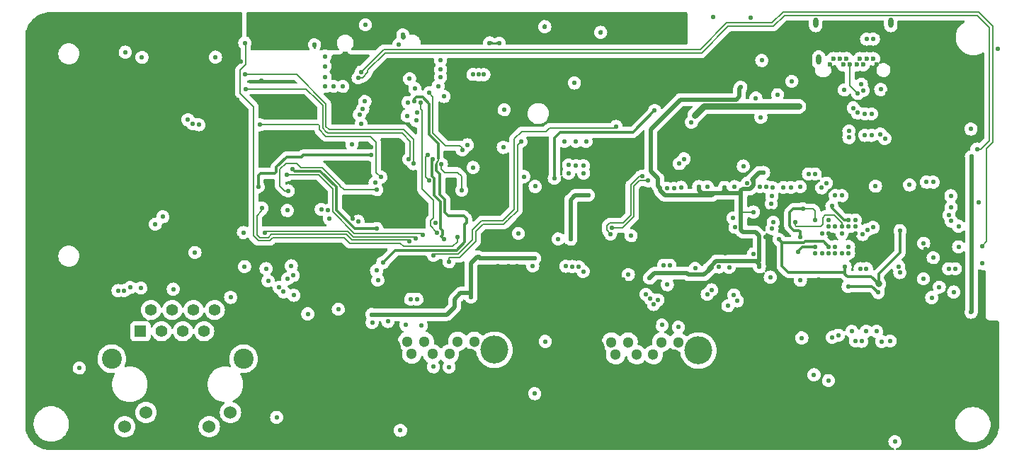
<source format=gbr>
G04 #@! TF.GenerationSoftware,KiCad,Pcbnew,(6.0.7)*
G04 #@! TF.CreationDate,2022-11-24T18:50:25+03:00*
G04 #@! TF.ProjectId,USB_HUB_ADAPTER,5553425f-4855-4425-9f41-444150544552,rev?*
G04 #@! TF.SameCoordinates,Original*
G04 #@! TF.FileFunction,Copper,L3,Inr*
G04 #@! TF.FilePolarity,Positive*
%FSLAX46Y46*%
G04 Gerber Fmt 4.6, Leading zero omitted, Abs format (unit mm)*
G04 Created by KiCad (PCBNEW (6.0.7)) date 2022-11-24 18:50:25*
%MOMM*%
%LPD*%
G01*
G04 APERTURE LIST*
G04 #@! TA.AperFunction,ComponentPad*
%ADD10R,1.400000X1.400000*%
G04 #@! TD*
G04 #@! TA.AperFunction,ComponentPad*
%ADD11C,1.400000*%
G04 #@! TD*
G04 #@! TA.AperFunction,ComponentPad*
%ADD12C,1.530000*%
G04 #@! TD*
G04 #@! TA.AperFunction,ComponentPad*
%ADD13C,2.400000*%
G04 #@! TD*
G04 #@! TA.AperFunction,ComponentPad*
%ADD14C,1.300000*%
G04 #@! TD*
G04 #@! TA.AperFunction,ComponentPad*
%ADD15C,2.925000*%
G04 #@! TD*
G04 #@! TA.AperFunction,ComponentPad*
%ADD16C,3.345000*%
G04 #@! TD*
G04 #@! TA.AperFunction,ComponentPad*
%ADD17C,0.600000*%
G04 #@! TD*
G04 #@! TA.AperFunction,ComponentPad*
%ADD18O,0.600000X1.200000*%
G04 #@! TD*
G04 #@! TA.AperFunction,ComponentPad*
%ADD19C,3.400000*%
G04 #@! TD*
G04 #@! TA.AperFunction,ComponentPad*
%ADD20C,2.500000*%
G04 #@! TD*
G04 #@! TA.AperFunction,ViaPad*
%ADD21C,0.550000*%
G04 #@! TD*
G04 #@! TA.AperFunction,ViaPad*
%ADD22C,0.800000*%
G04 #@! TD*
G04 #@! TA.AperFunction,Conductor*
%ADD23C,0.500000*%
G04 #@! TD*
G04 #@! TA.AperFunction,Conductor*
%ADD24C,0.308000*%
G04 #@! TD*
G04 #@! TA.AperFunction,Conductor*
%ADD25C,0.200000*%
G04 #@! TD*
G04 #@! TA.AperFunction,Conductor*
%ADD26C,0.750000*%
G04 #@! TD*
G04 #@! TA.AperFunction,Conductor*
%ADD27C,0.254000*%
G04 #@! TD*
G04 APERTURE END LIST*
D10*
X110515000Y-108500000D03*
D11*
X111785000Y-105960000D03*
X113055000Y-108500000D03*
X114325000Y-105960000D03*
X115595000Y-108500000D03*
X116865000Y-105960000D03*
X118135000Y-108500000D03*
X119405000Y-105960000D03*
D12*
X108635000Y-119930000D03*
X111175000Y-118230000D03*
X118745000Y-119930000D03*
X121285000Y-118230000D03*
D13*
X107085000Y-111800000D03*
X122835000Y-111800000D03*
D14*
X167330000Y-111306000D03*
X169830000Y-111306000D03*
X171830000Y-111306000D03*
X174330000Y-111306000D03*
X174830000Y-109806000D03*
X172830000Y-109806000D03*
X170830000Y-109806000D03*
X168830000Y-109806000D03*
X166830000Y-109806000D03*
D15*
X177230000Y-117406000D03*
X164430000Y-117406000D03*
D16*
X164430000Y-110806000D03*
X177230000Y-110806000D03*
D17*
X192940000Y-76600000D03*
X193340000Y-75900000D03*
X194140000Y-75900000D03*
X194540000Y-76600000D03*
X194940000Y-75900000D03*
X195340000Y-76600000D03*
X196140000Y-76600000D03*
X196540000Y-75900000D03*
X196940000Y-76600000D03*
X197340000Y-75900000D03*
X198140000Y-75900000D03*
X198540000Y-76600000D03*
D18*
X199870000Y-76010000D03*
X191610000Y-76010000D03*
X200230000Y-71610000D03*
X191250000Y-71610000D03*
D19*
X188172500Y-112400000D03*
X202672500Y-112400000D03*
D20*
X188172500Y-118400000D03*
X202672500Y-118400000D03*
D14*
X142950000Y-111226000D03*
X145450000Y-111226000D03*
X147450000Y-111226000D03*
X149950000Y-111226000D03*
X150450000Y-109726000D03*
X148450000Y-109726000D03*
X146450000Y-109726000D03*
X144450000Y-109726000D03*
X142450000Y-109726000D03*
D16*
X140050000Y-110726000D03*
D15*
X140050000Y-117326000D03*
X152850000Y-117326000D03*
D16*
X152850000Y-110726000D03*
D21*
X209870000Y-87620000D03*
X209822875Y-106232875D03*
X99400000Y-81550000D03*
X147130000Y-84100000D03*
X201050000Y-95100000D03*
X115000000Y-92300000D03*
X179200000Y-95900000D03*
X165700000Y-114900000D03*
X138700000Y-115500000D03*
X98230000Y-74110000D03*
X136500000Y-79400000D03*
X189420000Y-71850000D03*
X201760000Y-75250000D03*
X147400000Y-120100000D03*
X145771500Y-95500000D03*
X155560000Y-100720000D03*
X201080000Y-103240000D03*
X139370000Y-77810000D03*
X128800000Y-115400000D03*
X173200000Y-95900000D03*
X202575000Y-96350000D03*
X120540000Y-87160000D03*
X152090000Y-82750500D03*
X116850000Y-115070000D03*
X137410000Y-71830000D03*
X126470000Y-105000000D03*
X148500000Y-115900000D03*
X140980000Y-107870000D03*
X202575000Y-97300000D03*
X135852943Y-95022057D03*
X194380000Y-99180000D03*
X204394978Y-98691715D03*
X98260000Y-78730000D03*
X199375000Y-89575000D03*
X102180000Y-70950000D03*
X129500000Y-93900000D03*
X165540000Y-72730000D03*
X205730000Y-76860000D03*
X150000000Y-116900000D03*
X199850000Y-80075000D03*
X124200000Y-115110000D03*
X114500000Y-83500000D03*
X181790000Y-112060000D03*
X141812295Y-101143136D03*
X124600000Y-107300000D03*
X169400000Y-106700000D03*
X196275000Y-73975000D03*
X191500000Y-115480000D03*
X180400000Y-95900000D03*
X133573500Y-100770000D03*
X113975000Y-100825000D03*
X151600000Y-97500500D03*
X116900000Y-92300000D03*
X172000000Y-107600000D03*
X158874500Y-91579502D03*
X200975000Y-94150000D03*
X183690000Y-78140000D03*
X165700000Y-113300000D03*
X160800000Y-117400000D03*
X122320000Y-87120000D03*
X164390000Y-97090000D03*
X122525500Y-76200000D03*
X113020000Y-115060000D03*
X213020000Y-74690000D03*
X189300000Y-88800000D03*
X181790000Y-107710000D03*
X181860000Y-120520000D03*
X167000000Y-117400000D03*
X176800000Y-95900000D03*
X104600000Y-100400000D03*
X128800000Y-112900000D03*
X141890000Y-73040000D03*
X125000000Y-88200000D03*
X125210000Y-82610000D03*
X193700000Y-80300000D03*
X195980000Y-96780000D03*
X191613000Y-102350000D03*
X200710000Y-107750000D03*
X168225000Y-102325000D03*
X205730000Y-80430000D03*
X207550000Y-122300000D03*
X131300000Y-109900000D03*
X201610000Y-77230000D03*
X205680000Y-72220000D03*
X116900000Y-93700000D03*
X143170000Y-92590000D03*
X163100000Y-114900000D03*
X140370000Y-77830000D03*
X101900000Y-110600000D03*
X122092500Y-97320000D03*
X195630000Y-71750000D03*
X174200000Y-113300000D03*
X134018813Y-88784500D03*
X175500000Y-95900000D03*
X207560000Y-108200000D03*
X154328500Y-91579502D03*
X135300000Y-115400000D03*
X101900000Y-106800000D03*
X166610000Y-90890000D03*
X178100000Y-95900000D03*
X108800000Y-107300000D03*
X150368500Y-90899000D03*
X139351250Y-76978750D03*
X101650000Y-81600000D03*
X209170000Y-80950000D03*
X115500000Y-85500000D03*
X191990000Y-99170000D03*
X212650000Y-112840000D03*
X180410000Y-99190000D03*
X153410000Y-74040000D03*
X145800000Y-105200000D03*
X121800000Y-107200000D03*
X127200000Y-107400000D03*
X201000000Y-93250000D03*
X205650000Y-84750000D03*
X185919894Y-94089894D03*
X149083105Y-108051585D03*
X143840000Y-100430000D03*
X148600000Y-113400000D03*
X122100000Y-92300000D03*
X142600000Y-115000000D03*
X192787500Y-96780000D03*
X173530000Y-84700000D03*
X196670000Y-114600000D03*
X101900000Y-103100000D03*
X189181233Y-92631233D03*
X104600000Y-99000000D03*
X199340000Y-114100000D03*
X123660000Y-118900000D03*
X113500000Y-87750000D03*
X141725000Y-99725000D03*
X207510000Y-112850000D03*
X131330000Y-74240000D03*
X176760000Y-84820000D03*
X114235000Y-73407000D03*
X185255214Y-97235768D03*
X132500000Y-110450500D03*
X142360000Y-92750500D03*
X177710000Y-120350000D03*
X165300000Y-106800000D03*
X131410000Y-119800000D03*
X174400000Y-95900000D03*
X134700000Y-110200000D03*
X149700000Y-105700000D03*
X132500000Y-112900000D03*
X180600000Y-78160000D03*
X106200000Y-107300000D03*
X153270000Y-100690000D03*
X152270000Y-74010000D03*
X158860000Y-72050000D03*
X181930000Y-117170000D03*
X163100000Y-113300000D03*
X195060000Y-114500000D03*
X138125500Y-86490000D03*
X202575000Y-95200000D03*
X156640000Y-88240000D03*
X148200000Y-92879500D03*
X122060000Y-80810000D03*
X116250000Y-100875000D03*
X124970000Y-78550000D03*
X114500000Y-81750000D03*
X154525000Y-100675000D03*
X122730000Y-102420000D03*
X197830000Y-114380000D03*
X110822905Y-100822405D03*
X105400000Y-74100000D03*
X165530000Y-97500500D03*
X191990000Y-96780000D03*
X141600000Y-120375000D03*
X150025000Y-104425000D03*
X150925000Y-99625000D03*
X138193767Y-106506233D03*
X193587500Y-95980000D03*
X180352473Y-91284197D03*
X200725000Y-121725000D03*
X157637939Y-99781558D03*
X138750000Y-101250000D03*
X177264002Y-91189502D03*
X155700000Y-96800000D03*
X183807855Y-94242355D03*
X205130585Y-104476145D03*
X202475500Y-91000000D03*
X160475000Y-97450000D03*
X204160000Y-97980000D03*
X138125500Y-87420000D03*
X185025000Y-89500000D03*
X184524500Y-100800000D03*
X204125000Y-102225500D03*
X182300000Y-79300000D03*
X171375000Y-102149500D03*
X128075000Y-94050000D03*
X136545611Y-95345037D03*
X183800000Y-96624500D03*
X164055574Y-92222322D03*
X161949500Y-97500500D03*
X172650000Y-91400000D03*
X133125500Y-95030000D03*
X124599500Y-91200000D03*
X178800395Y-100862360D03*
X112300000Y-95700000D03*
X132125000Y-93925000D03*
X189600000Y-109300000D03*
X132925500Y-94042173D03*
X113200000Y-94800000D03*
X138755500Y-96200000D03*
X128700000Y-89100000D03*
X173510000Y-102940000D03*
X176840000Y-100990000D03*
X169175000Y-97075000D03*
X121300000Y-104450000D03*
X168850000Y-101724500D03*
X183800000Y-99250000D03*
X181560000Y-91189502D03*
X178300000Y-91210000D03*
X175160000Y-91280000D03*
X142240000Y-107750000D03*
X142823753Y-104667487D03*
X173075000Y-100598015D03*
X144090000Y-107840000D03*
X143573753Y-104667487D03*
X173825000Y-100598015D03*
X199025000Y-79575000D03*
X197920000Y-85057893D03*
X197920000Y-82501200D03*
X196925000Y-79675000D03*
X197120000Y-85057893D03*
X197120000Y-82501200D03*
X192787500Y-98380000D03*
X193590000Y-99180000D03*
X186880000Y-97520000D03*
D22*
X198761012Y-102848988D03*
D21*
X194762000Y-100800000D03*
X193187001Y-93526594D03*
X195190000Y-95180000D03*
X201330000Y-96450000D03*
X195187500Y-99180000D03*
X192765500Y-95180000D03*
X195980000Y-95180000D03*
X198400000Y-91150000D03*
X189358369Y-97208283D03*
X189700000Y-93840000D03*
X191190000Y-95180000D03*
X191190000Y-99180500D03*
X192787500Y-99180000D03*
X192790000Y-95970000D03*
X193590000Y-98380000D03*
X194390000Y-96780000D03*
X195120000Y-103140000D03*
X198721912Y-103875500D03*
X195190000Y-98380000D03*
X176795000Y-82695000D03*
X189200000Y-81600000D03*
X174800000Y-72700000D03*
X170900000Y-73500000D03*
X162600000Y-88700000D03*
X163500000Y-88700000D03*
X173200000Y-73500000D03*
X127300000Y-73400000D03*
X172000000Y-73500000D03*
X129200000Y-73300000D03*
X150300000Y-88900000D03*
X172000000Y-72700000D03*
X127800000Y-74500000D03*
X161700000Y-88600000D03*
X173200000Y-72700000D03*
X163500000Y-89600000D03*
X174800000Y-73500000D03*
X162600000Y-85800000D03*
X170900000Y-72700000D03*
X161200000Y-85800000D03*
X124300000Y-74600000D03*
X161700000Y-89600000D03*
X124300000Y-73400000D03*
X163800000Y-85800000D03*
X137350000Y-81010000D03*
X150950000Y-77800000D03*
X146800000Y-80400000D03*
X150275000Y-77775000D03*
X151575000Y-77800000D03*
X145434119Y-87904836D03*
X153900000Y-86500000D03*
X149600000Y-86200000D03*
X146800000Y-97500000D03*
X117500000Y-83800000D03*
X119500000Y-75700000D03*
X145540000Y-112760000D03*
X147420000Y-112780000D03*
X171485166Y-104625166D03*
X170954834Y-104094834D03*
X171864834Y-105295666D03*
X172395166Y-104765334D03*
X174830000Y-108020000D03*
X172860000Y-107770000D03*
X196230409Y-82367698D03*
X198988056Y-84915934D03*
X194650000Y-79625000D03*
X199518388Y-85446266D03*
X195759834Y-81784334D03*
X196275000Y-80050000D03*
X197340000Y-73543988D03*
X195218477Y-84530000D03*
X198140000Y-73543988D03*
X195218477Y-85330000D03*
X195570000Y-108520000D03*
X193960000Y-108980000D03*
X196744666Y-109702431D03*
X195997000Y-109649999D03*
X198510000Y-108510000D03*
X197290000Y-108490000D03*
X200150000Y-109670000D03*
X199140000Y-109730000D03*
X186700000Y-80200000D03*
X154000000Y-82000000D03*
X162400000Y-78800000D03*
X146400000Y-77200000D03*
X143325500Y-79480000D03*
X134700000Y-79200000D03*
X132600000Y-78100000D03*
X211200000Y-100400000D03*
X132600000Y-75600000D03*
X146400000Y-78100000D03*
X146100000Y-79200000D03*
X132600000Y-76800000D03*
X209820000Y-84310000D03*
X133600000Y-79200000D03*
X146400000Y-76100000D03*
X210700000Y-93100000D03*
X132600000Y-79200000D03*
X192775498Y-114400000D03*
X189129834Y-98992859D03*
X191180000Y-98380000D03*
X185825500Y-102032964D03*
X189425500Y-102410000D03*
X193250172Y-109220620D03*
X198124287Y-96079500D03*
X191050000Y-113720000D03*
X204480000Y-90665574D03*
X205280000Y-90665574D03*
X207140000Y-101023145D03*
X207940000Y-101023145D03*
X206030000Y-103235500D03*
X208339500Y-98400000D03*
X207180500Y-94627244D03*
X207750000Y-103810000D03*
X174947157Y-88442843D03*
X175512843Y-87877157D03*
X173520000Y-91425500D03*
X174340000Y-91425500D03*
X143500000Y-83300000D03*
X186087922Y-91328421D03*
X186001558Y-92342280D03*
X142400000Y-82725500D03*
X137100000Y-81900000D03*
X181364502Y-94974500D03*
X136700000Y-82550500D03*
X185928152Y-93228152D03*
X136900000Y-83700000D03*
X184600000Y-91200000D03*
X185349503Y-91200000D03*
X135800000Y-86100000D03*
X157706517Y-91174500D03*
X156343702Y-89994859D03*
X123000000Y-77800000D03*
X143151929Y-88451930D03*
X142609078Y-87904967D03*
X123100000Y-79500000D03*
X124800000Y-83800000D03*
X139256803Y-90043427D03*
X156000000Y-85800000D03*
X147400000Y-100200000D03*
X128174502Y-91700000D03*
X138775396Y-91569492D03*
X145550000Y-99432000D03*
X167400000Y-84000000D03*
X109290000Y-103270000D03*
X125050000Y-93750500D03*
X142700000Y-97774500D03*
X143400000Y-97374500D03*
X125350000Y-96699500D03*
X128000000Y-89800000D03*
X144300000Y-97000000D03*
X148399121Y-97268738D03*
X123000000Y-74000000D03*
X196700000Y-78950000D03*
X184100000Y-80600000D03*
X184700000Y-82900000D03*
X210525500Y-86700000D03*
X136550000Y-78170000D03*
X136906760Y-77493947D03*
X211125500Y-98300000D03*
X145025500Y-80000000D03*
X149000000Y-86800000D03*
X138578138Y-90739529D03*
X141400000Y-74200000D03*
X146000000Y-96700000D03*
X144000000Y-81125500D03*
X143262261Y-80993234D03*
X139500000Y-100300000D03*
X142500000Y-81125500D03*
X143600000Y-82300000D03*
X208329500Y-95940000D03*
X207447157Y-93652843D03*
X207455684Y-95324401D03*
X207418470Y-92286004D03*
X184800000Y-76100000D03*
X183490000Y-71025500D03*
X188400000Y-78600000D03*
X116758030Y-83694004D03*
X108700000Y-75100000D03*
X110700000Y-75728500D03*
X116196836Y-83197199D03*
X181600000Y-96065500D03*
X189400000Y-91200000D03*
X187400000Y-91300000D03*
X186167360Y-95467360D03*
X188300000Y-91300000D03*
X186038412Y-96221986D03*
X194390000Y-95980000D03*
X188772253Y-95472020D03*
X125540000Y-101010000D03*
X148928222Y-91613495D03*
X146506229Y-88510169D03*
X110560000Y-103330000D03*
X114440000Y-103465500D03*
X107834379Y-103637351D03*
X160000000Y-90200000D03*
X172000000Y-82100000D03*
X196565000Y-101019047D03*
X201304631Y-101485269D03*
X195190000Y-95980000D03*
X195990000Y-95980000D03*
X201174742Y-100747107D03*
X197315000Y-101019047D03*
X176400000Y-83500000D03*
X179000000Y-70900000D03*
X108584379Y-103637351D03*
X205300000Y-99700000D03*
X142700000Y-78300000D03*
X144999500Y-90450500D03*
X144904500Y-87374500D03*
X182590000Y-88740000D03*
X170550000Y-89925500D03*
X166710630Y-96850932D03*
X166850000Y-96114502D03*
X183075500Y-90775000D03*
X171200000Y-90500000D03*
X163451959Y-101342869D03*
X180895500Y-100840000D03*
X179650000Y-100820000D03*
X161390000Y-100720000D03*
X180750000Y-105454500D03*
X157430000Y-100700000D03*
X181880000Y-104880000D03*
X162164234Y-100758232D03*
X181470000Y-104160000D03*
X162927698Y-100807234D03*
X178284010Y-104088384D03*
X127092499Y-103259319D03*
X178814342Y-103558052D03*
X127622831Y-103789651D03*
X196863439Y-96925371D03*
X197429125Y-96359685D03*
X194387500Y-92272972D03*
X193587500Y-92272972D03*
X192527798Y-90777157D03*
X191962112Y-91342843D03*
X191190000Y-89680000D03*
X190390000Y-89680000D03*
X158925000Y-109725000D03*
X157650000Y-115975000D03*
X122975500Y-100774500D03*
X125775000Y-102475000D03*
X134175000Y-105859500D03*
X122820000Y-96699000D03*
X128102255Y-102225500D03*
X130518950Y-106420052D03*
X128850000Y-104200000D03*
X128560000Y-100675500D03*
X117040000Y-99080000D03*
X138900000Y-102375000D03*
X128780000Y-101824500D03*
X138225000Y-107450000D03*
X140100000Y-107325000D03*
X103200000Y-112900000D03*
X126800000Y-118800000D03*
D23*
X209870000Y-106185750D02*
X209822875Y-106232875D01*
X209870000Y-87620000D02*
X209870000Y-106185750D01*
D24*
X130005000Y-87420000D02*
X129800000Y-87625000D01*
D23*
X171375000Y-102149500D02*
X171949500Y-101575000D01*
X177264002Y-91614002D02*
X177600000Y-91950000D01*
X180400000Y-91950000D02*
X182300000Y-91950000D01*
X184350000Y-100275000D02*
X184524500Y-100449500D01*
X183662902Y-90337098D02*
X183800500Y-90474695D01*
X162517678Y-92222322D02*
X164055574Y-92222322D01*
X178835000Y-92240000D02*
X173220000Y-92240000D01*
D24*
X138125500Y-87420000D02*
X130005000Y-87420000D01*
D23*
X178437500Y-101212500D02*
X178787640Y-100862360D01*
X180352473Y-91717527D02*
X180120000Y-91950000D01*
X182534500Y-96624500D02*
X183800000Y-96624500D01*
X183800500Y-91075305D02*
X183375805Y-91500000D01*
X175875000Y-101575000D02*
X176050000Y-101750000D01*
X178437500Y-101212500D02*
X178437500Y-101007195D01*
X182325000Y-96415000D02*
X182534500Y-96624500D01*
D24*
X127975000Y-87625000D02*
X126746000Y-88854000D01*
D23*
X182325000Y-91925000D02*
X182325000Y-94255000D01*
X162300000Y-92440000D02*
X162517678Y-92222322D01*
X151081558Y-99781558D02*
X150925000Y-99625000D01*
X180352473Y-91577473D02*
X180352473Y-91284197D01*
X181750000Y-80770000D02*
X182150000Y-80370000D01*
X184525000Y-100100000D02*
X184525000Y-97075000D01*
D25*
X183795210Y-94255000D02*
X182325000Y-94255000D01*
D23*
X184170000Y-100095000D02*
X184350000Y-100275000D01*
X177900000Y-101750000D02*
X178437500Y-101212500D01*
X183375805Y-91500000D02*
X182500000Y-91500000D01*
X182325000Y-94255000D02*
X182325000Y-96415000D01*
X184500000Y-89500000D02*
X183662902Y-90337098D01*
X148800000Y-103950000D02*
X148100000Y-104650000D01*
X180725000Y-91950000D02*
X180352473Y-91577473D01*
X180120000Y-91950000D02*
X179125000Y-91950000D01*
X178787640Y-100862360D02*
X178800395Y-100862360D01*
X150025000Y-100350000D02*
X150025000Y-103950000D01*
X150025000Y-103950000D02*
X150025000Y-104425000D01*
X171949500Y-101575000D02*
X175875000Y-101575000D01*
X179349695Y-100095000D02*
X179700000Y-100095000D01*
X182150000Y-80370000D02*
X182150000Y-79450000D01*
X147168767Y-106506233D02*
X138193767Y-106506233D01*
X177600000Y-91950000D02*
X179125000Y-91950000D01*
X150750000Y-99625000D02*
X150025000Y-100350000D01*
D25*
X183807855Y-94242355D02*
X183795210Y-94255000D01*
D23*
X182325000Y-91675000D02*
X182325000Y-91925000D01*
X172650000Y-91670000D02*
X172650000Y-91400000D01*
X179700000Y-100095000D02*
X184170000Y-100095000D01*
X150925000Y-99625000D02*
X150750000Y-99625000D01*
X161949500Y-92790500D02*
X162300000Y-92440000D01*
D24*
X124599500Y-89875500D02*
X124599500Y-91200000D01*
D23*
X148100000Y-105575000D02*
X147168767Y-106506233D01*
X177264002Y-91189502D02*
X177264002Y-91614002D01*
X180352473Y-91577473D02*
X180352473Y-91717527D01*
X180725000Y-91950000D02*
X180400000Y-91950000D01*
D24*
X129800000Y-87625000D02*
X127975000Y-87625000D01*
D23*
X150025000Y-103950000D02*
X148800000Y-103950000D01*
X173220000Y-92240000D02*
X172650000Y-91670000D01*
X182300000Y-91950000D02*
X182325000Y-91925000D01*
X183800500Y-90474695D02*
X183800500Y-91075305D01*
X184350000Y-100275000D02*
X184525000Y-100100000D01*
X175090000Y-80770000D02*
X181750000Y-80770000D01*
D24*
X126746000Y-88854000D02*
X126746000Y-89425000D01*
X126746000Y-89425000D02*
X126571000Y-89600000D01*
D23*
X184524500Y-100449500D02*
X184524500Y-100800000D01*
X179125000Y-91950000D02*
X178835000Y-92240000D01*
X172400000Y-91150000D02*
X172400000Y-90210000D01*
X176050000Y-101750000D02*
X177900000Y-101750000D01*
X184074500Y-96624500D02*
X183800000Y-96624500D01*
X178437500Y-101007195D02*
X179349695Y-100095000D01*
X180400000Y-91950000D02*
X180120000Y-91950000D01*
X182500000Y-91500000D02*
X182325000Y-91675000D01*
X171540000Y-89350000D02*
X171540000Y-84320000D01*
X185025000Y-89500000D02*
X184500000Y-89500000D01*
D24*
X126571000Y-89600000D02*
X124875000Y-89600000D01*
D23*
X172650000Y-91400000D02*
X172400000Y-91150000D01*
X157637939Y-99781558D02*
X151081558Y-99781558D01*
X171540000Y-84320000D02*
X175090000Y-80770000D01*
X184525000Y-97075000D02*
X184074500Y-96624500D01*
D24*
X124875000Y-89600000D02*
X124599500Y-89875500D01*
D23*
X182150000Y-79450000D02*
X182300000Y-79300000D01*
X161949500Y-97500500D02*
X161949500Y-92790500D01*
X148100000Y-104650000D02*
X148100000Y-105575000D01*
X172400000Y-90210000D02*
X171540000Y-89350000D01*
D24*
X133954000Y-91261948D02*
X132038052Y-89346000D01*
X133954000Y-94011948D02*
X133954000Y-91261948D01*
X138755500Y-96200000D02*
X136142052Y-96200000D01*
X136142052Y-96200000D02*
X133954000Y-94011948D01*
X128946000Y-89346000D02*
X128700000Y-89100000D01*
X132038052Y-89346000D02*
X128946000Y-89346000D01*
X193613052Y-94151000D02*
X193187001Y-93724949D01*
X198761012Y-102848988D02*
X198761012Y-101658988D01*
X194762000Y-101692000D02*
X194762000Y-100800000D01*
X187232000Y-97872000D02*
X189862000Y-97872000D01*
X189983000Y-97751000D02*
X192158500Y-97751000D01*
X194066026Y-94603974D02*
X193613052Y-94151000D01*
X187232000Y-100702000D02*
X187980000Y-101450000D01*
X189862000Y-97872000D02*
X189983000Y-97751000D01*
X187232000Y-97872000D02*
X187232000Y-100702000D01*
X201330000Y-99090000D02*
X201330000Y-96450000D01*
X195190000Y-95180000D02*
X194642052Y-95180000D01*
X192158500Y-97751000D02*
X192787500Y-98380000D01*
X198761012Y-102848988D02*
X197902024Y-101990000D01*
X187980000Y-101450000D02*
X194590000Y-101450000D01*
X198761012Y-101658988D02*
X201330000Y-99090000D01*
X194590000Y-101450000D02*
X194762000Y-101278000D01*
X186880000Y-97520000D02*
X187232000Y-97872000D01*
X197902024Y-101990000D02*
X195060000Y-101990000D01*
X193187001Y-93724949D02*
X193187001Y-93526594D01*
X194642052Y-95180000D02*
X194066026Y-94603974D01*
X195060000Y-101990000D02*
X194762000Y-101692000D01*
X194762000Y-101278000D02*
X194762000Y-100800000D01*
X188143253Y-94286747D02*
X188590000Y-93840000D01*
X188210000Y-96010000D02*
X188210000Y-95970000D01*
X189240000Y-96440000D02*
X188640000Y-96440000D01*
X189358369Y-96558369D02*
X189240000Y-96440000D01*
D25*
X191190000Y-94100000D02*
X191050000Y-93960000D01*
D24*
X189358369Y-97208283D02*
X189358369Y-96558369D01*
D25*
X191190000Y-95180000D02*
X191190000Y-94100000D01*
X190930000Y-93840000D02*
X189700000Y-93840000D01*
X191050000Y-93960000D02*
X190930000Y-93840000D01*
D24*
X188143253Y-95903253D02*
X188143253Y-94286747D01*
X188210000Y-95970000D02*
X188143253Y-95903253D01*
X188640000Y-96440000D02*
X188210000Y-96010000D01*
X188590000Y-93840000D02*
X189700000Y-93840000D01*
X198721912Y-103875500D02*
X197986412Y-103140000D01*
X197986412Y-103140000D02*
X195120000Y-103140000D01*
D26*
X177890000Y-81600000D02*
X176795000Y-82695000D01*
X189200000Y-81600000D02*
X177890000Y-81600000D01*
D24*
X145371000Y-87967955D02*
X145371000Y-89932459D01*
X146400000Y-93025000D02*
X146400000Y-96210459D01*
X145371000Y-89932459D02*
X145628500Y-90189959D01*
X146444771Y-97144771D02*
X146800000Y-97500000D01*
X146400000Y-96210459D02*
X146629000Y-96439459D01*
X146629000Y-96439459D02*
X146629000Y-96960541D01*
X145628500Y-92253500D02*
X146400000Y-93025000D01*
X145628500Y-90189959D02*
X145628500Y-92253500D01*
X146629000Y-96960541D02*
X146444771Y-97144771D01*
X145434119Y-87904836D02*
X145371000Y-87967955D01*
D25*
X195340000Y-76600000D02*
X195340000Y-79115000D01*
X195340000Y-79115000D02*
X196275000Y-80050000D01*
D24*
X189129834Y-98930166D02*
X189680000Y-98380000D01*
X189129834Y-98992859D02*
X189129834Y-98930166D01*
X189680000Y-98380000D02*
X191180000Y-98380000D01*
D25*
X143184078Y-88419781D02*
X143184078Y-85584078D01*
X132700000Y-81300000D02*
X129200000Y-77800000D01*
X143184078Y-85584078D02*
X142000000Y-84400000D01*
X129200000Y-77800000D02*
X123000000Y-77800000D01*
X142000000Y-84400000D02*
X133065686Y-84400000D01*
X132700000Y-84034314D02*
X132700000Y-81300000D01*
X143151929Y-88451930D02*
X143184078Y-88419781D01*
X133065686Y-84400000D02*
X132700000Y-84034314D01*
X132300000Y-81465686D02*
X131617157Y-80782843D01*
X138000000Y-84800000D02*
X132900000Y-84800000D01*
X132300000Y-84200000D02*
X132300000Y-83734314D01*
X131617157Y-80782843D02*
X130334314Y-79500000D01*
X132300000Y-83734314D02*
X132300000Y-81465686D01*
X130334314Y-79500000D02*
X123100000Y-79500000D01*
X142784078Y-85784078D02*
X141900000Y-84900000D01*
X142609078Y-87904967D02*
X142784078Y-87729967D01*
X141900000Y-84900000D02*
X141800000Y-84800000D01*
X132700000Y-84600000D02*
X132300000Y-84200000D01*
X141800000Y-84800000D02*
X138000000Y-84800000D01*
X142784078Y-87729967D02*
X142784078Y-87200000D01*
X142784078Y-87200000D02*
X142784078Y-85784078D01*
X132900000Y-84800000D02*
X132700000Y-84600000D01*
X132700000Y-85200000D02*
X131900000Y-84400000D01*
X131800000Y-83800000D02*
X124800000Y-83800000D01*
X138000000Y-85200000D02*
X132700000Y-85200000D01*
X131900000Y-84400000D02*
X131900000Y-83900000D01*
X138700000Y-89486624D02*
X138700000Y-85900000D01*
X139256803Y-90043427D02*
X138700000Y-89486624D01*
X138700000Y-85900000D02*
X138000000Y-85200000D01*
X131900000Y-83900000D02*
X131800000Y-83800000D01*
X155600000Y-86400000D02*
X155600000Y-86200000D01*
X149332843Y-99032843D02*
X150600000Y-97765685D01*
X155600000Y-89200000D02*
X155600000Y-86400000D01*
X148708186Y-99657500D02*
X149332843Y-99032843D01*
X154432843Y-95232843D02*
X155600000Y-94065685D01*
X150600000Y-97434314D02*
X150600000Y-96565686D01*
X155600000Y-86200000D02*
X156000000Y-85800000D01*
X155600000Y-94065685D02*
X155600000Y-93734314D01*
X151465686Y-95700000D02*
X153000000Y-95700000D01*
X147400000Y-100200000D02*
X147400000Y-100000000D01*
X151182843Y-95982843D02*
X151465686Y-95700000D01*
X147400000Y-99700000D02*
X147442500Y-99657500D01*
X150600000Y-96565686D02*
X151182843Y-95982843D01*
X147442500Y-99657500D02*
X147900000Y-99657500D01*
X153965686Y-95700000D02*
X154432843Y-95232843D01*
X153000000Y-95700000D02*
X153965686Y-95700000D01*
X147400000Y-100000000D02*
X147400000Y-99700000D01*
X147900000Y-99657500D02*
X148708186Y-99657500D01*
X155600000Y-93734314D02*
X155600000Y-89200000D01*
X150600000Y-97765685D02*
X150600000Y-97434314D01*
X127900000Y-88400000D02*
X127200000Y-89100000D01*
X129200000Y-88400000D02*
X127900000Y-88400000D01*
X134408000Y-91108000D02*
X134408000Y-91073896D01*
X127200000Y-89100000D02*
X127200000Y-91100000D01*
X129692000Y-88892000D02*
X129200000Y-88400000D01*
X132226104Y-88892000D02*
X129692000Y-88892000D01*
X134408000Y-91073896D02*
X132226104Y-88892000D01*
X127800000Y-91700000D02*
X128174502Y-91700000D01*
X138775396Y-91569492D02*
X134869492Y-91569492D01*
X134869492Y-91569492D02*
X134408000Y-91108000D01*
X127200000Y-91100000D02*
X127800000Y-91700000D01*
X147657500Y-99257500D02*
X148542500Y-99257500D01*
X145550000Y-99432000D02*
X145724500Y-99257500D01*
X150200000Y-96400000D02*
X151300000Y-95300000D01*
X147657500Y-99257500D02*
X147800000Y-99257500D01*
X148542500Y-99257500D02*
X150200000Y-97600000D01*
X150200000Y-97600000D02*
X150200000Y-96400000D01*
X159000000Y-84600000D02*
X159400000Y-84200000D01*
X156100000Y-84600000D02*
X159000000Y-84600000D01*
X167200000Y-84200000D02*
X167400000Y-84000000D01*
X159400000Y-84200000D02*
X167200000Y-84200000D01*
X155200000Y-85500000D02*
X156100000Y-84600000D01*
X145724500Y-99257500D02*
X147657500Y-99257500D01*
X155200000Y-93900000D02*
X155200000Y-85500000D01*
X151300000Y-95300000D02*
X153800000Y-95300000D01*
X153800000Y-95300000D02*
X155200000Y-93900000D01*
X135101471Y-96932843D02*
X135768628Y-97600000D01*
X126167157Y-96932843D02*
X135101471Y-96932843D01*
X124761827Y-97275000D02*
X125825000Y-97275000D01*
X142525500Y-97600000D02*
X142700000Y-97774500D01*
X125050000Y-93750500D02*
X125000000Y-93800500D01*
X124425000Y-94675000D02*
X124425000Y-96938173D01*
X125000000Y-93800500D02*
X125000000Y-94100000D01*
X125000000Y-94100000D02*
X124425000Y-94675000D01*
X125825000Y-97275000D02*
X126167157Y-96932843D01*
X124425000Y-96938173D02*
X124761827Y-97275000D01*
X135768628Y-97600000D02*
X142525500Y-97600000D01*
X125350000Y-96699500D02*
X125516657Y-96532843D01*
X125516657Y-96532843D02*
X135267157Y-96532843D01*
X135934314Y-97200000D02*
X143225500Y-97200000D01*
X143225500Y-97200000D02*
X143400000Y-97374500D01*
X135267157Y-96532843D02*
X135934314Y-97200000D01*
X131850000Y-89800000D02*
X128000000Y-89800000D01*
X144100000Y-96800000D02*
X136100000Y-96800000D01*
X133500000Y-91450000D02*
X131850000Y-89800000D01*
X144300000Y-97000000D02*
X144100000Y-96800000D01*
X133500000Y-94200000D02*
X133500000Y-91450000D01*
X136100000Y-96800000D02*
X133500000Y-94200000D01*
X124025000Y-97103859D02*
X124025000Y-81625000D01*
X126332843Y-97332843D02*
X125990685Y-97675000D01*
X122425000Y-77275000D02*
X123100000Y-76600000D01*
X124025000Y-81625000D02*
X122425000Y-80025000D01*
X134900000Y-97332843D02*
X126332843Y-97332843D01*
X148399121Y-97268738D02*
X148399121Y-97800879D01*
X147850500Y-98349500D02*
X141949500Y-98349500D01*
X141600000Y-98000000D02*
X135567157Y-98000000D01*
X141949500Y-98349500D02*
X141600000Y-98000000D01*
X123100000Y-74100000D02*
X123000000Y-74000000D01*
X124596141Y-97675000D02*
X124025000Y-97103859D01*
X122425000Y-80025000D02*
X122425000Y-77275000D01*
X123100000Y-76600000D02*
X123100000Y-74100000D01*
X125990685Y-97675000D02*
X124596141Y-97675000D01*
X148399121Y-97800879D02*
X147850500Y-98349500D01*
X135567157Y-98000000D02*
X134900000Y-97332843D01*
X211000000Y-86700000D02*
X210525500Y-86700000D01*
X212000000Y-85700000D02*
X211000000Y-86700000D01*
X137675000Y-77538173D02*
X137675000Y-77290686D01*
X139765686Y-75200000D02*
X177600001Y-75200000D01*
X187500000Y-70700000D02*
X210534314Y-70700000D01*
X137043173Y-78170000D02*
X137675000Y-77538173D01*
X212000000Y-72165686D02*
X212000000Y-85700000D01*
X136550000Y-78170000D02*
X137043173Y-78170000D01*
X210534314Y-70700000D02*
X212000000Y-72165686D01*
X180800001Y-72000000D02*
X186200000Y-72000000D01*
X137675000Y-77290686D02*
X139765686Y-75200000D01*
X186200000Y-72000000D02*
X187500000Y-70700000D01*
X177600001Y-75200000D02*
X180800001Y-72000000D01*
X177434315Y-74800000D02*
X180634315Y-71600000D01*
X211675000Y-86625000D02*
X211675000Y-97750500D01*
X187334315Y-70300000D02*
X210700000Y-70300000D01*
X136906760Y-77493240D02*
X139600000Y-74800000D01*
X212400000Y-72000000D02*
X212400000Y-85900000D01*
X136906760Y-77493947D02*
X136906760Y-77493240D01*
X180634315Y-71600000D02*
X186034314Y-71600000D01*
X210700000Y-70300000D02*
X212400000Y-72000000D01*
X139600000Y-74800000D02*
X177434315Y-74800000D01*
X186034314Y-71600000D02*
X187334315Y-70300000D01*
X212400000Y-85900000D02*
X211675000Y-86625000D01*
X211675000Y-97750500D02*
X211125500Y-98300000D01*
X148700000Y-86300000D02*
X149000000Y-86600000D01*
X147000000Y-86300000D02*
X148700000Y-86300000D01*
X145500000Y-80474500D02*
X145500000Y-84800000D01*
X145025500Y-80000000D02*
X145500000Y-80474500D01*
X145500000Y-84800000D02*
X147000000Y-86300000D01*
X149000000Y-86600000D02*
X149000000Y-86800000D01*
X145196500Y-95261827D02*
X145196500Y-95896500D01*
X144000000Y-81125500D02*
X144000000Y-81886827D01*
X145196500Y-95896500D02*
X146000000Y-96700000D01*
X144175000Y-91505000D02*
X145533327Y-92863327D01*
X144175000Y-82061827D02*
X144175000Y-91505000D01*
X144000000Y-81886827D02*
X144175000Y-82061827D01*
X145533327Y-94925000D02*
X145196500Y-95261827D01*
X145533327Y-92863327D02*
X145533327Y-94925000D01*
D24*
X149500000Y-95500000D02*
X149500000Y-95000000D01*
D25*
X145945156Y-88245156D02*
X146100000Y-88090312D01*
D24*
X145046000Y-81281959D02*
X144260541Y-80496500D01*
X148296500Y-98803500D02*
X149254000Y-97846000D01*
X146100000Y-87800000D02*
X146100000Y-86042052D01*
X143262261Y-80737739D02*
X143262261Y-80993234D01*
X145046000Y-84988052D02*
X145046000Y-81281959D01*
X146908000Y-94308000D02*
X146908000Y-92783000D01*
X149254000Y-95746000D02*
X149500000Y-95500000D01*
D25*
X146100000Y-88090312D02*
X146100000Y-87800000D01*
D24*
X146300000Y-92175000D02*
X146300000Y-89700000D01*
X146908000Y-92783000D02*
X146300000Y-92175000D01*
D27*
X145879000Y-88600000D02*
X145879000Y-88311312D01*
D24*
X146100000Y-86042052D02*
X145046000Y-84988052D01*
X145879000Y-89279000D02*
X145879000Y-88600000D01*
X149254000Y-97846000D02*
X149254000Y-95746000D01*
X149500000Y-95000000D02*
X149200000Y-94700000D01*
X139500000Y-100300000D02*
X140996500Y-98803500D01*
X147300000Y-94700000D02*
X146908000Y-94308000D01*
X144260541Y-80496500D02*
X143503500Y-80496500D01*
X143503500Y-80496500D02*
X143262261Y-80737739D01*
X146300000Y-89700000D02*
X145879000Y-89279000D01*
D27*
X145879000Y-88311312D02*
X145945156Y-88245156D01*
D24*
X140996500Y-98803500D02*
X148296500Y-98803500D01*
X149200000Y-94700000D02*
X147300000Y-94700000D01*
D25*
X188920000Y-95930000D02*
X191860000Y-95930000D01*
X192090000Y-94910000D02*
X192395000Y-94605000D01*
X188772253Y-95782253D02*
X188920000Y-95930000D01*
X194390000Y-95570000D02*
X194390000Y-95980000D01*
X192090000Y-95700000D02*
X192090000Y-94910000D01*
X191860000Y-95930000D02*
X192090000Y-95700000D01*
X188772253Y-95472020D02*
X188772253Y-95782253D01*
X193425000Y-94605000D02*
X194390000Y-95570000D01*
X192395000Y-94605000D02*
X193425000Y-94605000D01*
X146900000Y-89500000D02*
X146506229Y-89106229D01*
X148460000Y-89500000D02*
X146900000Y-89500000D01*
X148928222Y-89968222D02*
X148460000Y-89500000D01*
X146506229Y-89106229D02*
X146506229Y-88510169D01*
X148928222Y-91613495D02*
X148928222Y-89968222D01*
D24*
X160700000Y-84700000D02*
X169400000Y-84700000D01*
X160000000Y-90200000D02*
X160000000Y-85400000D01*
X160000000Y-85400000D02*
X160700000Y-84700000D01*
X169400000Y-84700000D02*
X172000000Y-82100000D01*
D25*
X144575000Y-87704000D02*
X144904500Y-87374500D01*
X144575000Y-90026000D02*
X144575000Y-87704000D01*
X144999500Y-90450500D02*
X144575000Y-90026000D01*
X166585498Y-95539502D02*
X166275000Y-95850000D01*
X166275000Y-95850000D02*
X166275000Y-96425000D01*
X168194812Y-95539502D02*
X166585498Y-95539502D01*
X169125000Y-90984315D02*
X169125000Y-94609314D01*
X170183814Y-89925500D02*
X169125000Y-90984315D01*
X169125000Y-94609314D02*
X168194812Y-95539502D01*
X166700932Y-96850932D02*
X166710630Y-96850932D01*
X170550000Y-89925500D02*
X170183814Y-89925500D01*
X166275000Y-96425000D02*
X166700932Y-96850932D01*
X166850000Y-96114502D02*
X168185498Y-96114502D01*
X169525000Y-94775000D02*
X169525000Y-91150000D01*
X170175000Y-90500000D02*
X171200000Y-90500000D01*
X169525000Y-91150000D02*
X170175000Y-90500000D01*
X168325000Y-95975000D02*
X169525000Y-94775000D01*
X168185498Y-96114502D02*
X168325000Y-95975000D01*
G04 #@! TA.AperFunction,Conductor*
G36*
X122628616Y-70347467D02*
G01*
X122675111Y-70401121D01*
X122686500Y-70453468D01*
X122686500Y-73150597D01*
X122686978Y-73172748D01*
X122687447Y-73183610D01*
X122687489Y-73184259D01*
X122687490Y-73184276D01*
X122688070Y-73193220D01*
X122672517Y-73262492D01*
X122628357Y-73308689D01*
X122514577Y-73378687D01*
X122388989Y-73501671D01*
X122293769Y-73649424D01*
X122291358Y-73656047D01*
X122291357Y-73656050D01*
X122236060Y-73807977D01*
X122236059Y-73807982D01*
X122233650Y-73814600D01*
X122211619Y-73988991D01*
X122228772Y-74163930D01*
X122230996Y-74170615D01*
X122230996Y-74170616D01*
X122234496Y-74181136D01*
X122284256Y-74330720D01*
X122287903Y-74336742D01*
X122287904Y-74336744D01*
X122371631Y-74474994D01*
X122375313Y-74481074D01*
X122429814Y-74537512D01*
X122456137Y-74564770D01*
X122489069Y-74627667D01*
X122491500Y-74652297D01*
X122491500Y-76295761D01*
X122471498Y-76363882D01*
X122454595Y-76384856D01*
X122028766Y-76810685D01*
X122016375Y-76821552D01*
X121991013Y-76841013D01*
X121966526Y-76872925D01*
X121966523Y-76872928D01*
X121955229Y-76887647D01*
X121914014Y-76941359D01*
X121893476Y-76968124D01*
X121832162Y-77116149D01*
X121831084Y-77124336D01*
X121831084Y-77124337D01*
X121829609Y-77135542D01*
X121816500Y-77235114D01*
X121816500Y-77235120D01*
X121811250Y-77275000D01*
X121814795Y-77301924D01*
X121815422Y-77306690D01*
X121816500Y-77323136D01*
X121816500Y-79976864D01*
X121815422Y-79993307D01*
X121811250Y-80025000D01*
X121812328Y-80033189D01*
X121813292Y-80040513D01*
X121816500Y-80064880D01*
X121816500Y-80064885D01*
X121825687Y-80134667D01*
X121832162Y-80183851D01*
X121893476Y-80331876D01*
X121898503Y-80338427D01*
X121898504Y-80338429D01*
X121966520Y-80427069D01*
X121966526Y-80427075D01*
X121991013Y-80458987D01*
X121997568Y-80464017D01*
X122016379Y-80478452D01*
X122028770Y-80489319D01*
X123379595Y-81840144D01*
X123413621Y-81902456D01*
X123416500Y-81929239D01*
X123416500Y-95920349D01*
X123396498Y-95988470D01*
X123342842Y-96034963D01*
X123272568Y-96045067D01*
X123222987Y-96026735D01*
X123189970Y-96005781D01*
X123171591Y-95994117D01*
X123171588Y-95994115D01*
X123165637Y-95990339D01*
X123111769Y-95971157D01*
X123006679Y-95933736D01*
X123006677Y-95933735D01*
X123000045Y-95931374D01*
X122993057Y-95930541D01*
X122993054Y-95930540D01*
X122868357Y-95915671D01*
X122825504Y-95910561D01*
X122818501Y-95911297D01*
X122818500Y-95911297D01*
X122776886Y-95915671D01*
X122650690Y-95928935D01*
X122644024Y-95931204D01*
X122644021Y-95931205D01*
X122490955Y-95983313D01*
X122490952Y-95983314D01*
X122484291Y-95985582D01*
X122478293Y-95989272D01*
X122478291Y-95989273D01*
X122340579Y-96073994D01*
X122340576Y-96073997D01*
X122334577Y-96077687D01*
X122208989Y-96200671D01*
X122113769Y-96348424D01*
X122111358Y-96355047D01*
X122111357Y-96355050D01*
X122056060Y-96506977D01*
X122056059Y-96506982D01*
X122053650Y-96513600D01*
X122031619Y-96687991D01*
X122048772Y-96862930D01*
X122050996Y-96869615D01*
X122050996Y-96869616D01*
X122065174Y-96912235D01*
X122104256Y-97029720D01*
X122107903Y-97035742D01*
X122107904Y-97035744D01*
X122172297Y-97142069D01*
X122195313Y-97180074D01*
X122200202Y-97185137D01*
X122200203Y-97185138D01*
X122226505Y-97212374D01*
X122317418Y-97306517D01*
X122464502Y-97402766D01*
X122471106Y-97405222D01*
X122622653Y-97461582D01*
X122622655Y-97461583D01*
X122629255Y-97464037D01*
X122636236Y-97464968D01*
X122636238Y-97464969D01*
X122796507Y-97486354D01*
X122796511Y-97486354D01*
X122803488Y-97487285D01*
X122810499Y-97486647D01*
X122810503Y-97486647D01*
X122971520Y-97471993D01*
X122978541Y-97471354D01*
X122985243Y-97469176D01*
X122985245Y-97469176D01*
X123139016Y-97419213D01*
X123139019Y-97419212D01*
X123145715Y-97417036D01*
X123296701Y-97327030D01*
X123297523Y-97328408D01*
X123355983Y-97306159D01*
X123425456Y-97320787D01*
X123475992Y-97370654D01*
X123482217Y-97383555D01*
X123485457Y-97391375D01*
X123493476Y-97410735D01*
X123498503Y-97417286D01*
X123498504Y-97417288D01*
X123566520Y-97505928D01*
X123566526Y-97505934D01*
X123591013Y-97537846D01*
X123597568Y-97542876D01*
X123616379Y-97557311D01*
X123628770Y-97568178D01*
X124131826Y-98071234D01*
X124142693Y-98083625D01*
X124162154Y-98108987D01*
X124194066Y-98133474D01*
X124194069Y-98133477D01*
X124249593Y-98176082D01*
X124289266Y-98206524D01*
X124437291Y-98267838D01*
X124556256Y-98283500D01*
X124556261Y-98283500D01*
X124556270Y-98283501D01*
X124587953Y-98287672D01*
X124596141Y-98288750D01*
X124627834Y-98284578D01*
X124644277Y-98283500D01*
X125942548Y-98283500D01*
X125958995Y-98284578D01*
X125990684Y-98288750D01*
X125998873Y-98287672D01*
X126030557Y-98283501D01*
X126030569Y-98283500D01*
X126030572Y-98283500D01*
X126030581Y-98283499D01*
X126141347Y-98268916D01*
X126149535Y-98267838D01*
X126297560Y-98206524D01*
X126317759Y-98191025D01*
X126348083Y-98167757D01*
X126392721Y-98133505D01*
X126392749Y-98133483D01*
X126392756Y-98133478D01*
X126392760Y-98133474D01*
X126424672Y-98108987D01*
X126429702Y-98102432D01*
X126444137Y-98083621D01*
X126455004Y-98071230D01*
X126547986Y-97978248D01*
X126610298Y-97944222D01*
X126637081Y-97941343D01*
X134595761Y-97941343D01*
X134663882Y-97961345D01*
X134684856Y-97978248D01*
X135102842Y-98396234D01*
X135113709Y-98408625D01*
X135133170Y-98433987D01*
X135139720Y-98439013D01*
X135165078Y-98458471D01*
X135165085Y-98458477D01*
X135230703Y-98508827D01*
X135260282Y-98531524D01*
X135389993Y-98585252D01*
X135395657Y-98587598D01*
X135408307Y-98592838D01*
X135527272Y-98608500D01*
X135527277Y-98608500D01*
X135527286Y-98608501D01*
X135558969Y-98612672D01*
X135567157Y-98613750D01*
X135598850Y-98609578D01*
X135615293Y-98608500D01*
X139950394Y-98608500D01*
X140018515Y-98628502D01*
X140065008Y-98682158D01*
X140075112Y-98752432D01*
X140045618Y-98817012D01*
X140039489Y-98823595D01*
X139355153Y-99507931D01*
X139306664Y-99538114D01*
X139170955Y-99584313D01*
X139170952Y-99584314D01*
X139164291Y-99586582D01*
X139158293Y-99590272D01*
X139158291Y-99590273D01*
X139020579Y-99674994D01*
X139020576Y-99674997D01*
X139014577Y-99678687D01*
X138888989Y-99801671D01*
X138793769Y-99949424D01*
X138791358Y-99956047D01*
X138791357Y-99956050D01*
X138736060Y-100107977D01*
X138736059Y-100107982D01*
X138733650Y-100114600D01*
X138711619Y-100288991D01*
X138716605Y-100339839D01*
X138703346Y-100409586D01*
X138654483Y-100461094D01*
X138604379Y-100477445D01*
X138597478Y-100478171D01*
X138580690Y-100479935D01*
X138574024Y-100482204D01*
X138574021Y-100482205D01*
X138420955Y-100534313D01*
X138420952Y-100534314D01*
X138414291Y-100536582D01*
X138408293Y-100540272D01*
X138408291Y-100540273D01*
X138270579Y-100624994D01*
X138270576Y-100624997D01*
X138264577Y-100628687D01*
X138138989Y-100751671D01*
X138043769Y-100899424D01*
X138041358Y-100906047D01*
X138041357Y-100906050D01*
X137986060Y-101057977D01*
X137986059Y-101057982D01*
X137983650Y-101064600D01*
X137961619Y-101238991D01*
X137978772Y-101413930D01*
X137980996Y-101420615D01*
X137980996Y-101420616D01*
X137991508Y-101452216D01*
X138034256Y-101580720D01*
X138037903Y-101586742D01*
X138037904Y-101586744D01*
X138121332Y-101724500D01*
X138125313Y-101731074D01*
X138158736Y-101765684D01*
X138210380Y-101819164D01*
X138243312Y-101882061D01*
X138237012Y-101952777D01*
X138225655Y-101974946D01*
X138222283Y-101980179D01*
X138193769Y-102024424D01*
X138191358Y-102031047D01*
X138191358Y-102031048D01*
X138136060Y-102182977D01*
X138136059Y-102182982D01*
X138133650Y-102189600D01*
X138111619Y-102363991D01*
X138128772Y-102538930D01*
X138130996Y-102545615D01*
X138130996Y-102545616D01*
X138155831Y-102620273D01*
X138184256Y-102705720D01*
X138187903Y-102711742D01*
X138187904Y-102711744D01*
X138271481Y-102849746D01*
X138275313Y-102856074D01*
X138280202Y-102861137D01*
X138280203Y-102861138D01*
X138338836Y-102921854D01*
X138397418Y-102982517D01*
X138544502Y-103078766D01*
X138551106Y-103081222D01*
X138702653Y-103137582D01*
X138702655Y-103137583D01*
X138709255Y-103140037D01*
X138716236Y-103140968D01*
X138716238Y-103140969D01*
X138876507Y-103162354D01*
X138876511Y-103162354D01*
X138883488Y-103163285D01*
X138890499Y-103162647D01*
X138890503Y-103162647D01*
X139051520Y-103147993D01*
X139058541Y-103147354D01*
X139065243Y-103145176D01*
X139065245Y-103145176D01*
X139219016Y-103095213D01*
X139219019Y-103095212D01*
X139225715Y-103093036D01*
X139376701Y-103003030D01*
X139381795Y-102998179D01*
X139381799Y-102998176D01*
X139455885Y-102927624D01*
X139503994Y-102881811D01*
X139601267Y-102735403D01*
X139646403Y-102616582D01*
X139661187Y-102577664D01*
X139661188Y-102577662D01*
X139663687Y-102571082D01*
X139669593Y-102529058D01*
X139687600Y-102400938D01*
X139687600Y-102400932D01*
X139688151Y-102397015D01*
X139688458Y-102375000D01*
X139668864Y-102200318D01*
X139665541Y-102190774D01*
X139638355Y-102112709D01*
X139611057Y-102034319D01*
X139517909Y-101885251D01*
X139478606Y-101845672D01*
X139443677Y-101810499D01*
X139440983Y-101807786D01*
X139407176Y-101745355D01*
X139412488Y-101674558D01*
X139425440Y-101649276D01*
X139439810Y-101627647D01*
X139451267Y-101610403D01*
X139497296Y-101489231D01*
X139511187Y-101452664D01*
X139511188Y-101452662D01*
X139513687Y-101446082D01*
X139514838Y-101437895D01*
X139537600Y-101275938D01*
X139537600Y-101275932D01*
X139538151Y-101272015D01*
X139538458Y-101250000D01*
X139535785Y-101226171D01*
X139534289Y-101212832D01*
X139546573Y-101142906D01*
X139594712Y-101090722D01*
X139644631Y-101074432D01*
X139644626Y-101074408D01*
X139644834Y-101074365D01*
X139648080Y-101073306D01*
X139651521Y-101072993D01*
X139651522Y-101072993D01*
X139658541Y-101072354D01*
X139665243Y-101070176D01*
X139665245Y-101070176D01*
X139819016Y-101020213D01*
X139819019Y-101020212D01*
X139825715Y-101018036D01*
X139976701Y-100928030D01*
X139981795Y-100923179D01*
X139981799Y-100923176D01*
X140054811Y-100853647D01*
X140103994Y-100806811D01*
X140201267Y-100660403D01*
X140263687Y-100496082D01*
X140263983Y-100496194D01*
X140294863Y-100442054D01*
X141234012Y-99502904D01*
X141296323Y-99468880D01*
X141323106Y-99466000D01*
X144651782Y-99466000D01*
X144719903Y-99486002D01*
X144766396Y-99539658D01*
X144777181Y-99579704D01*
X144778772Y-99595930D01*
X144780996Y-99602615D01*
X144780996Y-99602616D01*
X144785460Y-99616035D01*
X144834256Y-99762720D01*
X144837903Y-99768742D01*
X144837904Y-99768744D01*
X144921659Y-99907040D01*
X144925313Y-99913074D01*
X144930202Y-99918137D01*
X144930203Y-99918138D01*
X144978630Y-99968285D01*
X145047418Y-100039517D01*
X145194502Y-100135766D01*
X145201106Y-100138222D01*
X145352653Y-100194582D01*
X145352655Y-100194583D01*
X145359255Y-100197037D01*
X145366236Y-100197968D01*
X145366238Y-100197969D01*
X145526507Y-100219354D01*
X145526511Y-100219354D01*
X145533488Y-100220285D01*
X145540499Y-100219647D01*
X145540503Y-100219647D01*
X145701520Y-100204993D01*
X145708541Y-100204354D01*
X145715243Y-100202176D01*
X145715245Y-100202176D01*
X145869016Y-100152213D01*
X145869019Y-100152212D01*
X145875715Y-100150036D01*
X146026701Y-100060030D01*
X146031795Y-100055179D01*
X146031799Y-100055176D01*
X146110988Y-99979765D01*
X146153994Y-99938811D01*
X146164983Y-99922271D01*
X146219340Y-99876602D01*
X146269930Y-99866000D01*
X146510291Y-99866000D01*
X146578412Y-99886002D01*
X146624905Y-99939658D01*
X146635009Y-100009932D01*
X146634627Y-100011915D01*
X146633650Y-100014600D01*
X146632771Y-100021555D01*
X146632770Y-100021562D01*
X146623524Y-100094754D01*
X146611619Y-100188991D01*
X146628772Y-100363930D01*
X146630996Y-100370615D01*
X146630996Y-100370616D01*
X146638647Y-100393616D01*
X146684256Y-100530720D01*
X146687903Y-100536742D01*
X146687904Y-100536744D01*
X146771602Y-100674946D01*
X146775313Y-100681074D01*
X146780202Y-100686137D01*
X146780203Y-100686138D01*
X146848148Y-100756497D01*
X146897418Y-100807517D01*
X147044502Y-100903766D01*
X147051106Y-100906222D01*
X147202653Y-100962582D01*
X147202655Y-100962583D01*
X147209255Y-100965037D01*
X147216236Y-100965968D01*
X147216238Y-100965969D01*
X147376507Y-100987354D01*
X147376511Y-100987354D01*
X147383488Y-100988285D01*
X147390499Y-100987647D01*
X147390503Y-100987647D01*
X147551520Y-100972993D01*
X147558541Y-100972354D01*
X147565243Y-100970176D01*
X147565245Y-100970176D01*
X147719016Y-100920213D01*
X147719019Y-100920212D01*
X147725715Y-100918036D01*
X147876701Y-100828030D01*
X147881795Y-100823179D01*
X147881799Y-100823176D01*
X147959549Y-100749135D01*
X148003994Y-100706811D01*
X148101267Y-100560403D01*
X148150677Y-100430332D01*
X148161187Y-100402664D01*
X148161188Y-100402662D01*
X148163687Y-100396082D01*
X148166725Y-100374465D01*
X148196012Y-100309791D01*
X148255616Y-100271217D01*
X148291499Y-100266000D01*
X148660050Y-100266000D01*
X148676493Y-100267078D01*
X148708186Y-100271250D01*
X148716375Y-100270172D01*
X148748060Y-100266001D01*
X148748070Y-100266000D01*
X148748071Y-100266000D01*
X148827683Y-100255519D01*
X148858810Y-100251421D01*
X148858850Y-100251416D01*
X148858852Y-100251415D01*
X148867037Y-100250338D01*
X149015062Y-100189024D01*
X149064533Y-100151064D01*
X149130749Y-100125464D01*
X149200298Y-100139728D01*
X149251094Y-100189329D01*
X149266992Y-100258825D01*
X149266500Y-100266760D01*
X149266464Y-100266758D01*
X149266225Y-100270755D01*
X149265851Y-100274947D01*
X149264360Y-100282115D01*
X149264816Y-100298974D01*
X149266454Y-100359521D01*
X149266500Y-100362928D01*
X149266500Y-103065500D01*
X149246498Y-103133621D01*
X149192842Y-103180114D01*
X149140500Y-103191500D01*
X148867063Y-103191500D01*
X148848114Y-103190067D01*
X148847907Y-103190036D01*
X148826651Y-103186802D01*
X148819359Y-103187395D01*
X148819356Y-103187395D01*
X148773991Y-103191085D01*
X148763777Y-103191500D01*
X148755707Y-103191500D01*
X148752087Y-103191922D01*
X148752069Y-103191923D01*
X148727461Y-103194792D01*
X148723100Y-103195224D01*
X148697981Y-103197267D01*
X148657661Y-103200546D01*
X148657658Y-103200547D01*
X148650363Y-103201140D01*
X148643399Y-103203396D01*
X148637440Y-103204587D01*
X148631585Y-103205971D01*
X148624319Y-103206818D01*
X148555673Y-103231735D01*
X148551545Y-103233152D01*
X148489064Y-103253393D01*
X148489062Y-103253394D01*
X148482101Y-103255649D01*
X148475846Y-103259445D01*
X148470372Y-103261951D01*
X148464942Y-103264670D01*
X148458063Y-103267167D01*
X148397016Y-103307191D01*
X148393327Y-103309518D01*
X148373135Y-103321771D01*
X148335693Y-103344491D01*
X148335688Y-103344495D01*
X148330892Y-103347405D01*
X148326685Y-103351121D01*
X148326682Y-103351123D01*
X148322545Y-103354777D01*
X148322516Y-103354803D01*
X148322493Y-103354777D01*
X148319503Y-103357426D01*
X148316264Y-103360134D01*
X148310148Y-103364144D01*
X148305121Y-103369451D01*
X148305117Y-103369454D01*
X148256872Y-103420383D01*
X148254494Y-103422825D01*
X147611089Y-104066230D01*
X147596677Y-104078616D01*
X147585082Y-104087149D01*
X147585077Y-104087154D01*
X147579182Y-104091492D01*
X147574443Y-104097070D01*
X147574440Y-104097073D01*
X147544965Y-104131768D01*
X147538035Y-104139284D01*
X147532340Y-104144979D01*
X147530060Y-104147861D01*
X147514719Y-104167251D01*
X147511928Y-104170655D01*
X147469533Y-104220557D01*
X147464667Y-104226285D01*
X147461339Y-104232801D01*
X147457972Y-104237850D01*
X147454805Y-104242979D01*
X147450266Y-104248716D01*
X147419345Y-104314875D01*
X147417442Y-104318769D01*
X147384231Y-104383808D01*
X147382492Y-104390916D01*
X147380393Y-104396559D01*
X147378476Y-104402322D01*
X147375378Y-104408950D01*
X147373888Y-104416112D01*
X147373888Y-104416113D01*
X147370727Y-104431310D01*
X147361402Y-104476145D01*
X147360514Y-104480412D01*
X147359544Y-104484696D01*
X147342192Y-104555610D01*
X147341844Y-104561212D01*
X147341844Y-104561215D01*
X147341530Y-104566274D01*
X147341500Y-104566764D01*
X147341464Y-104566762D01*
X147341225Y-104570755D01*
X147340851Y-104574947D01*
X147339360Y-104582115D01*
X147339558Y-104589432D01*
X147341454Y-104659521D01*
X147341500Y-104662928D01*
X147341500Y-105208629D01*
X147321498Y-105276750D01*
X147304595Y-105297724D01*
X146891491Y-105710828D01*
X146829179Y-105744854D01*
X146802396Y-105747733D01*
X138421204Y-105747733D01*
X138387462Y-105741905D01*
X138387304Y-105742578D01*
X138380446Y-105740969D01*
X138373812Y-105738607D01*
X138366824Y-105737774D01*
X138366821Y-105737773D01*
X138247411Y-105723534D01*
X138199271Y-105717794D01*
X138192268Y-105718530D01*
X138192267Y-105718530D01*
X138143454Y-105723661D01*
X138024457Y-105736168D01*
X138017791Y-105738437D01*
X138017788Y-105738438D01*
X137864722Y-105790546D01*
X137864719Y-105790547D01*
X137858058Y-105792815D01*
X137852060Y-105796505D01*
X137852058Y-105796506D01*
X137714346Y-105881227D01*
X137714343Y-105881230D01*
X137708344Y-105884920D01*
X137582756Y-106007904D01*
X137487536Y-106155657D01*
X137485125Y-106162280D01*
X137485124Y-106162283D01*
X137429827Y-106314210D01*
X137429826Y-106314215D01*
X137427417Y-106320833D01*
X137405386Y-106495224D01*
X137422539Y-106670163D01*
X137478023Y-106836953D01*
X137481670Y-106842975D01*
X137481671Y-106842977D01*
X137538925Y-106937515D01*
X137557104Y-107006145D01*
X137537061Y-107071040D01*
X137518769Y-107099424D01*
X137516358Y-107106047D01*
X137516357Y-107106050D01*
X137461060Y-107257977D01*
X137461059Y-107257982D01*
X137458650Y-107264600D01*
X137436619Y-107438991D01*
X137453772Y-107613930D01*
X137455996Y-107620615D01*
X137455996Y-107620616D01*
X137475524Y-107679319D01*
X137509256Y-107780720D01*
X137512903Y-107786742D01*
X137512904Y-107786744D01*
X137585686Y-107906921D01*
X137600313Y-107931074D01*
X137605202Y-107936137D01*
X137605203Y-107936138D01*
X137668803Y-108001997D01*
X137722418Y-108057517D01*
X137869502Y-108153766D01*
X137876106Y-108156222D01*
X138027653Y-108212582D01*
X138027655Y-108212583D01*
X138034255Y-108215037D01*
X138041236Y-108215968D01*
X138041238Y-108215969D01*
X138201507Y-108237354D01*
X138201511Y-108237354D01*
X138208488Y-108238285D01*
X138215499Y-108237647D01*
X138215503Y-108237647D01*
X138376520Y-108222993D01*
X138383541Y-108222354D01*
X138390243Y-108220176D01*
X138390245Y-108220176D01*
X138544016Y-108170213D01*
X138544019Y-108170212D01*
X138550715Y-108168036D01*
X138701701Y-108078030D01*
X138706795Y-108073179D01*
X138706799Y-108073176D01*
X138805756Y-107978940D01*
X138828994Y-107956811D01*
X138926267Y-107810403D01*
X138974935Y-107682285D01*
X138986187Y-107652664D01*
X138986188Y-107652662D01*
X138988687Y-107646082D01*
X138990565Y-107632723D01*
X139012600Y-107475938D01*
X139012600Y-107475932D01*
X139013151Y-107472015D01*
X139013458Y-107450000D01*
X139008385Y-107404778D01*
X139020669Y-107334854D01*
X139068807Y-107282669D01*
X139133600Y-107264733D01*
X139192539Y-107264733D01*
X139260660Y-107284735D01*
X139307153Y-107338391D01*
X139317938Y-107378437D01*
X139328772Y-107488930D01*
X139330996Y-107495615D01*
X139330996Y-107495616D01*
X139353944Y-107564600D01*
X139384256Y-107655720D01*
X139387903Y-107661742D01*
X139387904Y-107661744D01*
X139466799Y-107792015D01*
X139475313Y-107806074D01*
X139480202Y-107811137D01*
X139480203Y-107811138D01*
X139533123Y-107865938D01*
X139597418Y-107932517D01*
X139744502Y-108028766D01*
X139751106Y-108031222D01*
X139902653Y-108087582D01*
X139902655Y-108087583D01*
X139909255Y-108090037D01*
X139916236Y-108090968D01*
X139916238Y-108090969D01*
X140076507Y-108112354D01*
X140076511Y-108112354D01*
X140083488Y-108113285D01*
X140090499Y-108112647D01*
X140090503Y-108112647D01*
X140251520Y-108097993D01*
X140258541Y-108097354D01*
X140265243Y-108095176D01*
X140265245Y-108095176D01*
X140419016Y-108045213D01*
X140419019Y-108045212D01*
X140425715Y-108043036D01*
X140576701Y-107953030D01*
X140581795Y-107948179D01*
X140581799Y-107948176D01*
X140669148Y-107864994D01*
X140703994Y-107831811D01*
X140801267Y-107685403D01*
X140847156Y-107564600D01*
X140861187Y-107527664D01*
X140861188Y-107527662D01*
X140863687Y-107521082D01*
X140865931Y-107505119D01*
X140877043Y-107426050D01*
X140884471Y-107373196D01*
X140913759Y-107308523D01*
X140973363Y-107269950D01*
X141009245Y-107264733D01*
X141402846Y-107264733D01*
X141470967Y-107284735D01*
X141517460Y-107338391D01*
X141527564Y-107408665D01*
X141521247Y-107433827D01*
X141476060Y-107557977D01*
X141476059Y-107557982D01*
X141473650Y-107564600D01*
X141451619Y-107738991D01*
X141468772Y-107913930D01*
X141470996Y-107920615D01*
X141470996Y-107920616D01*
X141477148Y-107939110D01*
X141524256Y-108080720D01*
X141527903Y-108086742D01*
X141527904Y-108086744D01*
X141610220Y-108222664D01*
X141615313Y-108231074D01*
X141620202Y-108236137D01*
X141620203Y-108236138D01*
X141657846Y-108275118D01*
X141737418Y-108357517D01*
X141884502Y-108453766D01*
X141891110Y-108456223D01*
X141891109Y-108456223D01*
X141907227Y-108462218D01*
X141964102Y-108504712D01*
X141988975Y-108571209D01*
X141973949Y-108640597D01*
X141927729Y-108688599D01*
X141766134Y-108784739D01*
X141606054Y-108925125D01*
X141474238Y-109092333D01*
X141471549Y-109097444D01*
X141471547Y-109097447D01*
X141418595Y-109198092D01*
X141375100Y-109280762D01*
X141373386Y-109286283D01*
X141373384Y-109286287D01*
X141339749Y-109394611D01*
X141311961Y-109484102D01*
X141286936Y-109695544D01*
X141300861Y-109908006D01*
X141302282Y-109913602D01*
X141302283Y-109913607D01*
X141351851Y-110108777D01*
X141353272Y-110114372D01*
X141355689Y-110119615D01*
X141367919Y-110146143D01*
X141442411Y-110307731D01*
X141565296Y-110481609D01*
X141573689Y-110489785D01*
X141708700Y-110621307D01*
X141717809Y-110630181D01*
X141722605Y-110633386D01*
X141722608Y-110633388D01*
X141808565Y-110690822D01*
X141854093Y-110745299D01*
X141862941Y-110815742D01*
X141858897Y-110832945D01*
X141811961Y-110984102D01*
X141786936Y-111195544D01*
X141800861Y-111408006D01*
X141802282Y-111413602D01*
X141802283Y-111413607D01*
X141851851Y-111608777D01*
X141853272Y-111614372D01*
X141855689Y-111619615D01*
X141892389Y-111699223D01*
X141942411Y-111807731D01*
X142065296Y-111981609D01*
X142069430Y-111985636D01*
X142204208Y-112116931D01*
X142217809Y-112130181D01*
X142222605Y-112133386D01*
X142222608Y-112133388D01*
X142314994Y-112195118D01*
X142394843Y-112248471D01*
X142400146Y-112250749D01*
X142400149Y-112250751D01*
X142581048Y-112328471D01*
X142590470Y-112332519D01*
X142656708Y-112347507D01*
X142792501Y-112378234D01*
X142792506Y-112378235D01*
X142798138Y-112379509D01*
X142803909Y-112379736D01*
X142803911Y-112379736D01*
X142865252Y-112382146D01*
X143010891Y-112387869D01*
X143016600Y-112387041D01*
X143016604Y-112387041D01*
X143215890Y-112358145D01*
X143215894Y-112358144D01*
X143221605Y-112357316D01*
X143423223Y-112288876D01*
X143608993Y-112184840D01*
X143772693Y-112048693D01*
X143908840Y-111884993D01*
X144012876Y-111699223D01*
X144063051Y-111551411D01*
X144079458Y-111503079D01*
X144079459Y-111503075D01*
X144081316Y-111497605D01*
X144082107Y-111497874D01*
X144115056Y-111440494D01*
X144178084Y-111407813D01*
X144248775Y-111414396D01*
X144304685Y-111458152D01*
X144324343Y-111500465D01*
X144351850Y-111608775D01*
X144351851Y-111608777D01*
X144353272Y-111614372D01*
X144355689Y-111619615D01*
X144392389Y-111699223D01*
X144442411Y-111807731D01*
X144565296Y-111981609D01*
X144569430Y-111985636D01*
X144704208Y-112116931D01*
X144717809Y-112130181D01*
X144722605Y-112133386D01*
X144722608Y-112133388D01*
X144821615Y-112199542D01*
X144867143Y-112254019D01*
X144875991Y-112324462D01*
X144857524Y-112372562D01*
X144837589Y-112403495D01*
X144837586Y-112403501D01*
X144833769Y-112409424D01*
X144831358Y-112416047D01*
X144831358Y-112416048D01*
X144776060Y-112567977D01*
X144776059Y-112567982D01*
X144773650Y-112574600D01*
X144751619Y-112748991D01*
X144768772Y-112923930D01*
X144770996Y-112930615D01*
X144770996Y-112930616D01*
X144778234Y-112952374D01*
X144824256Y-113090720D01*
X144827903Y-113096742D01*
X144827904Y-113096744D01*
X144907152Y-113227598D01*
X144915313Y-113241074D01*
X144920202Y-113246137D01*
X144920203Y-113246138D01*
X144933979Y-113260403D01*
X145037418Y-113367517D01*
X145184502Y-113463766D01*
X145191106Y-113466222D01*
X145342653Y-113522582D01*
X145342655Y-113522583D01*
X145349255Y-113525037D01*
X145356236Y-113525968D01*
X145356238Y-113525969D01*
X145516507Y-113547354D01*
X145516511Y-113547354D01*
X145523488Y-113548285D01*
X145530499Y-113547647D01*
X145530503Y-113547647D01*
X145691520Y-113532993D01*
X145698541Y-113532354D01*
X145705243Y-113530176D01*
X145705245Y-113530176D01*
X145859016Y-113480213D01*
X145859019Y-113480212D01*
X145865715Y-113478036D01*
X146016701Y-113388030D01*
X146021795Y-113383179D01*
X146021799Y-113383176D01*
X146117889Y-113291670D01*
X146143994Y-113266811D01*
X146241267Y-113120403D01*
X146291341Y-112988584D01*
X146301187Y-112962664D01*
X146301188Y-112962662D01*
X146303687Y-112956082D01*
X146308475Y-112922015D01*
X146327600Y-112785938D01*
X146327600Y-112785932D01*
X146328151Y-112782015D01*
X146328458Y-112760000D01*
X146308864Y-112585318D01*
X146304170Y-112571837D01*
X146267885Y-112467642D01*
X146251057Y-112419319D01*
X146236948Y-112396739D01*
X146164360Y-112280575D01*
X146145224Y-112212206D01*
X146166089Y-112144344D01*
X146190645Y-112116931D01*
X146234625Y-112080354D01*
X146272693Y-112048693D01*
X146317894Y-111994344D01*
X146351508Y-111953928D01*
X146410445Y-111914344D01*
X146481427Y-111912907D01*
X146541918Y-111950075D01*
X146551278Y-111961775D01*
X146556689Y-111969431D01*
X146565296Y-111981609D01*
X146569430Y-111985636D01*
X146569432Y-111985638D01*
X146704208Y-112116931D01*
X146717809Y-112130181D01*
X146746745Y-112149516D01*
X146792272Y-112203991D01*
X146801121Y-112274434D01*
X146782656Y-112322531D01*
X146713769Y-112429424D01*
X146711358Y-112436047D01*
X146711357Y-112436050D01*
X146656060Y-112587977D01*
X146656059Y-112587982D01*
X146653650Y-112594600D01*
X146631619Y-112768991D01*
X146648772Y-112943930D01*
X146650996Y-112950615D01*
X146650996Y-112950616D01*
X146671196Y-113011339D01*
X146704256Y-113110720D01*
X146707903Y-113116742D01*
X146707904Y-113116744D01*
X146790917Y-113253815D01*
X146795313Y-113261074D01*
X146800202Y-113266137D01*
X146800203Y-113266138D01*
X146800853Y-113266811D01*
X146917418Y-113387517D01*
X147064502Y-113483766D01*
X147071106Y-113486222D01*
X147222653Y-113542582D01*
X147222655Y-113542583D01*
X147229255Y-113545037D01*
X147236236Y-113545968D01*
X147236238Y-113545969D01*
X147396507Y-113567354D01*
X147396511Y-113567354D01*
X147403488Y-113568285D01*
X147410499Y-113567647D01*
X147410503Y-113567647D01*
X147571520Y-113552993D01*
X147578541Y-113552354D01*
X147585243Y-113550176D01*
X147585245Y-113550176D01*
X147739016Y-113500213D01*
X147739019Y-113500212D01*
X147745715Y-113498036D01*
X147896701Y-113408030D01*
X147901795Y-113403179D01*
X147901799Y-113403176D01*
X147987507Y-113321557D01*
X148023994Y-113286811D01*
X148121267Y-113140403D01*
X148165093Y-113025031D01*
X148181187Y-112982664D01*
X148181188Y-112982662D01*
X148183687Y-112976082D01*
X148186806Y-112953890D01*
X148207600Y-112805938D01*
X148207600Y-112805932D01*
X148208151Y-112802015D01*
X148208302Y-112791210D01*
X148208403Y-112783962D01*
X148208403Y-112783958D01*
X148208458Y-112780000D01*
X148188864Y-112605318D01*
X148185167Y-112594700D01*
X148133375Y-112445976D01*
X148131057Y-112439319D01*
X148076824Y-112352528D01*
X148057688Y-112284159D01*
X148078553Y-112216297D01*
X148109198Y-112185087D01*
X148108993Y-112184840D01*
X148111436Y-112182809D01*
X148111440Y-112182805D01*
X148138435Y-112160354D01*
X148268255Y-112052384D01*
X148272693Y-112048693D01*
X148408840Y-111884993D01*
X148512876Y-111699223D01*
X148581316Y-111497605D01*
X148589399Y-111441863D01*
X148611337Y-111290561D01*
X148611337Y-111290559D01*
X148611869Y-111286891D01*
X148613463Y-111226000D01*
X148593981Y-111013976D01*
X148592410Y-111008405D01*
X148592403Y-111008368D01*
X148599655Y-110937742D01*
X148643939Y-110882249D01*
X148698212Y-110860708D01*
X148715890Y-110858145D01*
X148715894Y-110858144D01*
X148721605Y-110857316D01*
X148923223Y-110788876D01*
X149108993Y-110684840D01*
X149272693Y-110548693D01*
X149310701Y-110502993D01*
X149351508Y-110453928D01*
X149410445Y-110414344D01*
X149481427Y-110412907D01*
X149541918Y-110450075D01*
X149551278Y-110461775D01*
X149561962Y-110476892D01*
X149565296Y-110481609D01*
X149573689Y-110489785D01*
X149708700Y-110621307D01*
X149717809Y-110630181D01*
X149722605Y-110633386D01*
X149722608Y-110633388D01*
X149780894Y-110672333D01*
X149894843Y-110748471D01*
X149900146Y-110750749D01*
X149900149Y-110750751D01*
X150073665Y-110825299D01*
X150090470Y-110832519D01*
X150150035Y-110845997D01*
X150292501Y-110878234D01*
X150292506Y-110878235D01*
X150298138Y-110879509D01*
X150303909Y-110879736D01*
X150303911Y-110879736D01*
X150365252Y-110882146D01*
X150510891Y-110887869D01*
X150516600Y-110887041D01*
X150516604Y-110887041D01*
X150533675Y-110884565D01*
X150537456Y-110884017D01*
X150607742Y-110894037D01*
X150661453Y-110940465D01*
X150680544Y-110992925D01*
X150680895Y-110995702D01*
X150681142Y-110999990D01*
X150738393Y-111291803D01*
X150739780Y-111295853D01*
X150739781Y-111295858D01*
X150827277Y-111551411D01*
X150834719Y-111573146D01*
X150866346Y-111636030D01*
X150950065Y-111802486D01*
X150968335Y-111838813D01*
X151025747Y-111922348D01*
X151118218Y-112056894D01*
X151136771Y-112083889D01*
X151139658Y-112087062D01*
X151139659Y-112087063D01*
X151185128Y-112137032D01*
X151336909Y-112303837D01*
X151340198Y-112306587D01*
X151561753Y-112491837D01*
X151561758Y-112491841D01*
X151565045Y-112494589D01*
X151668234Y-112559319D01*
X151813319Y-112650331D01*
X151813323Y-112650333D01*
X151816959Y-112652614D01*
X152087988Y-112774988D01*
X152124954Y-112785938D01*
X152369005Y-112858230D01*
X152369010Y-112858231D01*
X152373118Y-112859448D01*
X152377352Y-112860096D01*
X152377357Y-112860097D01*
X152662830Y-112903780D01*
X152662832Y-112903780D01*
X152667072Y-112904429D01*
X152818464Y-112906807D01*
X152960120Y-112909033D01*
X152960126Y-112909033D01*
X152964411Y-112909100D01*
X153259634Y-112873374D01*
X153547276Y-112797913D01*
X153551236Y-112796273D01*
X153551241Y-112796271D01*
X153725000Y-112724297D01*
X153822015Y-112684112D01*
X153872896Y-112654380D01*
X154075070Y-112536239D01*
X154075071Y-112536239D01*
X154078768Y-112534078D01*
X154163208Y-112467869D01*
X154309412Y-112353230D01*
X154312784Y-112350586D01*
X154329057Y-112333794D01*
X154448845Y-112210181D01*
X154519731Y-112137032D01*
X154695782Y-111897369D01*
X154698264Y-111892798D01*
X154835627Y-111639806D01*
X154835628Y-111639804D01*
X154837677Y-111636030D01*
X154942792Y-111357851D01*
X155001909Y-111099738D01*
X155008225Y-111072161D01*
X155008226Y-111072156D01*
X155009182Y-111067981D01*
X155035617Y-110771782D01*
X155035895Y-110745261D01*
X155036070Y-110728485D01*
X155036096Y-110726000D01*
X155034743Y-110706154D01*
X155016162Y-110433590D01*
X155016161Y-110433584D01*
X155015870Y-110429313D01*
X155014958Y-110424906D01*
X154970296Y-110209242D01*
X154955566Y-110138115D01*
X154856300Y-109857797D01*
X154782076Y-109713991D01*
X158136619Y-109713991D01*
X158153772Y-109888930D01*
X158155996Y-109895615D01*
X158155996Y-109895616D01*
X158161980Y-109913605D01*
X158209256Y-110055720D01*
X158212903Y-110061742D01*
X158212904Y-110061744D01*
X158292048Y-110192426D01*
X158300313Y-110206074D01*
X158305202Y-110211137D01*
X158305203Y-110211138D01*
X158376279Y-110284739D01*
X158422418Y-110332517D01*
X158569502Y-110428766D01*
X158576106Y-110431222D01*
X158727653Y-110487582D01*
X158727655Y-110487583D01*
X158734255Y-110490037D01*
X158741236Y-110490968D01*
X158741238Y-110490969D01*
X158901507Y-110512354D01*
X158901511Y-110512354D01*
X158908488Y-110513285D01*
X158915499Y-110512647D01*
X158915503Y-110512647D01*
X159076520Y-110497993D01*
X159083541Y-110497354D01*
X159090243Y-110495176D01*
X159090245Y-110495176D01*
X159244016Y-110445213D01*
X159244019Y-110445212D01*
X159250715Y-110443036D01*
X159401701Y-110353030D01*
X159406795Y-110348179D01*
X159406799Y-110348176D01*
X159491823Y-110267208D01*
X159528994Y-110231811D01*
X159626267Y-110085403D01*
X159677529Y-109950456D01*
X159686187Y-109927664D01*
X159686188Y-109927662D01*
X159688687Y-109921082D01*
X159690525Y-109908006D01*
X159709142Y-109775544D01*
X165666936Y-109775544D01*
X165680861Y-109988006D01*
X165682282Y-109993602D01*
X165682283Y-109993607D01*
X165731453Y-110187208D01*
X165733272Y-110194372D01*
X165822411Y-110387731D01*
X165945296Y-110561609D01*
X165949430Y-110565636D01*
X166074690Y-110687659D01*
X166097809Y-110710181D01*
X166102605Y-110713386D01*
X166102608Y-110713388D01*
X166188565Y-110770822D01*
X166234093Y-110825299D01*
X166242941Y-110895742D01*
X166238897Y-110912945D01*
X166191961Y-111064102D01*
X166166936Y-111275544D01*
X166180861Y-111488006D01*
X166182282Y-111493602D01*
X166182283Y-111493607D01*
X166231851Y-111688777D01*
X166233272Y-111694372D01*
X166235689Y-111699615D01*
X166272389Y-111779223D01*
X166322411Y-111887731D01*
X166445296Y-112061609D01*
X166509604Y-112124255D01*
X166585059Y-112197760D01*
X166597809Y-112210181D01*
X166602605Y-112213386D01*
X166602608Y-112213388D01*
X166742091Y-112306587D01*
X166774843Y-112328471D01*
X166780146Y-112330749D01*
X166780149Y-112330751D01*
X166959016Y-112407598D01*
X166970470Y-112412519D01*
X167029942Y-112425976D01*
X167172501Y-112458234D01*
X167172506Y-112458235D01*
X167178138Y-112459509D01*
X167183909Y-112459736D01*
X167183911Y-112459736D01*
X167245252Y-112462146D01*
X167390891Y-112467869D01*
X167396600Y-112467041D01*
X167396604Y-112467041D01*
X167595890Y-112438145D01*
X167595894Y-112438144D01*
X167601605Y-112437316D01*
X167803223Y-112368876D01*
X167988993Y-112264840D01*
X168152693Y-112128693D01*
X168288840Y-111964993D01*
X168392876Y-111779223D01*
X168461316Y-111577605D01*
X168462107Y-111577874D01*
X168495056Y-111520494D01*
X168558084Y-111487813D01*
X168628775Y-111494396D01*
X168684685Y-111538152D01*
X168704343Y-111580465D01*
X168731850Y-111688775D01*
X168731851Y-111688777D01*
X168733272Y-111694372D01*
X168735689Y-111699615D01*
X168772389Y-111779223D01*
X168822411Y-111887731D01*
X168945296Y-112061609D01*
X169009604Y-112124255D01*
X169085059Y-112197760D01*
X169097809Y-112210181D01*
X169102605Y-112213386D01*
X169102608Y-112213388D01*
X169242091Y-112306587D01*
X169274843Y-112328471D01*
X169280146Y-112330749D01*
X169280149Y-112330751D01*
X169459016Y-112407598D01*
X169470470Y-112412519D01*
X169529942Y-112425976D01*
X169672501Y-112458234D01*
X169672506Y-112458235D01*
X169678138Y-112459509D01*
X169683909Y-112459736D01*
X169683911Y-112459736D01*
X169745252Y-112462146D01*
X169890891Y-112467869D01*
X169896600Y-112467041D01*
X169896604Y-112467041D01*
X170095890Y-112438145D01*
X170095894Y-112438144D01*
X170101605Y-112437316D01*
X170303223Y-112368876D01*
X170488993Y-112264840D01*
X170652693Y-112128693D01*
X170722919Y-112044255D01*
X170731508Y-112033928D01*
X170790445Y-111994344D01*
X170861427Y-111992907D01*
X170921918Y-112030075D01*
X170931278Y-112041775D01*
X170938776Y-112052384D01*
X170945296Y-112061609D01*
X170949430Y-112065636D01*
X170949432Y-112065638D01*
X171085059Y-112197760D01*
X171097809Y-112210181D01*
X171102605Y-112213386D01*
X171102608Y-112213388D01*
X171242091Y-112306587D01*
X171274843Y-112328471D01*
X171280146Y-112330749D01*
X171280149Y-112330751D01*
X171459016Y-112407598D01*
X171470470Y-112412519D01*
X171529942Y-112425976D01*
X171672501Y-112458234D01*
X171672506Y-112458235D01*
X171678138Y-112459509D01*
X171683909Y-112459736D01*
X171683911Y-112459736D01*
X171745252Y-112462146D01*
X171890891Y-112467869D01*
X171896600Y-112467041D01*
X171896604Y-112467041D01*
X172095890Y-112438145D01*
X172095894Y-112438144D01*
X172101605Y-112437316D01*
X172303223Y-112368876D01*
X172488993Y-112264840D01*
X172652693Y-112128693D01*
X172788840Y-111964993D01*
X172892876Y-111779223D01*
X172961316Y-111577605D01*
X172972208Y-111502490D01*
X172991337Y-111370561D01*
X172991337Y-111370559D01*
X172991869Y-111366891D01*
X172993463Y-111306000D01*
X172973981Y-111093976D01*
X172972410Y-111088405D01*
X172972403Y-111088368D01*
X172979655Y-111017742D01*
X173023939Y-110962249D01*
X173078212Y-110940708D01*
X173095890Y-110938145D01*
X173095894Y-110938144D01*
X173101605Y-110937316D01*
X173303223Y-110868876D01*
X173488993Y-110764840D01*
X173652693Y-110628693D01*
X173668366Y-110609848D01*
X173731508Y-110533928D01*
X173790445Y-110494344D01*
X173861427Y-110492907D01*
X173921918Y-110530075D01*
X173931278Y-110541775D01*
X173938776Y-110552384D01*
X173945296Y-110561609D01*
X173949430Y-110565636D01*
X173949432Y-110565638D01*
X174074690Y-110687659D01*
X174097809Y-110710181D01*
X174102605Y-110713386D01*
X174102608Y-110713388D01*
X174193691Y-110774247D01*
X174274843Y-110828471D01*
X174280146Y-110830749D01*
X174280149Y-110830751D01*
X174416233Y-110889217D01*
X174470470Y-110912519D01*
X174546316Y-110929681D01*
X174672501Y-110958234D01*
X174672506Y-110958235D01*
X174678138Y-110959509D01*
X174683909Y-110959736D01*
X174683911Y-110959736D01*
X174745252Y-110962146D01*
X174890891Y-110967869D01*
X174896600Y-110967041D01*
X174896604Y-110967041D01*
X174913675Y-110964565D01*
X174917456Y-110964017D01*
X174987742Y-110974037D01*
X175041453Y-111020465D01*
X175060544Y-111072925D01*
X175060895Y-111075702D01*
X175061142Y-111079990D01*
X175118393Y-111371803D01*
X175119780Y-111375853D01*
X175119781Y-111375858D01*
X175213330Y-111649090D01*
X175214719Y-111653146D01*
X175246346Y-111716030D01*
X175345365Y-111912907D01*
X175348335Y-111918813D01*
X175400246Y-111994344D01*
X175498313Y-112137032D01*
X175516771Y-112163889D01*
X175716909Y-112383837D01*
X175720198Y-112386587D01*
X175941753Y-112571837D01*
X175941758Y-112571841D01*
X175945045Y-112574589D01*
X176019735Y-112621442D01*
X176193319Y-112730331D01*
X176193323Y-112730333D01*
X176196959Y-112732614D01*
X176200869Y-112734379D01*
X176200870Y-112734380D01*
X176217740Y-112741997D01*
X176467988Y-112854988D01*
X176472107Y-112856208D01*
X176749005Y-112938230D01*
X176749010Y-112938231D01*
X176753118Y-112939448D01*
X176757352Y-112940096D01*
X176757357Y-112940097D01*
X177042830Y-112983780D01*
X177042832Y-112983780D01*
X177047072Y-112984429D01*
X177198464Y-112986807D01*
X177340120Y-112989033D01*
X177340126Y-112989033D01*
X177344411Y-112989100D01*
X177639634Y-112953374D01*
X177927276Y-112877913D01*
X177931236Y-112876273D01*
X177931241Y-112876271D01*
X178124002Y-112796426D01*
X178202015Y-112764112D01*
X178215891Y-112756004D01*
X178455070Y-112616239D01*
X178455071Y-112616239D01*
X178458768Y-112614078D01*
X178692784Y-112430586D01*
X178697252Y-112425976D01*
X178838154Y-112280575D01*
X178899731Y-112217032D01*
X179075782Y-111977369D01*
X179085235Y-111959959D01*
X179215627Y-111719806D01*
X179215628Y-111719804D01*
X179217677Y-111716030D01*
X179322792Y-111437851D01*
X179363320Y-111260900D01*
X179388225Y-111152161D01*
X179388226Y-111152156D01*
X179389182Y-111147981D01*
X179415617Y-110851782D01*
X179415895Y-110825261D01*
X179416070Y-110808485D01*
X179416096Y-110806000D01*
X179414929Y-110788876D01*
X179396162Y-110513590D01*
X179396161Y-110513584D01*
X179395870Y-110509313D01*
X179393394Y-110497354D01*
X179355101Y-110312447D01*
X179335566Y-110218115D01*
X179236300Y-109937797D01*
X179099908Y-109673543D01*
X178928916Y-109430245D01*
X178925991Y-109427097D01*
X178797655Y-109288991D01*
X188811619Y-109288991D01*
X188828772Y-109463930D01*
X188830996Y-109470615D01*
X188830996Y-109470616D01*
X188837000Y-109488664D01*
X188884256Y-109630720D01*
X188887903Y-109636742D01*
X188887904Y-109636744D01*
X188967568Y-109768285D01*
X188975313Y-109781074D01*
X188980202Y-109786137D01*
X188980203Y-109786138D01*
X188999384Y-109806000D01*
X189097418Y-109907517D01*
X189244502Y-110003766D01*
X189251106Y-110006222D01*
X189402653Y-110062582D01*
X189402655Y-110062583D01*
X189409255Y-110065037D01*
X189416236Y-110065968D01*
X189416238Y-110065969D01*
X189576507Y-110087354D01*
X189576511Y-110087354D01*
X189583488Y-110088285D01*
X189590499Y-110087647D01*
X189590503Y-110087647D01*
X189751520Y-110072993D01*
X189758541Y-110072354D01*
X189765243Y-110070176D01*
X189765245Y-110070176D01*
X189919016Y-110020213D01*
X189919019Y-110020212D01*
X189925715Y-110018036D01*
X190076701Y-109928030D01*
X190081795Y-109923179D01*
X190081799Y-109923176D01*
X190156274Y-109852254D01*
X190203994Y-109806811D01*
X190301267Y-109660403D01*
X190363687Y-109496082D01*
X190371477Y-109440653D01*
X190387600Y-109325938D01*
X190387600Y-109325932D01*
X190388151Y-109322015D01*
X190388458Y-109300000D01*
X190378319Y-109209611D01*
X192461791Y-109209611D01*
X192478944Y-109384550D01*
X192534428Y-109551340D01*
X192538075Y-109557362D01*
X192538076Y-109557364D01*
X192621241Y-109694686D01*
X192625485Y-109701694D01*
X192630374Y-109706757D01*
X192630375Y-109706758D01*
X192674407Y-109752354D01*
X192747590Y-109828137D01*
X192894674Y-109924386D01*
X192901278Y-109926842D01*
X193052825Y-109983202D01*
X193052827Y-109983203D01*
X193059427Y-109985657D01*
X193066408Y-109986588D01*
X193066410Y-109986589D01*
X193226679Y-110007974D01*
X193226683Y-110007974D01*
X193233660Y-110008905D01*
X193240671Y-110008267D01*
X193240675Y-110008267D01*
X193401692Y-109993613D01*
X193408713Y-109992974D01*
X193415415Y-109990796D01*
X193415417Y-109990796D01*
X193569188Y-109940833D01*
X193569191Y-109940832D01*
X193575887Y-109938656D01*
X193726873Y-109848650D01*
X193731968Y-109843798D01*
X193731976Y-109843792D01*
X193783799Y-109794442D01*
X193846924Y-109761950D01*
X193887353Y-109760795D01*
X193911285Y-109763988D01*
X193936508Y-109767354D01*
X193936511Y-109767354D01*
X193943488Y-109768285D01*
X193950499Y-109767647D01*
X193950503Y-109767647D01*
X194111520Y-109752993D01*
X194118541Y-109752354D01*
X194125243Y-109750176D01*
X194125245Y-109750176D01*
X194279016Y-109700213D01*
X194279019Y-109700212D01*
X194285715Y-109698036D01*
X194436701Y-109608030D01*
X194441795Y-109603179D01*
X194441799Y-109603176D01*
X194527994Y-109521093D01*
X194563994Y-109486811D01*
X194661267Y-109340403D01*
X194704470Y-109226671D01*
X194721187Y-109182664D01*
X194721188Y-109182662D01*
X194723687Y-109176082D01*
X194730513Y-109127517D01*
X194737361Y-109078789D01*
X194766649Y-109014115D01*
X194826254Y-108975542D01*
X194897250Y-108975317D01*
X194952772Y-109008798D01*
X195067418Y-109127517D01*
X195190464Y-109208036D01*
X195214502Y-109223766D01*
X195212772Y-109226409D01*
X195254396Y-109265455D01*
X195271696Y-109334311D01*
X195264196Y-109372432D01*
X195230650Y-109464599D01*
X195208619Y-109638990D01*
X195225772Y-109813929D01*
X195281256Y-109980719D01*
X195284903Y-109986741D01*
X195284904Y-109986743D01*
X195368120Y-110124149D01*
X195372313Y-110131073D01*
X195377202Y-110136136D01*
X195377203Y-110136137D01*
X195442131Y-110203371D01*
X195494418Y-110257516D01*
X195641502Y-110353765D01*
X195648106Y-110356221D01*
X195799653Y-110412581D01*
X195799655Y-110412582D01*
X195806255Y-110415036D01*
X195813236Y-110415967D01*
X195813238Y-110415968D01*
X195973507Y-110437353D01*
X195973511Y-110437353D01*
X195980488Y-110438284D01*
X195987499Y-110437646D01*
X195987503Y-110437646D01*
X196148520Y-110422992D01*
X196155541Y-110422353D01*
X196162241Y-110420176D01*
X196162246Y-110420175D01*
X196270737Y-110384924D01*
X196341705Y-110382897D01*
X196378662Y-110399322D01*
X196389168Y-110406197D01*
X196395772Y-110408653D01*
X196547319Y-110465013D01*
X196547321Y-110465014D01*
X196553921Y-110467468D01*
X196560902Y-110468399D01*
X196560904Y-110468400D01*
X196721173Y-110489785D01*
X196721177Y-110489785D01*
X196728154Y-110490716D01*
X196735165Y-110490078D01*
X196735169Y-110490078D01*
X196896186Y-110475424D01*
X196903207Y-110474785D01*
X196909909Y-110472607D01*
X196909911Y-110472607D01*
X197063682Y-110422644D01*
X197063685Y-110422643D01*
X197070381Y-110420467D01*
X197221367Y-110330461D01*
X197226461Y-110325610D01*
X197226465Y-110325607D01*
X197303289Y-110252448D01*
X197348660Y-110209242D01*
X197445933Y-110062834D01*
X197494877Y-109933988D01*
X197505853Y-109905095D01*
X197505854Y-109905093D01*
X197508353Y-109898513D01*
X197513318Y-109863184D01*
X197532266Y-109728369D01*
X197532266Y-109728363D01*
X197532817Y-109724446D01*
X197532991Y-109711997D01*
X197533069Y-109706393D01*
X197533069Y-109706389D01*
X197533124Y-109702431D01*
X197513530Y-109527749D01*
X197466212Y-109391870D01*
X197462698Y-109320962D01*
X197498079Y-109259409D01*
X197546267Y-109230601D01*
X197609016Y-109210213D01*
X197609019Y-109210212D01*
X197615715Y-109208036D01*
X197766701Y-109118030D01*
X197771796Y-109113178D01*
X197771804Y-109113172D01*
X197801747Y-109084657D01*
X197864872Y-109052164D01*
X197935542Y-109058957D01*
X197979276Y-109088375D01*
X198007418Y-109117517D01*
X198154502Y-109213766D01*
X198161106Y-109216222D01*
X198312650Y-109272581D01*
X198312653Y-109272582D01*
X198319255Y-109275037D01*
X198324247Y-109275703D01*
X198384819Y-109311186D01*
X198416953Y-109374494D01*
X198411483Y-109440653D01*
X198376060Y-109537977D01*
X198376059Y-109537982D01*
X198373650Y-109544600D01*
X198351619Y-109718991D01*
X198368772Y-109893930D01*
X198370996Y-109900615D01*
X198370996Y-109900616D01*
X198382098Y-109933988D01*
X198424256Y-110060720D01*
X198427903Y-110066742D01*
X198427904Y-110066744D01*
X198502155Y-110189347D01*
X198515313Y-110211074D01*
X198520202Y-110216137D01*
X198520203Y-110216138D01*
X198558577Y-110255875D01*
X198637418Y-110337517D01*
X198784502Y-110433766D01*
X198791106Y-110436222D01*
X198942653Y-110492582D01*
X198942655Y-110492583D01*
X198949255Y-110495037D01*
X198956236Y-110495968D01*
X198956238Y-110495969D01*
X199116507Y-110517354D01*
X199116511Y-110517354D01*
X199123488Y-110518285D01*
X199130499Y-110517647D01*
X199130503Y-110517647D01*
X199291520Y-110502993D01*
X199298541Y-110502354D01*
X199305243Y-110500176D01*
X199305245Y-110500176D01*
X199459016Y-110450213D01*
X199459019Y-110450212D01*
X199465715Y-110448036D01*
X199616701Y-110358030D01*
X199618218Y-110356585D01*
X199682743Y-110332027D01*
X199752216Y-110346655D01*
X199761551Y-110352203D01*
X199794502Y-110373766D01*
X199801106Y-110376222D01*
X199952653Y-110432582D01*
X199952655Y-110432583D01*
X199959255Y-110435037D01*
X199966236Y-110435968D01*
X199966238Y-110435969D01*
X200126507Y-110457354D01*
X200126511Y-110457354D01*
X200133488Y-110458285D01*
X200140499Y-110457647D01*
X200140503Y-110457647D01*
X200301520Y-110442993D01*
X200308541Y-110442354D01*
X200315243Y-110440176D01*
X200315245Y-110440176D01*
X200469016Y-110390213D01*
X200469019Y-110390212D01*
X200475715Y-110388036D01*
X200626701Y-110298030D01*
X200631795Y-110293179D01*
X200631799Y-110293176D01*
X200715437Y-110213528D01*
X200753994Y-110176811D01*
X200851267Y-110030403D01*
X200896482Y-109911375D01*
X200911187Y-109872664D01*
X200911188Y-109872662D01*
X200913687Y-109866082D01*
X200914667Y-109859110D01*
X200937600Y-109695938D01*
X200937600Y-109695932D01*
X200938151Y-109692015D01*
X200938302Y-109681210D01*
X200938403Y-109673962D01*
X200938403Y-109673958D01*
X200938458Y-109670000D01*
X200918864Y-109495318D01*
X200910602Y-109471591D01*
X200877850Y-109377541D01*
X200861057Y-109329319D01*
X200767909Y-109180251D01*
X200644051Y-109055525D01*
X200633893Y-109049078D01*
X200558637Y-109001320D01*
X200495637Y-108961339D01*
X200407647Y-108930007D01*
X200336679Y-108904736D01*
X200336677Y-108904735D01*
X200330045Y-108902374D01*
X200323057Y-108901541D01*
X200323054Y-108901540D01*
X200200177Y-108886888D01*
X200155504Y-108881561D01*
X200148501Y-108882297D01*
X200148500Y-108882297D01*
X200104822Y-108886888D01*
X199980690Y-108899935D01*
X199974024Y-108902204D01*
X199974021Y-108902205D01*
X199820955Y-108954313D01*
X199820952Y-108954314D01*
X199814291Y-108956582D01*
X199808293Y-108960272D01*
X199808291Y-108960273D01*
X199699030Y-109027491D01*
X199664577Y-109048687D01*
X199663194Y-109046439D01*
X199608454Y-109068159D01*
X199538782Y-109054509D01*
X199529348Y-109049078D01*
X199491586Y-109025113D01*
X199491577Y-109025109D01*
X199485637Y-109021339D01*
X199471596Y-109016339D01*
X199320045Y-108962374D01*
X199320584Y-108960861D01*
X199266183Y-108930007D01*
X199233168Y-108867154D01*
X199238916Y-108797616D01*
X199241461Y-108790918D01*
X199269403Y-108717359D01*
X199271187Y-108712664D01*
X199271188Y-108712662D01*
X199273687Y-108706082D01*
X199276800Y-108683930D01*
X199297600Y-108535938D01*
X199297600Y-108535932D01*
X199298151Y-108532015D01*
X199298458Y-108510000D01*
X199278864Y-108335318D01*
X199273330Y-108319425D01*
X199247430Y-108245051D01*
X199221057Y-108169319D01*
X199127909Y-108020251D01*
X199116728Y-108008991D01*
X199042189Y-107933930D01*
X199004051Y-107895525D01*
X198980417Y-107880526D01*
X198910352Y-107836062D01*
X198855637Y-107801339D01*
X198773286Y-107772015D01*
X198696679Y-107744736D01*
X198696677Y-107744735D01*
X198690045Y-107742374D01*
X198683057Y-107741541D01*
X198683054Y-107741540D01*
X198563644Y-107727301D01*
X198515504Y-107721561D01*
X198508501Y-107722297D01*
X198508500Y-107722297D01*
X198485296Y-107724736D01*
X198340690Y-107739935D01*
X198334024Y-107742204D01*
X198334021Y-107742205D01*
X198180955Y-107794313D01*
X198180952Y-107794314D01*
X198174291Y-107796582D01*
X198168293Y-107800272D01*
X198168291Y-107800273D01*
X198030579Y-107884994D01*
X198030576Y-107884997D01*
X198024577Y-107888687D01*
X198009332Y-107903616D01*
X197998659Y-107914068D01*
X197935994Y-107947439D01*
X197865235Y-107941633D01*
X197821095Y-107912828D01*
X197789018Y-107880526D01*
X197789014Y-107880523D01*
X197784051Y-107875525D01*
X197768945Y-107865938D01*
X197688864Y-107815118D01*
X197635637Y-107781339D01*
X197558754Y-107753962D01*
X197476679Y-107724736D01*
X197476677Y-107724735D01*
X197470045Y-107722374D01*
X197463057Y-107721541D01*
X197463054Y-107721540D01*
X197343644Y-107707301D01*
X197295504Y-107701561D01*
X197288501Y-107702297D01*
X197288500Y-107702297D01*
X197239687Y-107707428D01*
X197120690Y-107719935D01*
X197114024Y-107722204D01*
X197114021Y-107722205D01*
X196960955Y-107774313D01*
X196960952Y-107774314D01*
X196954291Y-107776582D01*
X196948293Y-107780272D01*
X196948291Y-107780273D01*
X196810579Y-107864994D01*
X196810576Y-107864997D01*
X196804577Y-107868687D01*
X196678989Y-107991671D01*
X196583769Y-108139424D01*
X196581358Y-108146047D01*
X196581357Y-108146050D01*
X196559438Y-108206274D01*
X196548126Y-108237354D01*
X196542993Y-108251456D01*
X196500899Y-108308628D01*
X196434578Y-108333966D01*
X196365086Y-108319425D01*
X196314487Y-108269623D01*
X196305601Y-108249800D01*
X196299080Y-108231074D01*
X196281057Y-108179319D01*
X196187909Y-108030251D01*
X196177730Y-108020000D01*
X196079037Y-107920616D01*
X196064051Y-107905525D01*
X196048294Y-107895525D01*
X195980208Y-107852317D01*
X195915637Y-107811339D01*
X195831388Y-107781339D01*
X195756679Y-107754736D01*
X195756677Y-107754735D01*
X195750045Y-107752374D01*
X195743057Y-107751541D01*
X195743054Y-107751540D01*
X195623644Y-107737301D01*
X195575504Y-107731561D01*
X195568501Y-107732297D01*
X195568500Y-107732297D01*
X195519687Y-107737428D01*
X195400690Y-107749935D01*
X195394024Y-107752204D01*
X195394021Y-107752205D01*
X195240955Y-107804313D01*
X195240952Y-107804314D01*
X195234291Y-107806582D01*
X195228293Y-107810272D01*
X195228291Y-107810273D01*
X195090579Y-107894994D01*
X195090576Y-107894997D01*
X195084577Y-107898687D01*
X194958989Y-108021671D01*
X194863769Y-108169424D01*
X194861358Y-108176047D01*
X194861357Y-108176050D01*
X194806060Y-108327977D01*
X194806059Y-108327982D01*
X194803650Y-108334600D01*
X194798164Y-108378030D01*
X194793086Y-108418224D01*
X194764704Y-108483300D01*
X194705645Y-108522702D01*
X194634659Y-108523919D01*
X194578805Y-108489361D01*
X194577909Y-108490251D01*
X194540743Y-108452825D01*
X194454051Y-108365525D01*
X194441433Y-108357517D01*
X194342645Y-108294825D01*
X194305637Y-108271339D01*
X194212811Y-108238285D01*
X194146679Y-108214736D01*
X194146677Y-108214735D01*
X194140045Y-108212374D01*
X194133057Y-108211541D01*
X194133054Y-108211540D01*
X193984406Y-108193815D01*
X193965504Y-108191561D01*
X193958501Y-108192297D01*
X193958500Y-108192297D01*
X193909687Y-108197428D01*
X193790690Y-108209935D01*
X193784024Y-108212204D01*
X193784021Y-108212205D01*
X193630955Y-108264313D01*
X193630952Y-108264314D01*
X193624291Y-108266582D01*
X193618293Y-108270272D01*
X193618291Y-108270273D01*
X193480579Y-108354994D01*
X193480576Y-108354997D01*
X193474577Y-108358687D01*
X193469546Y-108363614D01*
X193469543Y-108363616D01*
X193427044Y-108405234D01*
X193364378Y-108438604D01*
X193323969Y-108440324D01*
X193262670Y-108433015D01*
X193255676Y-108432181D01*
X193248673Y-108432917D01*
X193248672Y-108432917D01*
X193199859Y-108438048D01*
X193080862Y-108450555D01*
X193074196Y-108452824D01*
X193074193Y-108452825D01*
X192921127Y-108504933D01*
X192921124Y-108504934D01*
X192914463Y-108507202D01*
X192908465Y-108510892D01*
X192908463Y-108510893D01*
X192770751Y-108595614D01*
X192770748Y-108595617D01*
X192764749Y-108599307D01*
X192639161Y-108722291D01*
X192543941Y-108870044D01*
X192541530Y-108876667D01*
X192541529Y-108876670D01*
X192486232Y-109028597D01*
X192486231Y-109028602D01*
X192483822Y-109035220D01*
X192461791Y-109209611D01*
X190378319Y-109209611D01*
X190368864Y-109125318D01*
X190366148Y-109117517D01*
X190338461Y-109038013D01*
X190311057Y-108959319D01*
X190217909Y-108810251D01*
X190094051Y-108685525D01*
X190083499Y-108678828D01*
X190031965Y-108646124D01*
X189945637Y-108591339D01*
X189875039Y-108566200D01*
X189786679Y-108534736D01*
X189786677Y-108534735D01*
X189780045Y-108532374D01*
X189773057Y-108531541D01*
X189773054Y-108531540D01*
X189634654Y-108515037D01*
X189605504Y-108511561D01*
X189598501Y-108512297D01*
X189598500Y-108512297D01*
X189552710Y-108517110D01*
X189430690Y-108529935D01*
X189424024Y-108532204D01*
X189424021Y-108532205D01*
X189270955Y-108584313D01*
X189270952Y-108584314D01*
X189264291Y-108586582D01*
X189258293Y-108590272D01*
X189258291Y-108590273D01*
X189120579Y-108674994D01*
X189120576Y-108674997D01*
X189114577Y-108678687D01*
X188988989Y-108801671D01*
X188893769Y-108949424D01*
X188891358Y-108956047D01*
X188891357Y-108956050D01*
X188836060Y-109107977D01*
X188836059Y-109107982D01*
X188833650Y-109114600D01*
X188811619Y-109288991D01*
X178797655Y-109288991D01*
X178729407Y-109215548D01*
X178729404Y-109215546D01*
X178726486Y-109212405D01*
X178723171Y-109209691D01*
X178723167Y-109209688D01*
X178563239Y-109078789D01*
X178496364Y-109024052D01*
X178297528Y-108902205D01*
X178246472Y-108870918D01*
X178246471Y-108870918D01*
X178242810Y-108868674D01*
X178232429Y-108864117D01*
X177974442Y-108750868D01*
X177974438Y-108750867D01*
X177970514Y-108749144D01*
X177684515Y-108667675D01*
X177464898Y-108636419D01*
X177394358Y-108626380D01*
X177394356Y-108626380D01*
X177390106Y-108625775D01*
X177233322Y-108624954D01*
X177097020Y-108624240D01*
X177097014Y-108624240D01*
X177092734Y-108624218D01*
X177088490Y-108624777D01*
X177088486Y-108624777D01*
X176978029Y-108639319D01*
X176797902Y-108663033D01*
X176793762Y-108664166D01*
X176793760Y-108664166D01*
X176616483Y-108712664D01*
X176511066Y-108741503D01*
X176237533Y-108858174D01*
X175982365Y-109010889D01*
X175905472Y-109072492D01*
X175896310Y-109079832D01*
X175830640Y-109106813D01*
X175760808Y-109094007D01*
X175716572Y-109056885D01*
X175698079Y-109032119D01*
X175698072Y-109032112D01*
X175694622Y-109027491D01*
X175538271Y-108882963D01*
X175533385Y-108879880D01*
X175533377Y-108879874D01*
X175387361Y-108787744D01*
X175340423Y-108734478D01*
X175329735Y-108664290D01*
X175358689Y-108599466D01*
X175367705Y-108589937D01*
X175401204Y-108558036D01*
X175433994Y-108526811D01*
X175531267Y-108380403D01*
X175576370Y-108261670D01*
X175591187Y-108222664D01*
X175591188Y-108222662D01*
X175593687Y-108216082D01*
X175594844Y-108207848D01*
X175617600Y-108045938D01*
X175617600Y-108045932D01*
X175618151Y-108042015D01*
X175618458Y-108020000D01*
X175598864Y-107845318D01*
X175595853Y-107836670D01*
X175559401Y-107731997D01*
X175541057Y-107679319D01*
X175447909Y-107530251D01*
X175324051Y-107405525D01*
X175314438Y-107399424D01*
X175266414Y-107368948D01*
X175175637Y-107311339D01*
X175089102Y-107280525D01*
X175016679Y-107254736D01*
X175016677Y-107254735D01*
X175010045Y-107252374D01*
X175003057Y-107251541D01*
X175003054Y-107251540D01*
X174883644Y-107237301D01*
X174835504Y-107231561D01*
X174828501Y-107232297D01*
X174828500Y-107232297D01*
X174779687Y-107237428D01*
X174660690Y-107249935D01*
X174654024Y-107252204D01*
X174654021Y-107252205D01*
X174500955Y-107304313D01*
X174500952Y-107304314D01*
X174494291Y-107306582D01*
X174488293Y-107310272D01*
X174488291Y-107310273D01*
X174350579Y-107394994D01*
X174350576Y-107394997D01*
X174344577Y-107398687D01*
X174218989Y-107521671D01*
X174123769Y-107669424D01*
X174121358Y-107676047D01*
X174121357Y-107676050D01*
X174066060Y-107827977D01*
X174066059Y-107827982D01*
X174063650Y-107834600D01*
X174041619Y-108008991D01*
X174058772Y-108183930D01*
X174060996Y-108190615D01*
X174060996Y-108190616D01*
X174071554Y-108222354D01*
X174114256Y-108350720D01*
X174117903Y-108356742D01*
X174117904Y-108356744D01*
X174201347Y-108494525D01*
X174205313Y-108501074D01*
X174210202Y-108506137D01*
X174210203Y-108506138D01*
X174296232Y-108595223D01*
X174329164Y-108658119D01*
X174322864Y-108728836D01*
X174279332Y-108784920D01*
X174270018Y-108791035D01*
X174260431Y-108796739D01*
X174157169Y-108858174D01*
X174146134Y-108864739D01*
X173986054Y-109005125D01*
X173982483Y-109009655D01*
X173982482Y-109009656D01*
X173929471Y-109076900D01*
X173871590Y-109118013D01*
X173800670Y-109121307D01*
X173739227Y-109085735D01*
X173729563Y-109074283D01*
X173698074Y-109032114D01*
X173694622Y-109027491D01*
X173538271Y-108882963D01*
X173358201Y-108769347D01*
X173352840Y-108767208D01*
X173352838Y-108767207D01*
X173209221Y-108709910D01*
X173153361Y-108666089D01*
X173130061Y-108599025D01*
X173146717Y-108530010D01*
X173191394Y-108484651D01*
X173330652Y-108401637D01*
X173330659Y-108401632D01*
X173336701Y-108398030D01*
X173341795Y-108393179D01*
X173341799Y-108393176D01*
X173430583Y-108308628D01*
X173463994Y-108276811D01*
X173561267Y-108130403D01*
X173610044Y-108001997D01*
X173621187Y-107972664D01*
X173621188Y-107972662D01*
X173623687Y-107966082D01*
X173625015Y-107956634D01*
X173647600Y-107795938D01*
X173647600Y-107795932D01*
X173648151Y-107792015D01*
X173648458Y-107770000D01*
X173628864Y-107595318D01*
X173615861Y-107557977D01*
X173591726Y-107488672D01*
X173571057Y-107429319D01*
X173477909Y-107280251D01*
X173466577Y-107268839D01*
X173391310Y-107193045D01*
X173354051Y-107155525D01*
X173343844Y-107149047D01*
X173280468Y-107108828D01*
X173205637Y-107061339D01*
X173114541Y-107028901D01*
X173046679Y-107004736D01*
X173046677Y-107004735D01*
X173040045Y-107002374D01*
X173033057Y-107001541D01*
X173033054Y-107001540D01*
X172904701Y-106986235D01*
X172865504Y-106981561D01*
X172858501Y-106982297D01*
X172858500Y-106982297D01*
X172810835Y-106987307D01*
X172690690Y-106999935D01*
X172684024Y-107002204D01*
X172684021Y-107002205D01*
X172530955Y-107054313D01*
X172530952Y-107054314D01*
X172524291Y-107056582D01*
X172518293Y-107060272D01*
X172518291Y-107060273D01*
X172380579Y-107144994D01*
X172380576Y-107144997D01*
X172374577Y-107148687D01*
X172248989Y-107271671D01*
X172153769Y-107419424D01*
X172151358Y-107426047D01*
X172151357Y-107426050D01*
X172096060Y-107577977D01*
X172096059Y-107577982D01*
X172093650Y-107584600D01*
X172071619Y-107758991D01*
X172088772Y-107933930D01*
X172090996Y-107940615D01*
X172090996Y-107940616D01*
X172097148Y-107959110D01*
X172144256Y-108100720D01*
X172147903Y-108106742D01*
X172147904Y-108106744D01*
X172227568Y-108238285D01*
X172235313Y-108251074D01*
X172240202Y-108256137D01*
X172240203Y-108256138D01*
X172253853Y-108270273D01*
X172357418Y-108377517D01*
X172486855Y-108462218D01*
X172504502Y-108473766D01*
X172503349Y-108475528D01*
X172547684Y-108517110D01*
X172564988Y-108585965D01*
X172542320Y-108653246D01*
X172482696Y-108699217D01*
X172329116Y-108755875D01*
X172196375Y-108834849D01*
X172169698Y-108850720D01*
X172146134Y-108864739D01*
X171986054Y-109005125D01*
X171854238Y-109172333D01*
X171851549Y-109177444D01*
X171851547Y-109177447D01*
X171822531Y-109232598D01*
X171755100Y-109360762D01*
X171753386Y-109366283D01*
X171753384Y-109366287D01*
X171715385Y-109488664D01*
X171691961Y-109564102D01*
X171666936Y-109775544D01*
X171680861Y-109988006D01*
X171685933Y-110007974D01*
X171688206Y-110016925D01*
X171685588Y-110087873D01*
X171645028Y-110146143D01*
X171587421Y-110172121D01*
X171534564Y-110181203D01*
X171534561Y-110181204D01*
X171528874Y-110182181D01*
X171329116Y-110255875D01*
X171218450Y-110321715D01*
X171158670Y-110357281D01*
X171146134Y-110364739D01*
X170986054Y-110505125D01*
X170982482Y-110509656D01*
X170929471Y-110576900D01*
X170871590Y-110618013D01*
X170800670Y-110621307D01*
X170739227Y-110585735D01*
X170729563Y-110574283D01*
X170694622Y-110527491D01*
X170538271Y-110382963D01*
X170358201Y-110269347D01*
X170160441Y-110190449D01*
X170068267Y-110172114D01*
X170005358Y-110139208D01*
X169970226Y-110077513D01*
X169968153Y-110030456D01*
X169991337Y-109870564D01*
X169991338Y-109870554D01*
X169991869Y-109866891D01*
X169993463Y-109806000D01*
X169978762Y-109646003D01*
X169974510Y-109599730D01*
X169974509Y-109599727D01*
X169973981Y-109593976D01*
X169965556Y-109564102D01*
X169917754Y-109394611D01*
X169917753Y-109394609D01*
X169916186Y-109389052D01*
X169910510Y-109377541D01*
X169824570Y-109203273D01*
X169822015Y-109198092D01*
X169810495Y-109182664D01*
X169744292Y-109094007D01*
X169694622Y-109027491D01*
X169538271Y-108882963D01*
X169358201Y-108769347D01*
X169160441Y-108690449D01*
X169154781Y-108689323D01*
X169154777Y-108689322D01*
X168957282Y-108650038D01*
X168957280Y-108650038D01*
X168951615Y-108648911D01*
X168945840Y-108648835D01*
X168945836Y-108648835D01*
X168839161Y-108647439D01*
X168738716Y-108646124D01*
X168733019Y-108647103D01*
X168733018Y-108647103D01*
X168534564Y-108681203D01*
X168534561Y-108681204D01*
X168528874Y-108682181D01*
X168329116Y-108755875D01*
X168196375Y-108834849D01*
X168169698Y-108850720D01*
X168146134Y-108864739D01*
X167986054Y-109005125D01*
X167982483Y-109009655D01*
X167982482Y-109009656D01*
X167929471Y-109076900D01*
X167871590Y-109118013D01*
X167800670Y-109121307D01*
X167739227Y-109085735D01*
X167729563Y-109074283D01*
X167698074Y-109032114D01*
X167694622Y-109027491D01*
X167538271Y-108882963D01*
X167358201Y-108769347D01*
X167160441Y-108690449D01*
X167154781Y-108689323D01*
X167154777Y-108689322D01*
X166957282Y-108650038D01*
X166957280Y-108650038D01*
X166951615Y-108648911D01*
X166945840Y-108648835D01*
X166945836Y-108648835D01*
X166839161Y-108647439D01*
X166738716Y-108646124D01*
X166733019Y-108647103D01*
X166733018Y-108647103D01*
X166534564Y-108681203D01*
X166534561Y-108681204D01*
X166528874Y-108682181D01*
X166329116Y-108755875D01*
X166196375Y-108834849D01*
X166169698Y-108850720D01*
X166146134Y-108864739D01*
X165986054Y-109005125D01*
X165854238Y-109172333D01*
X165851549Y-109177444D01*
X165851547Y-109177447D01*
X165822531Y-109232598D01*
X165755100Y-109360762D01*
X165753386Y-109366283D01*
X165753384Y-109366287D01*
X165715385Y-109488664D01*
X165691961Y-109564102D01*
X165666936Y-109775544D01*
X159709142Y-109775544D01*
X159712600Y-109750938D01*
X159712600Y-109750932D01*
X159713151Y-109747015D01*
X159713302Y-109736210D01*
X159713403Y-109728962D01*
X159713403Y-109728958D01*
X159713458Y-109725000D01*
X159693864Y-109550318D01*
X159689567Y-109537977D01*
X159661340Y-109456921D01*
X159636057Y-109384319D01*
X159542909Y-109235251D01*
X159524013Y-109216222D01*
X159439756Y-109131375D01*
X159419051Y-109110525D01*
X159404952Y-109101577D01*
X159352293Y-109068159D01*
X159270637Y-109016339D01*
X159159838Y-108976885D01*
X159111679Y-108959736D01*
X159111677Y-108959735D01*
X159105045Y-108957374D01*
X159098057Y-108956541D01*
X159098054Y-108956540D01*
X158974548Y-108941813D01*
X158930504Y-108936561D01*
X158923501Y-108937297D01*
X158923500Y-108937297D01*
X158880535Y-108941813D01*
X158755690Y-108954935D01*
X158749024Y-108957204D01*
X158749021Y-108957205D01*
X158595955Y-109009313D01*
X158595952Y-109009314D01*
X158589291Y-109011582D01*
X158583293Y-109015272D01*
X158583291Y-109015273D01*
X158445579Y-109099994D01*
X158445576Y-109099997D01*
X158439577Y-109103687D01*
X158313989Y-109226671D01*
X158218769Y-109374424D01*
X158216358Y-109381047D01*
X158216357Y-109381050D01*
X158161060Y-109532977D01*
X158161059Y-109532982D01*
X158158650Y-109539600D01*
X158136619Y-109713991D01*
X154782076Y-109713991D01*
X154719908Y-109593543D01*
X154548916Y-109350245D01*
X154545226Y-109346274D01*
X154349407Y-109135548D01*
X154349404Y-109135546D01*
X154346486Y-109132405D01*
X154343171Y-109129691D01*
X154343167Y-109129688D01*
X154182726Y-108998369D01*
X154116364Y-108944052D01*
X153907769Y-108816225D01*
X153866472Y-108790918D01*
X153866471Y-108790918D01*
X153862810Y-108788674D01*
X153858874Y-108786946D01*
X153594442Y-108670868D01*
X153594438Y-108670867D01*
X153590514Y-108669144D01*
X153304515Y-108587675D01*
X153053319Y-108551925D01*
X153014358Y-108546380D01*
X153014356Y-108546380D01*
X153010106Y-108545775D01*
X152853322Y-108544954D01*
X152717020Y-108544240D01*
X152717014Y-108544240D01*
X152712734Y-108544218D01*
X152708490Y-108544777D01*
X152708486Y-108544777D01*
X152578872Y-108561841D01*
X152417902Y-108583033D01*
X152413762Y-108584166D01*
X152413760Y-108584166D01*
X152161248Y-108653246D01*
X152131066Y-108661503D01*
X151857533Y-108778174D01*
X151602365Y-108930889D01*
X151523236Y-108994283D01*
X151516310Y-108999832D01*
X151450640Y-109026813D01*
X151380808Y-109014007D01*
X151336572Y-108976885D01*
X151318079Y-108952119D01*
X151318072Y-108952112D01*
X151314622Y-108947491D01*
X151158271Y-108802963D01*
X150978201Y-108689347D01*
X150780441Y-108610449D01*
X150774781Y-108609323D01*
X150774777Y-108609322D01*
X150577282Y-108570038D01*
X150577280Y-108570038D01*
X150571615Y-108568911D01*
X150565840Y-108568835D01*
X150565836Y-108568835D01*
X150459161Y-108567439D01*
X150358716Y-108566124D01*
X150353019Y-108567103D01*
X150353018Y-108567103D01*
X150154564Y-108601203D01*
X150154561Y-108601204D01*
X150148874Y-108602181D01*
X149949116Y-108675875D01*
X149766134Y-108784739D01*
X149606054Y-108925125D01*
X149602483Y-108929655D01*
X149602482Y-108929656D01*
X149549471Y-108996900D01*
X149491590Y-109038013D01*
X149420670Y-109041307D01*
X149359227Y-109005735D01*
X149349563Y-108994283D01*
X149336571Y-108976885D01*
X149314622Y-108947491D01*
X149158271Y-108802963D01*
X148978201Y-108689347D01*
X148780441Y-108610449D01*
X148774781Y-108609323D01*
X148774777Y-108609322D01*
X148577282Y-108570038D01*
X148577280Y-108570038D01*
X148571615Y-108568911D01*
X148565840Y-108568835D01*
X148565836Y-108568835D01*
X148459161Y-108567439D01*
X148358716Y-108566124D01*
X148353019Y-108567103D01*
X148353018Y-108567103D01*
X148154564Y-108601203D01*
X148154561Y-108601204D01*
X148148874Y-108602181D01*
X147949116Y-108675875D01*
X147766134Y-108784739D01*
X147606054Y-108925125D01*
X147474238Y-109092333D01*
X147471549Y-109097444D01*
X147471547Y-109097447D01*
X147418595Y-109198092D01*
X147375100Y-109280762D01*
X147373386Y-109286283D01*
X147373384Y-109286287D01*
X147339749Y-109394611D01*
X147311961Y-109484102D01*
X147286936Y-109695544D01*
X147300861Y-109908006D01*
X147307730Y-109935050D01*
X147308206Y-109936925D01*
X147305588Y-110007873D01*
X147265028Y-110066143D01*
X147207421Y-110092121D01*
X147154564Y-110101203D01*
X147154561Y-110101204D01*
X147148874Y-110102181D01*
X146949116Y-110175875D01*
X146766134Y-110284739D01*
X146606054Y-110425125D01*
X146602482Y-110429656D01*
X146549471Y-110496900D01*
X146491590Y-110538013D01*
X146420670Y-110541307D01*
X146359227Y-110505735D01*
X146349563Y-110494283D01*
X146314622Y-110447491D01*
X146158271Y-110302963D01*
X145978201Y-110189347D01*
X145780441Y-110110449D01*
X145688267Y-110092114D01*
X145625358Y-110059208D01*
X145590226Y-109997513D01*
X145588153Y-109950456D01*
X145611337Y-109790564D01*
X145611338Y-109790554D01*
X145611869Y-109786891D01*
X145613463Y-109726000D01*
X145598510Y-109563261D01*
X145594510Y-109519730D01*
X145594509Y-109519727D01*
X145593981Y-109513976D01*
X145580055Y-109464599D01*
X145537754Y-109314611D01*
X145537753Y-109314609D01*
X145536186Y-109309052D01*
X145532936Y-109302460D01*
X145444570Y-109123273D01*
X145442015Y-109118092D01*
X145436365Y-109110525D01*
X145371435Y-109023573D01*
X145314622Y-108947491D01*
X145158271Y-108802963D01*
X144978201Y-108689347D01*
X144780441Y-108610449D01*
X144718072Y-108598043D01*
X144655163Y-108565135D01*
X144620031Y-108503440D01*
X144623831Y-108432545D01*
X144655762Y-108383219D01*
X144676391Y-108363574D01*
X144688892Y-108351670D01*
X144688894Y-108351668D01*
X144693994Y-108346811D01*
X144791267Y-108200403D01*
X144849943Y-108045938D01*
X144851187Y-108042664D01*
X144851188Y-108042662D01*
X144853687Y-108036082D01*
X144854715Y-108028766D01*
X144877600Y-107865938D01*
X144877600Y-107865932D01*
X144878151Y-107862015D01*
X144878458Y-107840000D01*
X144858864Y-107665318D01*
X144854458Y-107652664D01*
X144826225Y-107571592D01*
X144801057Y-107499319D01*
X144774926Y-107457501D01*
X144755791Y-107389135D01*
X144776656Y-107321273D01*
X144830897Y-107275465D01*
X144881781Y-107264733D01*
X147101697Y-107264733D01*
X147120647Y-107266166D01*
X147134882Y-107268332D01*
X147134886Y-107268332D01*
X147142116Y-107269432D01*
X147149408Y-107268839D01*
X147149411Y-107268839D01*
X147194785Y-107265148D01*
X147205000Y-107264733D01*
X147213060Y-107264733D01*
X147226350Y-107263184D01*
X147241274Y-107261444D01*
X147245649Y-107261011D01*
X147311106Y-107255687D01*
X147311109Y-107255686D01*
X147318404Y-107255093D01*
X147325368Y-107252837D01*
X147331327Y-107251646D01*
X147337182Y-107250262D01*
X147344448Y-107249415D01*
X147413094Y-107224498D01*
X147417222Y-107223081D01*
X147479703Y-107202840D01*
X147479705Y-107202839D01*
X147486666Y-107200584D01*
X147492921Y-107196788D01*
X147498395Y-107194282D01*
X147503825Y-107191563D01*
X147510704Y-107189066D01*
X147520472Y-107182662D01*
X147571743Y-107149047D01*
X147575447Y-107146710D01*
X147637874Y-107108828D01*
X147646251Y-107101430D01*
X147646275Y-107101457D01*
X147649267Y-107098804D01*
X147652500Y-107096101D01*
X147658619Y-107092089D01*
X147711895Y-107035850D01*
X147714273Y-107033408D01*
X148588911Y-106158770D01*
X148603323Y-106146384D01*
X148614918Y-106137851D01*
X148614923Y-106137846D01*
X148620818Y-106133508D01*
X148625557Y-106127930D01*
X148625560Y-106127927D01*
X148655035Y-106093232D01*
X148661965Y-106085716D01*
X148667660Y-106080021D01*
X148682206Y-106061635D01*
X148685281Y-106057749D01*
X148688072Y-106054345D01*
X148730591Y-106004297D01*
X148730592Y-106004295D01*
X148735333Y-105998715D01*
X148738661Y-105992199D01*
X148742028Y-105987150D01*
X148745195Y-105982021D01*
X148749734Y-105976284D01*
X148780655Y-105910125D01*
X148782561Y-105906225D01*
X148790923Y-105889849D01*
X148815769Y-105841192D01*
X148817508Y-105834084D01*
X148819607Y-105828441D01*
X148821524Y-105822678D01*
X148824622Y-105816050D01*
X148827198Y-105803668D01*
X148839486Y-105744588D01*
X148840457Y-105740299D01*
X148847668Y-105710828D01*
X148857808Y-105669390D01*
X148858500Y-105658236D01*
X148858536Y-105658238D01*
X148858775Y-105654245D01*
X148859149Y-105650053D01*
X148860640Y-105642885D01*
X148858546Y-105565479D01*
X148858500Y-105562072D01*
X148858500Y-105016371D01*
X148878502Y-104948250D01*
X148895405Y-104927276D01*
X149077276Y-104745405D01*
X149139588Y-104711379D01*
X149166371Y-104708500D01*
X149209661Y-104708500D01*
X149277782Y-104728502D01*
X149317437Y-104769229D01*
X149396578Y-104899906D01*
X149400313Y-104906074D01*
X149405202Y-104911137D01*
X149405203Y-104911138D01*
X149462216Y-104970176D01*
X149522418Y-105032517D01*
X149669502Y-105128766D01*
X149676106Y-105131222D01*
X149827653Y-105187582D01*
X149827655Y-105187583D01*
X149834255Y-105190037D01*
X149841236Y-105190968D01*
X149841238Y-105190969D01*
X150001507Y-105212354D01*
X150001511Y-105212354D01*
X150008488Y-105213285D01*
X150015499Y-105212647D01*
X150015503Y-105212647D01*
X150176520Y-105197993D01*
X150183541Y-105197354D01*
X150190243Y-105195176D01*
X150190245Y-105195176D01*
X150344016Y-105145213D01*
X150344019Y-105145212D01*
X150350715Y-105143036D01*
X150501701Y-105053030D01*
X150506795Y-105048179D01*
X150506799Y-105048176D01*
X150586419Y-104972354D01*
X150628994Y-104931811D01*
X150726267Y-104785403D01*
X150777898Y-104649484D01*
X150786187Y-104627664D01*
X150786188Y-104627662D01*
X150788687Y-104621082D01*
X150792022Y-104597354D01*
X150812600Y-104450938D01*
X150812600Y-104450932D01*
X150813151Y-104447015D01*
X150813344Y-104433176D01*
X150813403Y-104428962D01*
X150813403Y-104428958D01*
X150813458Y-104425000D01*
X150801325Y-104316834D01*
X150794649Y-104257314D01*
X150794648Y-104257312D01*
X150793864Y-104250318D01*
X150790509Y-104240684D01*
X150783500Y-104199246D01*
X150783500Y-104083825D01*
X170166453Y-104083825D01*
X170183606Y-104258764D01*
X170185830Y-104265449D01*
X170185830Y-104265450D01*
X170194159Y-104290488D01*
X170239090Y-104425554D01*
X170242737Y-104431576D01*
X170242738Y-104431578D01*
X170326241Y-104569458D01*
X170330147Y-104575908D01*
X170335036Y-104580971D01*
X170335037Y-104580972D01*
X170392559Y-104640537D01*
X170452252Y-104702351D01*
X170466325Y-104711560D01*
X170593233Y-104794606D01*
X170599336Y-104798600D01*
X170677146Y-104827538D01*
X170734019Y-104870028D01*
X170752780Y-104905859D01*
X170769422Y-104955886D01*
X170773069Y-104961908D01*
X170773070Y-104961910D01*
X170856289Y-105099321D01*
X170860479Y-105106240D01*
X170865368Y-105111303D01*
X170865369Y-105111304D01*
X170896763Y-105143813D01*
X170982584Y-105232683D01*
X170988476Y-105236538D01*
X170988480Y-105236542D01*
X171026928Y-105261701D01*
X171072977Y-105315738D01*
X171083334Y-105354837D01*
X171083572Y-105357263D01*
X171093606Y-105459596D01*
X171095830Y-105466281D01*
X171095830Y-105466282D01*
X171112463Y-105516281D01*
X171149090Y-105626386D01*
X171152737Y-105632408D01*
X171152738Y-105632410D01*
X171219380Y-105742449D01*
X171240147Y-105776740D01*
X171245036Y-105781803D01*
X171245037Y-105781804D01*
X171269693Y-105807336D01*
X171362252Y-105903183D01*
X171509336Y-105999432D01*
X171515940Y-106001888D01*
X171667487Y-106058248D01*
X171667489Y-106058249D01*
X171674089Y-106060703D01*
X171681070Y-106061634D01*
X171681072Y-106061635D01*
X171841341Y-106083020D01*
X171841345Y-106083020D01*
X171848322Y-106083951D01*
X171855333Y-106083313D01*
X171855337Y-106083313D01*
X172016354Y-106068659D01*
X172023375Y-106068020D01*
X172030077Y-106065842D01*
X172030079Y-106065842D01*
X172183850Y-106015879D01*
X172183853Y-106015878D01*
X172190549Y-106013702D01*
X172341535Y-105923696D01*
X172346629Y-105918845D01*
X172346633Y-105918842D01*
X172449614Y-105820774D01*
X172468828Y-105802477D01*
X172566101Y-105656069D01*
X172589516Y-105594430D01*
X172597710Y-105572859D01*
X172640599Y-105516281D01*
X172676562Y-105497770D01*
X172714182Y-105485547D01*
X172714185Y-105485546D01*
X172720881Y-105483370D01*
X172787778Y-105443491D01*
X179961619Y-105443491D01*
X179978772Y-105618430D01*
X179980996Y-105625115D01*
X179980996Y-105625116D01*
X179989468Y-105650582D01*
X180034256Y-105785220D01*
X180037903Y-105791242D01*
X180037904Y-105791244D01*
X180116925Y-105921723D01*
X180125313Y-105935574D01*
X180130202Y-105940637D01*
X180130203Y-105940638D01*
X180197278Y-106010096D01*
X180247418Y-106062017D01*
X180394502Y-106158266D01*
X180401106Y-106160722D01*
X180552653Y-106217082D01*
X180552655Y-106217083D01*
X180559255Y-106219537D01*
X180566236Y-106220468D01*
X180566238Y-106220469D01*
X180726507Y-106241854D01*
X180726511Y-106241854D01*
X180733488Y-106242785D01*
X180740499Y-106242147D01*
X180740503Y-106242147D01*
X180901520Y-106227493D01*
X180908541Y-106226854D01*
X180915243Y-106224676D01*
X180915245Y-106224676D01*
X181069016Y-106174713D01*
X181069019Y-106174712D01*
X181075715Y-106172536D01*
X181226701Y-106082530D01*
X181231795Y-106077679D01*
X181231799Y-106077676D01*
X181327239Y-105986789D01*
X181353994Y-105961311D01*
X181451267Y-105814903D01*
X181487876Y-105718530D01*
X181492833Y-105705481D01*
X181535722Y-105648903D01*
X181602391Y-105624494D01*
X181654541Y-105632127D01*
X181682653Y-105642582D01*
X181682655Y-105642583D01*
X181689255Y-105645037D01*
X181696236Y-105645968D01*
X181696238Y-105645969D01*
X181856507Y-105667354D01*
X181856511Y-105667354D01*
X181863488Y-105668285D01*
X181870499Y-105667647D01*
X181870503Y-105667647D01*
X182031520Y-105652993D01*
X182038541Y-105652354D01*
X182045243Y-105650176D01*
X182045245Y-105650176D01*
X182199016Y-105600213D01*
X182199019Y-105600212D01*
X182205715Y-105598036D01*
X182356701Y-105508030D01*
X182361795Y-105503179D01*
X182361799Y-105503176D01*
X182438568Y-105430069D01*
X182483994Y-105386811D01*
X182581267Y-105240403D01*
X182630594Y-105110550D01*
X182641187Y-105082664D01*
X182641188Y-105082662D01*
X182643687Y-105076082D01*
X182646927Y-105053030D01*
X182667600Y-104905938D01*
X182667600Y-104905932D01*
X182668151Y-104902015D01*
X182668458Y-104880000D01*
X182648864Y-104705318D01*
X182644723Y-104693425D01*
X182617039Y-104613930D01*
X182591057Y-104539319D01*
X182497909Y-104390251D01*
X182465450Y-104357564D01*
X182393441Y-104285051D01*
X182374051Y-104265525D01*
X182366176Y-104260527D01*
X182313314Y-104226980D01*
X182266515Y-104173591D01*
X182255613Y-104134640D01*
X182255546Y-104134037D01*
X182238864Y-103985318D01*
X182236258Y-103977833D01*
X182200240Y-103874404D01*
X182181057Y-103819319D01*
X182087909Y-103670251D01*
X182080011Y-103662297D01*
X182027801Y-103609721D01*
X181964051Y-103545525D01*
X181943786Y-103532664D01*
X181884622Y-103495118D01*
X181815637Y-103451339D01*
X181732115Y-103421598D01*
X181656679Y-103394736D01*
X181656677Y-103394735D01*
X181650045Y-103392374D01*
X181643057Y-103391541D01*
X181643054Y-103391540D01*
X181523644Y-103377301D01*
X181475504Y-103371561D01*
X181468501Y-103372297D01*
X181468500Y-103372297D01*
X181426458Y-103376716D01*
X181300690Y-103389935D01*
X181294024Y-103392204D01*
X181294021Y-103392205D01*
X181140955Y-103444313D01*
X181140952Y-103444314D01*
X181134291Y-103446582D01*
X181128293Y-103450272D01*
X181128291Y-103450273D01*
X180990579Y-103534994D01*
X180990576Y-103534997D01*
X180984577Y-103538687D01*
X180858989Y-103661671D01*
X180763769Y-103809424D01*
X180761358Y-103816047D01*
X180761357Y-103816050D01*
X180706060Y-103967977D01*
X180706059Y-103967982D01*
X180703650Y-103974600D01*
X180681619Y-104148991D01*
X180698772Y-104323930D01*
X180754256Y-104490720D01*
X180757907Y-104496748D01*
X180758584Y-104498214D01*
X180769000Y-104568443D01*
X180739794Y-104633154D01*
X180680239Y-104671802D01*
X180657376Y-104676375D01*
X180580690Y-104684435D01*
X180574024Y-104686704D01*
X180574021Y-104686705D01*
X180420955Y-104738813D01*
X180420952Y-104738814D01*
X180414291Y-104741082D01*
X180408293Y-104744772D01*
X180408291Y-104744773D01*
X180270579Y-104829494D01*
X180270576Y-104829497D01*
X180264577Y-104833187D01*
X180138989Y-104956171D01*
X180043769Y-105103924D01*
X180041358Y-105110547D01*
X180041357Y-105110550D01*
X179986060Y-105262477D01*
X179986059Y-105262482D01*
X179983650Y-105269100D01*
X179961619Y-105443491D01*
X172787778Y-105443491D01*
X172871867Y-105393364D01*
X172876961Y-105388513D01*
X172876965Y-105388510D01*
X172992106Y-105278862D01*
X172999160Y-105272145D01*
X173096433Y-105125737D01*
X173147416Y-104991524D01*
X173156353Y-104967998D01*
X173156354Y-104967996D01*
X173158853Y-104961416D01*
X173160325Y-104950940D01*
X173182766Y-104791272D01*
X173182766Y-104791266D01*
X173183317Y-104787349D01*
X173183624Y-104765334D01*
X173164030Y-104590652D01*
X173156650Y-104569458D01*
X173135897Y-104509864D01*
X173106223Y-104424653D01*
X173013075Y-104275585D01*
X173002167Y-104264600D01*
X172934105Y-104196062D01*
X172889217Y-104150859D01*
X172878665Y-104144162D01*
X172808168Y-104099424D01*
X172773424Y-104077375D01*
X177495629Y-104077375D01*
X177512782Y-104252314D01*
X177515006Y-104258999D01*
X177515006Y-104259000D01*
X177522763Y-104282317D01*
X177568266Y-104419104D01*
X177571913Y-104425126D01*
X177571914Y-104425128D01*
X177647633Y-104550155D01*
X177659323Y-104569458D01*
X177664212Y-104574521D01*
X177664213Y-104574522D01*
X177679790Y-104590652D01*
X177781428Y-104695901D01*
X177928512Y-104792150D01*
X177935116Y-104794606D01*
X178086663Y-104850966D01*
X178086665Y-104850967D01*
X178093265Y-104853421D01*
X178100246Y-104854352D01*
X178100248Y-104854353D01*
X178260517Y-104875738D01*
X178260521Y-104875738D01*
X178267498Y-104876669D01*
X178274509Y-104876031D01*
X178274513Y-104876031D01*
X178435530Y-104861377D01*
X178442551Y-104860738D01*
X178449253Y-104858560D01*
X178449255Y-104858560D01*
X178603026Y-104808597D01*
X178603029Y-104808596D01*
X178609725Y-104806420D01*
X178760711Y-104716414D01*
X178765805Y-104711563D01*
X178765809Y-104711560D01*
X178840875Y-104640075D01*
X178888004Y-104595195D01*
X178985277Y-104448787D01*
X179005559Y-104395394D01*
X179016886Y-104365577D01*
X179059775Y-104308999D01*
X179095738Y-104290488D01*
X179133358Y-104278265D01*
X179133361Y-104278264D01*
X179140057Y-104276088D01*
X179291043Y-104186082D01*
X179296137Y-104181231D01*
X179296141Y-104181228D01*
X179378966Y-104102354D01*
X179418336Y-104064863D01*
X179515609Y-103918455D01*
X179559754Y-103802244D01*
X179575529Y-103760716D01*
X179575530Y-103760714D01*
X179578029Y-103754134D01*
X179579009Y-103747162D01*
X179601942Y-103583990D01*
X179601942Y-103583984D01*
X179602493Y-103580067D01*
X179602800Y-103558052D01*
X179583206Y-103383370D01*
X179580280Y-103374966D01*
X179553101Y-103296921D01*
X179525399Y-103217371D01*
X179432251Y-103068303D01*
X179418211Y-103054164D01*
X179347062Y-102982517D01*
X179308393Y-102943577D01*
X179299267Y-102937785D01*
X179225661Y-102891074D01*
X179159979Y-102849391D01*
X179038003Y-102805957D01*
X179001021Y-102792788D01*
X179001019Y-102792787D01*
X178994387Y-102790426D01*
X178987399Y-102789593D01*
X178987396Y-102789592D01*
X178867986Y-102775353D01*
X178819846Y-102769613D01*
X178812843Y-102770349D01*
X178812842Y-102770349D01*
X178764029Y-102775480D01*
X178645032Y-102787987D01*
X178638366Y-102790256D01*
X178638363Y-102790257D01*
X178485297Y-102842365D01*
X178485294Y-102842366D01*
X178478633Y-102844634D01*
X178472635Y-102848324D01*
X178472633Y-102848325D01*
X178334921Y-102933046D01*
X178334918Y-102933049D01*
X178328919Y-102936739D01*
X178203331Y-103059723D01*
X178108111Y-103207476D01*
X178081776Y-103279831D01*
X178039685Y-103336998D01*
X178003984Y-103356010D01*
X177948301Y-103374966D01*
X177897668Y-103406116D01*
X177804589Y-103463378D01*
X177804586Y-103463381D01*
X177798587Y-103467071D01*
X177672999Y-103590055D01*
X177577779Y-103737808D01*
X177575368Y-103744431D01*
X177575367Y-103744434D01*
X177520070Y-103896361D01*
X177520069Y-103896366D01*
X177517660Y-103902984D01*
X177495629Y-104077375D01*
X172773424Y-104077375D01*
X172740803Y-104056673D01*
X172665633Y-104029906D01*
X172581845Y-104000070D01*
X172581843Y-104000069D01*
X172575211Y-103997708D01*
X172568223Y-103996875D01*
X172568220Y-103996874D01*
X172440060Y-103981592D01*
X172400670Y-103976895D01*
X172393667Y-103977631D01*
X172393666Y-103977631D01*
X172344853Y-103982762D01*
X172225856Y-103995269D01*
X172219187Y-103997539D01*
X172219184Y-103997540D01*
X172103799Y-104036820D01*
X172032867Y-104039838D01*
X171984244Y-104015740D01*
X171984179Y-104015688D01*
X171979217Y-104010691D01*
X171971955Y-104006082D01*
X171836753Y-103920281D01*
X171830803Y-103916505D01*
X171824167Y-103914142D01*
X171824165Y-103914141D01*
X171777474Y-103897515D01*
X171763957Y-103892702D01*
X171706493Y-103851008D01*
X171687236Y-103815448D01*
X171665891Y-103754153D01*
X171572743Y-103605085D01*
X171565116Y-103597404D01*
X171459887Y-103491438D01*
X171448885Y-103480359D01*
X171441979Y-103475976D01*
X171363446Y-103426138D01*
X171300471Y-103386173D01*
X171238607Y-103364144D01*
X171141513Y-103329570D01*
X171141511Y-103329569D01*
X171134879Y-103327208D01*
X171127891Y-103326375D01*
X171127888Y-103326374D01*
X170995736Y-103310616D01*
X170960338Y-103306395D01*
X170953335Y-103307131D01*
X170953334Y-103307131D01*
X170910141Y-103311671D01*
X170785524Y-103324769D01*
X170778858Y-103327038D01*
X170778855Y-103327039D01*
X170625789Y-103379147D01*
X170625786Y-103379148D01*
X170619125Y-103381416D01*
X170613127Y-103385106D01*
X170613125Y-103385107D01*
X170475413Y-103469828D01*
X170475410Y-103469831D01*
X170469411Y-103473521D01*
X170343823Y-103596505D01*
X170248603Y-103744258D01*
X170246192Y-103750881D01*
X170246191Y-103750884D01*
X170190894Y-103902811D01*
X170190893Y-103902816D01*
X170188484Y-103909434D01*
X170166453Y-104083825D01*
X150783500Y-104083825D01*
X150783500Y-103977833D01*
X150783742Y-103970031D01*
X150785759Y-103937517D01*
X150787547Y-103908702D01*
X150785320Y-103895740D01*
X150783500Y-103874404D01*
X150783500Y-100716372D01*
X150803502Y-100648251D01*
X150820405Y-100627277D01*
X150874111Y-100573571D01*
X150936423Y-100539545D01*
X150982009Y-100538104D01*
X150987168Y-100539366D01*
X150998322Y-100540058D01*
X150998320Y-100540094D01*
X151002313Y-100540333D01*
X151006505Y-100540707D01*
X151013673Y-100542198D01*
X151082614Y-100540333D01*
X151091079Y-100540104D01*
X151094486Y-100540058D01*
X156517515Y-100540058D01*
X156585636Y-100560060D01*
X156632129Y-100613716D01*
X156641469Y-100674946D01*
X156642601Y-100674962D01*
X156642506Y-100681744D01*
X156642522Y-100681846D01*
X156641619Y-100688991D01*
X156658772Y-100863930D01*
X156660996Y-100870615D01*
X156660996Y-100870616D01*
X156683012Y-100936797D01*
X156714256Y-101030720D01*
X156717903Y-101036742D01*
X156717904Y-101036744D01*
X156801174Y-101174239D01*
X156805313Y-101181074D01*
X156810202Y-101186137D01*
X156810203Y-101186138D01*
X156871441Y-101249551D01*
X156927418Y-101307517D01*
X157074502Y-101403766D01*
X157081106Y-101406222D01*
X157232653Y-101462582D01*
X157232655Y-101462583D01*
X157239255Y-101465037D01*
X157246236Y-101465968D01*
X157246238Y-101465969D01*
X157406507Y-101487354D01*
X157406511Y-101487354D01*
X157413488Y-101488285D01*
X157420499Y-101487647D01*
X157420503Y-101487647D01*
X157581520Y-101472993D01*
X157588541Y-101472354D01*
X157595243Y-101470176D01*
X157595245Y-101470176D01*
X157749016Y-101420213D01*
X157749019Y-101420212D01*
X157755715Y-101418036D01*
X157906701Y-101328030D01*
X157911795Y-101323179D01*
X157911799Y-101323176D01*
X157997213Y-101241837D01*
X158033994Y-101206811D01*
X158131267Y-101060403D01*
X158175930Y-100942827D01*
X158191187Y-100902664D01*
X158191188Y-100902662D01*
X158193687Y-100896082D01*
X158194879Y-100887600D01*
X158217600Y-100725938D01*
X158217600Y-100725932D01*
X158218151Y-100722015D01*
X158218333Y-100708991D01*
X160601619Y-100708991D01*
X160618772Y-100883930D01*
X160620996Y-100890615D01*
X160620996Y-100890616D01*
X160632325Y-100924672D01*
X160674256Y-101050720D01*
X160677903Y-101056742D01*
X160677904Y-101056744D01*
X160760917Y-101193815D01*
X160765313Y-101201074D01*
X160770202Y-101206137D01*
X160770203Y-101206138D01*
X160817943Y-101255574D01*
X160887418Y-101327517D01*
X161034502Y-101423766D01*
X161041106Y-101426222D01*
X161192653Y-101482582D01*
X161192655Y-101482583D01*
X161199255Y-101485037D01*
X161206236Y-101485968D01*
X161206238Y-101485969D01*
X161366507Y-101507354D01*
X161366511Y-101507354D01*
X161373488Y-101508285D01*
X161380499Y-101507647D01*
X161380503Y-101507647D01*
X161541520Y-101492993D01*
X161548541Y-101492354D01*
X161555243Y-101490176D01*
X161555245Y-101490176D01*
X161695990Y-101444445D01*
X161766958Y-101442418D01*
X161796305Y-101455461D01*
X161796556Y-101454965D01*
X161802838Y-101458138D01*
X161808736Y-101461998D01*
X161815340Y-101464454D01*
X161966887Y-101520814D01*
X161966889Y-101520815D01*
X161973489Y-101523269D01*
X161980470Y-101524200D01*
X161980472Y-101524201D01*
X162140741Y-101545586D01*
X162140745Y-101545586D01*
X162147722Y-101546517D01*
X162154733Y-101545879D01*
X162154737Y-101545879D01*
X162315754Y-101531225D01*
X162322775Y-101530586D01*
X162329475Y-101528409D01*
X162329480Y-101528408D01*
X162452030Y-101488589D01*
X162522998Y-101486562D01*
X162559957Y-101502989D01*
X162564898Y-101506222D01*
X162572200Y-101511000D01*
X162641067Y-101536611D01*
X162697942Y-101579103D01*
X162716703Y-101614935D01*
X162736215Y-101673589D01*
X162739862Y-101679611D01*
X162739863Y-101679613D01*
X162819308Y-101810792D01*
X162827272Y-101823943D01*
X162832161Y-101829006D01*
X162832162Y-101829007D01*
X162870780Y-101868997D01*
X162949377Y-101950386D01*
X163096461Y-102046635D01*
X163103065Y-102049091D01*
X163254612Y-102105451D01*
X163254614Y-102105452D01*
X163261214Y-102107906D01*
X163268195Y-102108837D01*
X163268197Y-102108838D01*
X163428466Y-102130223D01*
X163428470Y-102130223D01*
X163435447Y-102131154D01*
X163442458Y-102130516D01*
X163442462Y-102130516D01*
X163603479Y-102115862D01*
X163610500Y-102115223D01*
X163617202Y-102113045D01*
X163617204Y-102113045D01*
X163770975Y-102063082D01*
X163770978Y-102063081D01*
X163777674Y-102060905D01*
X163928660Y-101970899D01*
X163933754Y-101966048D01*
X163933758Y-101966045D01*
X164015261Y-101888430D01*
X164055953Y-101849680D01*
X164146437Y-101713491D01*
X168061619Y-101713491D01*
X168078772Y-101888430D01*
X168080996Y-101895115D01*
X168080996Y-101895116D01*
X168100666Y-101954244D01*
X168134256Y-102055220D01*
X168137903Y-102061242D01*
X168137904Y-102061244D01*
X168215297Y-102189035D01*
X168225313Y-102205574D01*
X168230202Y-102210637D01*
X168230203Y-102210638D01*
X168295642Y-102278402D01*
X168347418Y-102332017D01*
X168494502Y-102428266D01*
X168501106Y-102430722D01*
X168652653Y-102487082D01*
X168652655Y-102487083D01*
X168659255Y-102489537D01*
X168666236Y-102490468D01*
X168666238Y-102490469D01*
X168826507Y-102511854D01*
X168826511Y-102511854D01*
X168833488Y-102512785D01*
X168840499Y-102512147D01*
X168840503Y-102512147D01*
X169001520Y-102497493D01*
X169008541Y-102496854D01*
X169015243Y-102494676D01*
X169015245Y-102494676D01*
X169169016Y-102444713D01*
X169169019Y-102444712D01*
X169175715Y-102442536D01*
X169326701Y-102352530D01*
X169331795Y-102347679D01*
X169331799Y-102347676D01*
X169420736Y-102262982D01*
X169453994Y-102231311D01*
X169551267Y-102084903D01*
X169601457Y-101952777D01*
X169611187Y-101927164D01*
X169611188Y-101927162D01*
X169613687Y-101920582D01*
X169616275Y-101902168D01*
X169637600Y-101750438D01*
X169637600Y-101750432D01*
X169638151Y-101746515D01*
X169638458Y-101724500D01*
X169618864Y-101549818D01*
X169613640Y-101534815D01*
X169584673Y-101451634D01*
X169561057Y-101383819D01*
X169467909Y-101234751D01*
X169452022Y-101218752D01*
X169395305Y-101161638D01*
X169344051Y-101110025D01*
X169338059Y-101106222D01*
X169272472Y-101064600D01*
X169195637Y-101015839D01*
X169104485Y-100983381D01*
X169036679Y-100959236D01*
X169036677Y-100959235D01*
X169030045Y-100956874D01*
X169023057Y-100956041D01*
X169023054Y-100956040D01*
X168903644Y-100941801D01*
X168855504Y-100936061D01*
X168848501Y-100936797D01*
X168848500Y-100936797D01*
X168799687Y-100941928D01*
X168680690Y-100954435D01*
X168674024Y-100956704D01*
X168674021Y-100956705D01*
X168520955Y-101008813D01*
X168520952Y-101008814D01*
X168514291Y-101011082D01*
X168508293Y-101014772D01*
X168508291Y-101014773D01*
X168370579Y-101099494D01*
X168370576Y-101099497D01*
X168364577Y-101103187D01*
X168238989Y-101226171D01*
X168143769Y-101373924D01*
X168141358Y-101380547D01*
X168141357Y-101380550D01*
X168086060Y-101532477D01*
X168086059Y-101532482D01*
X168083650Y-101539100D01*
X168061619Y-101713491D01*
X164146437Y-101713491D01*
X164153226Y-101703272D01*
X164197491Y-101586744D01*
X164213146Y-101545533D01*
X164213147Y-101545531D01*
X164215646Y-101538951D01*
X164218286Y-101520169D01*
X164239559Y-101368807D01*
X164239559Y-101368801D01*
X164240110Y-101364884D01*
X164240417Y-101342869D01*
X164220823Y-101168187D01*
X164215422Y-101152676D01*
X164179917Y-101050720D01*
X164163016Y-101002188D01*
X164069868Y-100853120D01*
X164061544Y-100844737D01*
X163990350Y-100773045D01*
X163946010Y-100728394D01*
X163935959Y-100722015D01*
X163874865Y-100683244D01*
X163797596Y-100634208D01*
X163745575Y-100615684D01*
X163739790Y-100613624D01*
X163682326Y-100571930D01*
X163663066Y-100536362D01*
X163641073Y-100473208D01*
X163641071Y-100473204D01*
X163638755Y-100466553D01*
X163631079Y-100454268D01*
X163549340Y-100323459D01*
X163545607Y-100317485D01*
X163540280Y-100312120D01*
X163470851Y-100242205D01*
X163421749Y-100192759D01*
X163410707Y-100185751D01*
X163335812Y-100138222D01*
X163273335Y-100098573D01*
X163213055Y-100077108D01*
X163114377Y-100041970D01*
X163114375Y-100041969D01*
X163107743Y-100039608D01*
X163100755Y-100038775D01*
X163100752Y-100038774D01*
X162956406Y-100021562D01*
X162933202Y-100018795D01*
X162926199Y-100019531D01*
X162926198Y-100019531D01*
X162877385Y-100024662D01*
X162758388Y-100037169D01*
X162751719Y-100039439D01*
X162751716Y-100039440D01*
X162641066Y-100077108D01*
X162570134Y-100080126D01*
X162532948Y-100064216D01*
X162528009Y-100061082D01*
X162509871Y-100049571D01*
X162425785Y-100019629D01*
X162350913Y-99992968D01*
X162350911Y-99992967D01*
X162344279Y-99990606D01*
X162337291Y-99989773D01*
X162337288Y-99989772D01*
X162217878Y-99975533D01*
X162169738Y-99969793D01*
X162162735Y-99970529D01*
X162162734Y-99970529D01*
X162139140Y-99973009D01*
X161994924Y-99988167D01*
X161988258Y-99990436D01*
X161988255Y-99990437D01*
X161897418Y-100021361D01*
X161886664Y-100025022D01*
X161859548Y-100034253D01*
X161788615Y-100037271D01*
X161751429Y-100021361D01*
X161748545Y-100019531D01*
X161735637Y-100011339D01*
X161666991Y-99986895D01*
X161576679Y-99954736D01*
X161576677Y-99954735D01*
X161570045Y-99952374D01*
X161563057Y-99951541D01*
X161563054Y-99951540D01*
X161443644Y-99937301D01*
X161395504Y-99931561D01*
X161388501Y-99932297D01*
X161388500Y-99932297D01*
X161339687Y-99937428D01*
X161220690Y-99949935D01*
X161214024Y-99952204D01*
X161214021Y-99952205D01*
X161060955Y-100004313D01*
X161060952Y-100004314D01*
X161054291Y-100006582D01*
X161048293Y-100010272D01*
X161048291Y-100010273D01*
X160910579Y-100094994D01*
X160910576Y-100094997D01*
X160904577Y-100098687D01*
X160778989Y-100221671D01*
X160683769Y-100369424D01*
X160681358Y-100376047D01*
X160681357Y-100376050D01*
X160626060Y-100527977D01*
X160626059Y-100527982D01*
X160623650Y-100534600D01*
X160601619Y-100708991D01*
X158218333Y-100708991D01*
X158218458Y-100700000D01*
X158205388Y-100583480D01*
X158199649Y-100532314D01*
X158199648Y-100532312D01*
X158198864Y-100525318D01*
X158174329Y-100454864D01*
X158170815Y-100383954D01*
X158206428Y-100322180D01*
X158216993Y-100312119D01*
X158241933Y-100288369D01*
X158339206Y-100141961D01*
X158381761Y-100029935D01*
X158399126Y-99984222D01*
X158399127Y-99984220D01*
X158401626Y-99977640D01*
X158402613Y-99970618D01*
X158425539Y-99807496D01*
X158425539Y-99807490D01*
X158426090Y-99803573D01*
X158426253Y-99791875D01*
X158426342Y-99785520D01*
X158426342Y-99785516D01*
X158426397Y-99781558D01*
X158406803Y-99606876D01*
X158400551Y-99588921D01*
X158378401Y-99525318D01*
X158348996Y-99440877D01*
X158255848Y-99291809D01*
X158240231Y-99276082D01*
X158161666Y-99196967D01*
X158131990Y-99167083D01*
X158124178Y-99162125D01*
X158035640Y-99105938D01*
X157983576Y-99072897D01*
X157897628Y-99042292D01*
X157824618Y-99016294D01*
X157824616Y-99016293D01*
X157817984Y-99013932D01*
X157810996Y-99013099D01*
X157810993Y-99013098D01*
X157689944Y-98998664D01*
X157643443Y-98993119D01*
X157636440Y-98993855D01*
X157636439Y-98993855D01*
X157475629Y-99010757D01*
X157475627Y-99010757D01*
X157468629Y-99011493D01*
X157454402Y-99016336D01*
X157413798Y-99023058D01*
X151475406Y-99023058D01*
X151407894Y-99003445D01*
X151270637Y-98916339D01*
X151185823Y-98886138D01*
X151111679Y-98859736D01*
X151111677Y-98859735D01*
X151105045Y-98857374D01*
X151098057Y-98856541D01*
X151098054Y-98856540D01*
X150957826Y-98839819D01*
X150930504Y-98836561D01*
X150923501Y-98837297D01*
X150923500Y-98837297D01*
X150762698Y-98854198D01*
X150762694Y-98854199D01*
X150755690Y-98854935D01*
X150740465Y-98860118D01*
X150707824Y-98866500D01*
X150705707Y-98866500D01*
X150702071Y-98866924D01*
X150702069Y-98866924D01*
X150695420Y-98867699D01*
X150677479Y-98869791D01*
X150673160Y-98870219D01*
X150669719Y-98870499D01*
X150600203Y-98856082D01*
X150549515Y-98806370D01*
X150533751Y-98737146D01*
X150557914Y-98670388D01*
X150570416Y-98655818D01*
X150996234Y-98230000D01*
X151008625Y-98219133D01*
X151027437Y-98204698D01*
X151033987Y-98199672D01*
X151058474Y-98167760D01*
X151058480Y-98167754D01*
X151126496Y-98079114D01*
X151126497Y-98079112D01*
X151131524Y-98072561D01*
X151161942Y-97999125D01*
X151162386Y-97998054D01*
X151189678Y-97932165D01*
X151189679Y-97932162D01*
X151192838Y-97924535D01*
X151208500Y-97805570D01*
X151208500Y-97805563D01*
X151213750Y-97765685D01*
X151209578Y-97733992D01*
X151208500Y-97717549D01*
X151208500Y-96869925D01*
X151228502Y-96801804D01*
X151238828Y-96788991D01*
X154911619Y-96788991D01*
X154928772Y-96963930D01*
X154930996Y-96970615D01*
X154930996Y-96970616D01*
X154943878Y-97009340D01*
X154984256Y-97130720D01*
X154987903Y-97136742D01*
X154987904Y-97136744D01*
X155071481Y-97274746D01*
X155075313Y-97281074D01*
X155080202Y-97286137D01*
X155080203Y-97286138D01*
X155118039Y-97325318D01*
X155197418Y-97407517D01*
X155344502Y-97503766D01*
X155351106Y-97506222D01*
X155502653Y-97562582D01*
X155502655Y-97562583D01*
X155509255Y-97565037D01*
X155516236Y-97565968D01*
X155516238Y-97565969D01*
X155676507Y-97587354D01*
X155676511Y-97587354D01*
X155683488Y-97588285D01*
X155690499Y-97587647D01*
X155690503Y-97587647D01*
X155851520Y-97572993D01*
X155858541Y-97572354D01*
X155865243Y-97570176D01*
X155865245Y-97570176D01*
X156019016Y-97520213D01*
X156019019Y-97520212D01*
X156025715Y-97518036D01*
X156158314Y-97438991D01*
X159686619Y-97438991D01*
X159703772Y-97613930D01*
X159705996Y-97620615D01*
X159705996Y-97620616D01*
X159723455Y-97673100D01*
X159759256Y-97780720D01*
X159762903Y-97786742D01*
X159762904Y-97786744D01*
X159836096Y-97907598D01*
X159850313Y-97931074D01*
X159855202Y-97936137D01*
X159855203Y-97936138D01*
X159903971Y-97986638D01*
X159972418Y-98057517D01*
X160119502Y-98153766D01*
X160126106Y-98156222D01*
X160277653Y-98212582D01*
X160277655Y-98212583D01*
X160284255Y-98215037D01*
X160291236Y-98215968D01*
X160291238Y-98215969D01*
X160451507Y-98237354D01*
X160451511Y-98237354D01*
X160458488Y-98238285D01*
X160465499Y-98237647D01*
X160465503Y-98237647D01*
X160626520Y-98222993D01*
X160633541Y-98222354D01*
X160640243Y-98220176D01*
X160640245Y-98220176D01*
X160794016Y-98170213D01*
X160794019Y-98170212D01*
X160800715Y-98168036D01*
X160951701Y-98078030D01*
X160956795Y-98073179D01*
X160956799Y-98073176D01*
X161047672Y-97986638D01*
X161078994Y-97956811D01*
X161089875Y-97940434D01*
X161144234Y-97894764D01*
X161214654Y-97885733D01*
X161278777Y-97916208D01*
X161302597Y-97944891D01*
X161324813Y-97981574D01*
X161329702Y-97986637D01*
X161329703Y-97986638D01*
X161387005Y-98045976D01*
X161446918Y-98108017D01*
X161594002Y-98204266D01*
X161600606Y-98206722D01*
X161752153Y-98263082D01*
X161752155Y-98263083D01*
X161758755Y-98265537D01*
X161765736Y-98266468D01*
X161765738Y-98266469D01*
X161926007Y-98287854D01*
X161926011Y-98287854D01*
X161932988Y-98288785D01*
X161939999Y-98288147D01*
X161940003Y-98288147D01*
X162101020Y-98273493D01*
X162108041Y-98272854D01*
X162114743Y-98270676D01*
X162114745Y-98270676D01*
X162268516Y-98220713D01*
X162268519Y-98220712D01*
X162275215Y-98218536D01*
X162426201Y-98128530D01*
X162431295Y-98123679D01*
X162431299Y-98123676D01*
X162509271Y-98049424D01*
X162553494Y-98007311D01*
X162650767Y-97860903D01*
X162696314Y-97741000D01*
X162710687Y-97703164D01*
X162710688Y-97703162D01*
X162713187Y-97696582D01*
X162714400Y-97687953D01*
X162737100Y-97526438D01*
X162737100Y-97526432D01*
X162737651Y-97522515D01*
X162737882Y-97505931D01*
X162737903Y-97504462D01*
X162737903Y-97504458D01*
X162737958Y-97500500D01*
X162725999Y-97393886D01*
X162719149Y-97332814D01*
X162719148Y-97332812D01*
X162718364Y-97325818D01*
X162715009Y-97316184D01*
X162708000Y-97274746D01*
X162708000Y-93156871D01*
X162728002Y-93088750D01*
X162744905Y-93067776D01*
X162794954Y-93017727D01*
X162857266Y-92983701D01*
X162884049Y-92980822D01*
X163826386Y-92980822D01*
X163856869Y-92984565D01*
X163858227Y-92984903D01*
X163864829Y-92987359D01*
X163871810Y-92988290D01*
X163871812Y-92988291D01*
X164032081Y-93009676D01*
X164032085Y-93009676D01*
X164039062Y-93010607D01*
X164046073Y-93009969D01*
X164046077Y-93009969D01*
X164207094Y-92995315D01*
X164214115Y-92994676D01*
X164220817Y-92992498D01*
X164220819Y-92992498D01*
X164374590Y-92942535D01*
X164374593Y-92942534D01*
X164381289Y-92940358D01*
X164532275Y-92850352D01*
X164537369Y-92845501D01*
X164537373Y-92845498D01*
X164614404Y-92772142D01*
X164659568Y-92729133D01*
X164756841Y-92582725D01*
X164803707Y-92459351D01*
X164816761Y-92424986D01*
X164816762Y-92424984D01*
X164819261Y-92418404D01*
X164821318Y-92403766D01*
X164843174Y-92248260D01*
X164843174Y-92248254D01*
X164843725Y-92244337D01*
X164844032Y-92222322D01*
X164824438Y-92047640D01*
X164814137Y-92018058D01*
X164791126Y-91951980D01*
X164766631Y-91881641D01*
X164673483Y-91732573D01*
X164662999Y-91722015D01*
X164602049Y-91660638D01*
X164549625Y-91607847D01*
X164541178Y-91602486D01*
X164481656Y-91564713D01*
X164401211Y-91513661D01*
X164321753Y-91485367D01*
X164242253Y-91457058D01*
X164242251Y-91457057D01*
X164235619Y-91454696D01*
X164228631Y-91453863D01*
X164228628Y-91453862D01*
X164095000Y-91437928D01*
X164061078Y-91433883D01*
X164054075Y-91434619D01*
X164054074Y-91434619D01*
X163893264Y-91451521D01*
X163893262Y-91451521D01*
X163886264Y-91452257D01*
X163872037Y-91457100D01*
X163831433Y-91463822D01*
X162584747Y-91463822D01*
X162565799Y-91462389D01*
X162558458Y-91461272D01*
X162551561Y-91460223D01*
X162551559Y-91460223D01*
X162544329Y-91459123D01*
X162537037Y-91459716D01*
X162537034Y-91459716D01*
X162491660Y-91463407D01*
X162481445Y-91463822D01*
X162473385Y-91463822D01*
X162460095Y-91465371D01*
X162445171Y-91467111D01*
X162440796Y-91467544D01*
X162375339Y-91472868D01*
X162375336Y-91472869D01*
X162368041Y-91473462D01*
X162361077Y-91475718D01*
X162355118Y-91476909D01*
X162349263Y-91478293D01*
X162341997Y-91479140D01*
X162273351Y-91504057D01*
X162269223Y-91505474D01*
X162206742Y-91525715D01*
X162206740Y-91525716D01*
X162199779Y-91527971D01*
X162193524Y-91531767D01*
X162188050Y-91534273D01*
X162182620Y-91536992D01*
X162175741Y-91539489D01*
X162169621Y-91543502D01*
X162169620Y-91543502D01*
X162114702Y-91579508D01*
X162110998Y-91581845D01*
X162048571Y-91619727D01*
X162040194Y-91627125D01*
X162040170Y-91627098D01*
X162037178Y-91629751D01*
X162033945Y-91632454D01*
X162027826Y-91636466D01*
X161990905Y-91675440D01*
X161974550Y-91692705D01*
X161972172Y-91695147D01*
X161460589Y-92206730D01*
X161446177Y-92219116D01*
X161434582Y-92227649D01*
X161434577Y-92227654D01*
X161428682Y-92231992D01*
X161423943Y-92237570D01*
X161423940Y-92237573D01*
X161394465Y-92272268D01*
X161387535Y-92279784D01*
X161381840Y-92285479D01*
X161376982Y-92291620D01*
X161364219Y-92307751D01*
X161361428Y-92311155D01*
X161318909Y-92361203D01*
X161314167Y-92366785D01*
X161310839Y-92373301D01*
X161307472Y-92378350D01*
X161304305Y-92383479D01*
X161299766Y-92389216D01*
X161268845Y-92455375D01*
X161266942Y-92459269D01*
X161233731Y-92524308D01*
X161231992Y-92531416D01*
X161229893Y-92537059D01*
X161227976Y-92542822D01*
X161224878Y-92549450D01*
X161213461Y-92604342D01*
X161210014Y-92620912D01*
X161209044Y-92625196D01*
X161191692Y-92696110D01*
X161191000Y-92707264D01*
X161190964Y-92707262D01*
X161190725Y-92711255D01*
X161190351Y-92715447D01*
X161188860Y-92722615D01*
X161189900Y-92761055D01*
X161190954Y-92800021D01*
X161191000Y-92803428D01*
X161191000Y-96753330D01*
X161170998Y-96821451D01*
X161117342Y-96867944D01*
X161047068Y-96878048D01*
X160982488Y-96848554D01*
X160975593Y-96842113D01*
X160974013Y-96840522D01*
X160969051Y-96835525D01*
X160961192Y-96830537D01*
X160903507Y-96793930D01*
X160820637Y-96741339D01*
X160725691Y-96707530D01*
X160661679Y-96684736D01*
X160661677Y-96684735D01*
X160655045Y-96682374D01*
X160648057Y-96681541D01*
X160648054Y-96681540D01*
X160528644Y-96667301D01*
X160480504Y-96661561D01*
X160473501Y-96662297D01*
X160473500Y-96662297D01*
X160424687Y-96667428D01*
X160305690Y-96679935D01*
X160299024Y-96682204D01*
X160299021Y-96682205D01*
X160145955Y-96734313D01*
X160145952Y-96734314D01*
X160139291Y-96736582D01*
X160133293Y-96740272D01*
X160133291Y-96740273D01*
X159995579Y-96824994D01*
X159995576Y-96824997D01*
X159989577Y-96828687D01*
X159863989Y-96951671D01*
X159768769Y-97099424D01*
X159766358Y-97106047D01*
X159766357Y-97106050D01*
X159711060Y-97257977D01*
X159711059Y-97257982D01*
X159708650Y-97264600D01*
X159686619Y-97438991D01*
X156158314Y-97438991D01*
X156176701Y-97428030D01*
X156181795Y-97423179D01*
X156181799Y-97423176D01*
X156272355Y-97336940D01*
X156303994Y-97306811D01*
X156401267Y-97160403D01*
X156451505Y-97028152D01*
X156461187Y-97002664D01*
X156461188Y-97002662D01*
X156463687Y-96996082D01*
X156465305Y-96984568D01*
X156487600Y-96825938D01*
X156487600Y-96825932D01*
X156488151Y-96822015D01*
X156488458Y-96800000D01*
X156468864Y-96625318D01*
X156462458Y-96606921D01*
X156435501Y-96529512D01*
X156411057Y-96459319D01*
X156317909Y-96310251D01*
X156301860Y-96294089D01*
X156219326Y-96210977D01*
X156194051Y-96185525D01*
X156187038Y-96181074D01*
X156126281Y-96142517D01*
X156045637Y-96091339D01*
X155974915Y-96066156D01*
X155886679Y-96034736D01*
X155886677Y-96034735D01*
X155880045Y-96032374D01*
X155873057Y-96031541D01*
X155873054Y-96031540D01*
X155753644Y-96017301D01*
X155705504Y-96011561D01*
X155698501Y-96012297D01*
X155698500Y-96012297D01*
X155649687Y-96017428D01*
X155530690Y-96029935D01*
X155524024Y-96032204D01*
X155524021Y-96032205D01*
X155370955Y-96084313D01*
X155370952Y-96084314D01*
X155364291Y-96086582D01*
X155358293Y-96090272D01*
X155358291Y-96090273D01*
X155220579Y-96174994D01*
X155220576Y-96174997D01*
X155214577Y-96178687D01*
X155088989Y-96301671D01*
X154993769Y-96449424D01*
X154991358Y-96456047D01*
X154991357Y-96456050D01*
X154936060Y-96607977D01*
X154936059Y-96607982D01*
X154933650Y-96614600D01*
X154911619Y-96788991D01*
X151238828Y-96788991D01*
X151245405Y-96780830D01*
X151680830Y-96345405D01*
X151743142Y-96311379D01*
X151769925Y-96308500D01*
X153917550Y-96308500D01*
X153933993Y-96309578D01*
X153965686Y-96313750D01*
X153973875Y-96312672D01*
X154005560Y-96308501D01*
X154005570Y-96308500D01*
X154005571Y-96308500D01*
X154012423Y-96307598D01*
X154115034Y-96294089D01*
X154116350Y-96293916D01*
X154116352Y-96293916D01*
X154124537Y-96292838D01*
X154272562Y-96231524D01*
X154284426Y-96222421D01*
X154367758Y-96158477D01*
X154367761Y-96158474D01*
X154393123Y-96139013D01*
X154399673Y-96133987D01*
X154419144Y-96108613D01*
X154430002Y-96096233D01*
X155442619Y-95083616D01*
X155996234Y-94530000D01*
X156008625Y-94519133D01*
X156027437Y-94504698D01*
X156033987Y-94499672D01*
X156058474Y-94467760D01*
X156058478Y-94467756D01*
X156131524Y-94372561D01*
X156192838Y-94224536D01*
X156195186Y-94206705D01*
X156198416Y-94182164D01*
X156198416Y-94182163D01*
X156208500Y-94105570D01*
X156208500Y-94105565D01*
X156212672Y-94073874D01*
X156213750Y-94065685D01*
X156209578Y-94033992D01*
X156208500Y-94017549D01*
X156208500Y-90908539D01*
X156228502Y-90840418D01*
X156282158Y-90793925D01*
X156327322Y-90784594D01*
X156327190Y-90783144D01*
X156383779Y-90777994D01*
X156495222Y-90767852D01*
X156502243Y-90767213D01*
X156508945Y-90765035D01*
X156508947Y-90765035D01*
X156662718Y-90715072D01*
X156662721Y-90715071D01*
X156669417Y-90712895D01*
X156820403Y-90622889D01*
X156843891Y-90600522D01*
X156856249Y-90588754D01*
X156919374Y-90556263D01*
X156990045Y-90563057D01*
X157045824Y-90606980D01*
X157069001Y-90674087D01*
X157049052Y-90748254D01*
X157000286Y-90823924D01*
X156997875Y-90830547D01*
X156997874Y-90830550D01*
X156942577Y-90982477D01*
X156942576Y-90982482D01*
X156940167Y-90989100D01*
X156918136Y-91163491D01*
X156935289Y-91338430D01*
X156937513Y-91345115D01*
X156937513Y-91345116D01*
X156956452Y-91402049D01*
X156990773Y-91505220D01*
X156994420Y-91511242D01*
X156994421Y-91511244D01*
X157072055Y-91639433D01*
X157081830Y-91655574D01*
X157086719Y-91660637D01*
X157086720Y-91660638D01*
X157149780Y-91725938D01*
X157203935Y-91782017D01*
X157351019Y-91878266D01*
X157357623Y-91880722D01*
X157509170Y-91937082D01*
X157509172Y-91937083D01*
X157515772Y-91939537D01*
X157522753Y-91940468D01*
X157522755Y-91940469D01*
X157683024Y-91961854D01*
X157683028Y-91961854D01*
X157690005Y-91962785D01*
X157697016Y-91962147D01*
X157697020Y-91962147D01*
X157858037Y-91947493D01*
X157865058Y-91946854D01*
X157871760Y-91944676D01*
X157871762Y-91944676D01*
X158025533Y-91894713D01*
X158025536Y-91894712D01*
X158032232Y-91892536D01*
X158183218Y-91802530D01*
X158188312Y-91797679D01*
X158188316Y-91797676D01*
X158278631Y-91711670D01*
X158310511Y-91681311D01*
X158407784Y-91534903D01*
X158460411Y-91396362D01*
X158467704Y-91377164D01*
X158467705Y-91377162D01*
X158470204Y-91370582D01*
X158471787Y-91359319D01*
X158494117Y-91200438D01*
X158494117Y-91200432D01*
X158494668Y-91196515D01*
X158494883Y-91181120D01*
X158494920Y-91178462D01*
X158494920Y-91178458D01*
X158494975Y-91174500D01*
X158475381Y-90999818D01*
X158472752Y-90992267D01*
X158419892Y-90840476D01*
X158417574Y-90833819D01*
X158324426Y-90684751D01*
X158314804Y-90675061D01*
X158256126Y-90615972D01*
X158200568Y-90560025D01*
X158191278Y-90554129D01*
X158125215Y-90512205D01*
X158052154Y-90465839D01*
X157983915Y-90441540D01*
X157893196Y-90409236D01*
X157893194Y-90409235D01*
X157886562Y-90406874D01*
X157879574Y-90406041D01*
X157879571Y-90406040D01*
X157757784Y-90391518D01*
X157712021Y-90386061D01*
X157705018Y-90386797D01*
X157705017Y-90386797D01*
X157669578Y-90390522D01*
X157537207Y-90404435D01*
X157530541Y-90406704D01*
X157530538Y-90406705D01*
X157377472Y-90458813D01*
X157377469Y-90458814D01*
X157370808Y-90461082D01*
X157364810Y-90464772D01*
X157364808Y-90464773D01*
X157227096Y-90549494D01*
X157227093Y-90549497D01*
X157221094Y-90553187D01*
X157198826Y-90574994D01*
X157197102Y-90576682D01*
X157134437Y-90610053D01*
X157063678Y-90604247D01*
X157007291Y-90561108D01*
X156983178Y-90494332D01*
X156998994Y-90425120D01*
X157003996Y-90416932D01*
X157029065Y-90379199D01*
X157044969Y-90355262D01*
X157091967Y-90231540D01*
X157104889Y-90197523D01*
X157104890Y-90197521D01*
X157107389Y-90190941D01*
X157109084Y-90178880D01*
X157131302Y-90020797D01*
X157131302Y-90020791D01*
X157131853Y-90016874D01*
X157132004Y-90006069D01*
X157132105Y-89998821D01*
X157132105Y-89998817D01*
X157132160Y-89994859D01*
X157112566Y-89820177D01*
X157107350Y-89805197D01*
X157069591Y-89696770D01*
X157054759Y-89654178D01*
X156961611Y-89505110D01*
X156930435Y-89473715D01*
X156842715Y-89385381D01*
X156837753Y-89380384D01*
X156823966Y-89371634D01*
X156771825Y-89338545D01*
X156689339Y-89286198D01*
X156616899Y-89260403D01*
X156530381Y-89229595D01*
X156530379Y-89229594D01*
X156523747Y-89227233D01*
X156516759Y-89226400D01*
X156516756Y-89226399D01*
X156377660Y-89209813D01*
X156349206Y-89206420D01*
X156342201Y-89207156D01*
X156335156Y-89207107D01*
X156335176Y-89204301D01*
X156277808Y-89193797D01*
X156225972Y-89145284D01*
X156208500Y-89081271D01*
X156208500Y-86647666D01*
X156228502Y-86579545D01*
X156282158Y-86533052D01*
X156295563Y-86527833D01*
X156319018Y-86520212D01*
X156325715Y-86518036D01*
X156476701Y-86428030D01*
X156481795Y-86423179D01*
X156481799Y-86423176D01*
X156593852Y-86316469D01*
X156603994Y-86306811D01*
X156701267Y-86160403D01*
X156749923Y-86032317D01*
X156761187Y-86002664D01*
X156761188Y-86002662D01*
X156763687Y-85996082D01*
X156768337Y-85962995D01*
X156787600Y-85825938D01*
X156787600Y-85825932D01*
X156788151Y-85822015D01*
X156788324Y-85809578D01*
X156788403Y-85803962D01*
X156788403Y-85803958D01*
X156788458Y-85800000D01*
X156768864Y-85625318D01*
X156765565Y-85615843D01*
X156735649Y-85529937D01*
X156711057Y-85459319D01*
X156674784Y-85401270D01*
X156655648Y-85332901D01*
X156676513Y-85265039D01*
X156730755Y-85219231D01*
X156781638Y-85208500D01*
X158951864Y-85208500D01*
X158968307Y-85209578D01*
X159000000Y-85213750D01*
X159008189Y-85212672D01*
X159039874Y-85208501D01*
X159039884Y-85208500D01*
X159039885Y-85208500D01*
X159139457Y-85195391D01*
X159150664Y-85193916D01*
X159150666Y-85193915D01*
X159158851Y-85192838D01*
X159166481Y-85189678D01*
X159166483Y-85189677D01*
X159167285Y-85189345D01*
X159168017Y-85189266D01*
X159174460Y-85187540D01*
X159174729Y-85188544D01*
X159237874Y-85181753D01*
X159301362Y-85213531D01*
X159337591Y-85274588D01*
X159339396Y-85328712D01*
X159335335Y-85350624D01*
X159335335Y-85350630D01*
X159333951Y-85358095D01*
X159334388Y-85365675D01*
X159334388Y-85365676D01*
X159337291Y-85416024D01*
X159337500Y-85423277D01*
X159337500Y-89744484D01*
X159317412Y-89812738D01*
X159293769Y-89849424D01*
X159291358Y-89856047D01*
X159291357Y-89856050D01*
X159236060Y-90007977D01*
X159236059Y-90007982D01*
X159233650Y-90014600D01*
X159211619Y-90188991D01*
X159228772Y-90363930D01*
X159230996Y-90370615D01*
X159230996Y-90370616D01*
X159246588Y-90417486D01*
X159284256Y-90530720D01*
X159287903Y-90536742D01*
X159287904Y-90536744D01*
X159371631Y-90674994D01*
X159375313Y-90681074D01*
X159380202Y-90686137D01*
X159380203Y-90686138D01*
X159409258Y-90716225D01*
X159497418Y-90807517D01*
X159644502Y-90903766D01*
X159651106Y-90906222D01*
X159802653Y-90962582D01*
X159802655Y-90962583D01*
X159809255Y-90965037D01*
X159816236Y-90965968D01*
X159816238Y-90965969D01*
X159976507Y-90987354D01*
X159976511Y-90987354D01*
X159983488Y-90988285D01*
X159990499Y-90987647D01*
X159990503Y-90987647D01*
X160151520Y-90972993D01*
X160158541Y-90972354D01*
X160165243Y-90970176D01*
X160165245Y-90970176D01*
X160319016Y-90920213D01*
X160319019Y-90920212D01*
X160325715Y-90918036D01*
X160476701Y-90828030D01*
X160481795Y-90823179D01*
X160481799Y-90823176D01*
X160581197Y-90728520D01*
X160603994Y-90706811D01*
X160701267Y-90560403D01*
X160747394Y-90438974D01*
X160761187Y-90402664D01*
X160761188Y-90402662D01*
X160763687Y-90396082D01*
X160764783Y-90388285D01*
X160787600Y-90225938D01*
X160787600Y-90225932D01*
X160788151Y-90222015D01*
X160788458Y-90200000D01*
X160778550Y-90111670D01*
X160770761Y-90042227D01*
X160783045Y-89972301D01*
X160831184Y-89920117D01*
X160899894Y-89902243D01*
X160967360Y-89924353D01*
X161003750Y-89962909D01*
X161033281Y-90011670D01*
X161067696Y-90068496D01*
X161075313Y-90081074D01*
X161080202Y-90086137D01*
X161080203Y-90086138D01*
X161129800Y-90137497D01*
X161197418Y-90207517D01*
X161344502Y-90303766D01*
X161351106Y-90306222D01*
X161502653Y-90362582D01*
X161502655Y-90362583D01*
X161509255Y-90365037D01*
X161516236Y-90365968D01*
X161516238Y-90365969D01*
X161676507Y-90387354D01*
X161676511Y-90387354D01*
X161683488Y-90388285D01*
X161690499Y-90387647D01*
X161690503Y-90387647D01*
X161851520Y-90372993D01*
X161858541Y-90372354D01*
X161865243Y-90370176D01*
X161865245Y-90370176D01*
X162019016Y-90320213D01*
X162019019Y-90320212D01*
X162025715Y-90318036D01*
X162176701Y-90228030D01*
X162181795Y-90223179D01*
X162181799Y-90223176D01*
X162274070Y-90135307D01*
X162303994Y-90106811D01*
X162401267Y-89960403D01*
X162449634Y-89833077D01*
X162461187Y-89802664D01*
X162461188Y-89802662D01*
X162463687Y-89796082D01*
X162465122Y-89785870D01*
X162474631Y-89718215D01*
X162503920Y-89653541D01*
X162563524Y-89614969D01*
X162634520Y-89614744D01*
X162694368Y-89652939D01*
X162724804Y-89723457D01*
X162728772Y-89763930D01*
X162730996Y-89770615D01*
X162730996Y-89770616D01*
X162736251Y-89786412D01*
X162784256Y-89930720D01*
X162787903Y-89936742D01*
X162787904Y-89936744D01*
X162868222Y-90069365D01*
X162875313Y-90081074D01*
X162880202Y-90086137D01*
X162880203Y-90086138D01*
X162929800Y-90137497D01*
X162997418Y-90207517D01*
X163144502Y-90303766D01*
X163151106Y-90306222D01*
X163302653Y-90362582D01*
X163302655Y-90362583D01*
X163309255Y-90365037D01*
X163316236Y-90365968D01*
X163316238Y-90365969D01*
X163476507Y-90387354D01*
X163476511Y-90387354D01*
X163483488Y-90388285D01*
X163490499Y-90387647D01*
X163490503Y-90387647D01*
X163651520Y-90372993D01*
X163658541Y-90372354D01*
X163665243Y-90370176D01*
X163665245Y-90370176D01*
X163819016Y-90320213D01*
X163819019Y-90320212D01*
X163825715Y-90318036D01*
X163976701Y-90228030D01*
X163981795Y-90223179D01*
X163981799Y-90223176D01*
X164074070Y-90135307D01*
X164103994Y-90106811D01*
X164201267Y-89960403D01*
X164249634Y-89833077D01*
X164261187Y-89802664D01*
X164261188Y-89802662D01*
X164263687Y-89796082D01*
X164265122Y-89785870D01*
X164287600Y-89625938D01*
X164287600Y-89625932D01*
X164288151Y-89622015D01*
X164288458Y-89600000D01*
X164268864Y-89425318D01*
X164259701Y-89399004D01*
X164217619Y-89278163D01*
X164211057Y-89259319D01*
X164207320Y-89253338D01*
X164185289Y-89218080D01*
X164166153Y-89149711D01*
X164187195Y-89081584D01*
X164197366Y-89066276D01*
X164197370Y-89066269D01*
X164201267Y-89060403D01*
X164230515Y-88983408D01*
X164261187Y-88902664D01*
X164261188Y-88902662D01*
X164263687Y-88896082D01*
X164267272Y-88870572D01*
X164287600Y-88725938D01*
X164287600Y-88725932D01*
X164288151Y-88722015D01*
X164288458Y-88700000D01*
X164268864Y-88525318D01*
X164260852Y-88502309D01*
X164228793Y-88410251D01*
X164211057Y-88359319D01*
X164117909Y-88210251D01*
X164099153Y-88191363D01*
X164052324Y-88144206D01*
X163994051Y-88085525D01*
X163974692Y-88073239D01*
X163906987Y-88030273D01*
X163845637Y-87991339D01*
X163783461Y-87969199D01*
X163686679Y-87934736D01*
X163686677Y-87934735D01*
X163680045Y-87932374D01*
X163673057Y-87931541D01*
X163673054Y-87931540D01*
X163553644Y-87917301D01*
X163505504Y-87911561D01*
X163498501Y-87912297D01*
X163498500Y-87912297D01*
X163449687Y-87917428D01*
X163330690Y-87929935D01*
X163324024Y-87932204D01*
X163324021Y-87932205D01*
X163170958Y-87984312D01*
X163170955Y-87984313D01*
X163164291Y-87986582D01*
X163116519Y-88015972D01*
X163048018Y-88034630D01*
X162982984Y-88015040D01*
X162979346Y-88012731D01*
X162945637Y-87991339D01*
X162883461Y-87969199D01*
X162786679Y-87934736D01*
X162786677Y-87934735D01*
X162780045Y-87932374D01*
X162773057Y-87931541D01*
X162773054Y-87931540D01*
X162653644Y-87917301D01*
X162605504Y-87911561D01*
X162598501Y-87912297D01*
X162598500Y-87912297D01*
X162549687Y-87917428D01*
X162430690Y-87929935D01*
X162424021Y-87932205D01*
X162424018Y-87932206D01*
X162276806Y-87982321D01*
X162205874Y-87985339D01*
X162168689Y-87969430D01*
X162045637Y-87891339D01*
X161926860Y-87849044D01*
X161886679Y-87834736D01*
X161886677Y-87834735D01*
X161880045Y-87832374D01*
X161873057Y-87831541D01*
X161873054Y-87831540D01*
X161743418Y-87816082D01*
X161705504Y-87811561D01*
X161698501Y-87812297D01*
X161698500Y-87812297D01*
X161662490Y-87816082D01*
X161530690Y-87829935D01*
X161524024Y-87832204D01*
X161524021Y-87832205D01*
X161370955Y-87884313D01*
X161370952Y-87884314D01*
X161364291Y-87886582D01*
X161358293Y-87890272D01*
X161358291Y-87890273D01*
X161220579Y-87974994D01*
X161220576Y-87974997D01*
X161214577Y-87978687D01*
X161088989Y-88101671D01*
X160993769Y-88249424D01*
X160991358Y-88256047D01*
X160991357Y-88256050D01*
X160936060Y-88407977D01*
X160936059Y-88407982D01*
X160933650Y-88414600D01*
X160915080Y-88561592D01*
X160913506Y-88574054D01*
X160907950Y-88586793D01*
X160909396Y-88589042D01*
X160913899Y-88612245D01*
X160928772Y-88763930D01*
X160930996Y-88770615D01*
X160930996Y-88770616D01*
X160944794Y-88812095D01*
X160984256Y-88930720D01*
X160987903Y-88936742D01*
X160987904Y-88936744D01*
X161004601Y-88964314D01*
X161039593Y-89022092D01*
X161047584Y-89035287D01*
X161065763Y-89103916D01*
X161045721Y-89168810D01*
X160993769Y-89249424D01*
X160991358Y-89256047D01*
X160991357Y-89256050D01*
X160936060Y-89407977D01*
X160936059Y-89407982D01*
X160933650Y-89414600D01*
X160919406Y-89527354D01*
X160913506Y-89574054D01*
X160907950Y-89586793D01*
X160909396Y-89589042D01*
X160913899Y-89612244D01*
X160926984Y-89745686D01*
X160927965Y-89755695D01*
X160914706Y-89825443D01*
X160865843Y-89876950D01*
X160796891Y-89893863D01*
X160729740Y-89870813D01*
X160695714Y-89834764D01*
X160681648Y-89812255D01*
X160662500Y-89745482D01*
X160662500Y-89624540D01*
X160671515Y-89593838D01*
X160664108Y-89578328D01*
X160662500Y-89558262D01*
X160662500Y-88624540D01*
X160671515Y-88593838D01*
X160664108Y-88578328D01*
X160662500Y-88558262D01*
X160662500Y-86615761D01*
X160682502Y-86547640D01*
X160736158Y-86501147D01*
X160806432Y-86491043D01*
X160842363Y-86502366D01*
X160844502Y-86503766D01*
X160851098Y-86506219D01*
X160851100Y-86506220D01*
X161002653Y-86562582D01*
X161002655Y-86562583D01*
X161009255Y-86565037D01*
X161016236Y-86565968D01*
X161016238Y-86565969D01*
X161176507Y-86587354D01*
X161176511Y-86587354D01*
X161183488Y-86588285D01*
X161190499Y-86587647D01*
X161190503Y-86587647D01*
X161351520Y-86572993D01*
X161358541Y-86572354D01*
X161365243Y-86570176D01*
X161365245Y-86570176D01*
X161519016Y-86520213D01*
X161519019Y-86520212D01*
X161525715Y-86518036D01*
X161676701Y-86428030D01*
X161681795Y-86423179D01*
X161681799Y-86423176D01*
X161798895Y-86311667D01*
X161798896Y-86311665D01*
X161803994Y-86306811D01*
X161805893Y-86303953D01*
X161863814Y-86265419D01*
X161934801Y-86264293D01*
X161991861Y-86298210D01*
X162097418Y-86407517D01*
X162244502Y-86503766D01*
X162251106Y-86506222D01*
X162402653Y-86562582D01*
X162402655Y-86562583D01*
X162409255Y-86565037D01*
X162416236Y-86565968D01*
X162416238Y-86565969D01*
X162576507Y-86587354D01*
X162576511Y-86587354D01*
X162583488Y-86588285D01*
X162590499Y-86587647D01*
X162590503Y-86587647D01*
X162751520Y-86572993D01*
X162758541Y-86572354D01*
X162765243Y-86570176D01*
X162765245Y-86570176D01*
X162919016Y-86520213D01*
X162919019Y-86520212D01*
X162925715Y-86518036D01*
X163076701Y-86428030D01*
X163081795Y-86423179D01*
X163081799Y-86423176D01*
X163111389Y-86394997D01*
X163174514Y-86362505D01*
X163245185Y-86369298D01*
X163288913Y-86398711D01*
X163292520Y-86402446D01*
X163292524Y-86402449D01*
X163297418Y-86407517D01*
X163444502Y-86503766D01*
X163451106Y-86506222D01*
X163602653Y-86562582D01*
X163602655Y-86562583D01*
X163609255Y-86565037D01*
X163616236Y-86565968D01*
X163616238Y-86565969D01*
X163776507Y-86587354D01*
X163776511Y-86587354D01*
X163783488Y-86588285D01*
X163790499Y-86587647D01*
X163790503Y-86587647D01*
X163951520Y-86572993D01*
X163958541Y-86572354D01*
X163965243Y-86570176D01*
X163965245Y-86570176D01*
X164119016Y-86520213D01*
X164119019Y-86520212D01*
X164125715Y-86518036D01*
X164276701Y-86428030D01*
X164281795Y-86423179D01*
X164281799Y-86423176D01*
X164393852Y-86316469D01*
X164403994Y-86306811D01*
X164501267Y-86160403D01*
X164549923Y-86032317D01*
X164561187Y-86002664D01*
X164561188Y-86002662D01*
X164563687Y-85996082D01*
X164568337Y-85962995D01*
X164587600Y-85825938D01*
X164587600Y-85825932D01*
X164588151Y-85822015D01*
X164588324Y-85809578D01*
X164588403Y-85803962D01*
X164588403Y-85803958D01*
X164588458Y-85800000D01*
X164568864Y-85625318D01*
X164566547Y-85618664D01*
X164535649Y-85529937D01*
X164532135Y-85459027D01*
X164567517Y-85397475D01*
X164630559Y-85364823D01*
X164654640Y-85362500D01*
X169372674Y-85362500D01*
X169381244Y-85362792D01*
X169427353Y-85365936D01*
X169427357Y-85365936D01*
X169434928Y-85366452D01*
X169442404Y-85365147D01*
X169442407Y-85365147D01*
X169493589Y-85356214D01*
X169500114Y-85355251D01*
X169551647Y-85349015D01*
X169551650Y-85349014D01*
X169559189Y-85348102D01*
X169566293Y-85345418D01*
X169573103Y-85343745D01*
X169578658Y-85342225D01*
X169585401Y-85340189D01*
X169592890Y-85338882D01*
X169647386Y-85314960D01*
X169653490Y-85312469D01*
X169696234Y-85296317D01*
X169709188Y-85291422D01*
X169715450Y-85287118D01*
X169721688Y-85283857D01*
X169726706Y-85281063D01*
X169732756Y-85277486D01*
X169739717Y-85274430D01*
X169745744Y-85269805D01*
X169745748Y-85269803D01*
X169786948Y-85238189D01*
X169792286Y-85234311D01*
X169835075Y-85204904D01*
X169835081Y-85204898D01*
X169841337Y-85200599D01*
X169846386Y-85194932D01*
X169846393Y-85194926D01*
X169879948Y-85157264D01*
X169884929Y-85151988D01*
X170566405Y-84470512D01*
X170628717Y-84436486D01*
X170699532Y-84441551D01*
X170756368Y-84484098D01*
X170781179Y-84550618D01*
X170781500Y-84559607D01*
X170781500Y-89022092D01*
X170761498Y-89090213D01*
X170707842Y-89136706D01*
X170640581Y-89147206D01*
X170555504Y-89137061D01*
X170548501Y-89137797D01*
X170548500Y-89137797D01*
X170501387Y-89142749D01*
X170380690Y-89155435D01*
X170374024Y-89157704D01*
X170374021Y-89157705D01*
X170220955Y-89209813D01*
X170220952Y-89209814D01*
X170214291Y-89212082D01*
X170208293Y-89215772D01*
X170208291Y-89215773D01*
X170070579Y-89300494D01*
X170070576Y-89300497D01*
X170064577Y-89304187D01*
X170059545Y-89309115D01*
X170053991Y-89313454D01*
X170053466Y-89312782D01*
X170020701Y-89334427D01*
X169979786Y-89351375D01*
X169876938Y-89393976D01*
X169870387Y-89399003D01*
X169870385Y-89399004D01*
X169793454Y-89458036D01*
X169781742Y-89467023D01*
X169781739Y-89467026D01*
X169749827Y-89491513D01*
X169744797Y-89498068D01*
X169730362Y-89516879D01*
X169719495Y-89529270D01*
X168728766Y-90520000D01*
X168716375Y-90530867D01*
X168691013Y-90550328D01*
X168666526Y-90582240D01*
X168666522Y-90582244D01*
X168593476Y-90677439D01*
X168532162Y-90825464D01*
X168531062Y-90833819D01*
X168516500Y-90944430D01*
X168516500Y-90944435D01*
X168511250Y-90984315D01*
X168513837Y-91003962D01*
X168515422Y-91016005D01*
X168516500Y-91032451D01*
X168516500Y-94305075D01*
X168496498Y-94373196D01*
X168479595Y-94394170D01*
X167979668Y-94894097D01*
X167917356Y-94928123D01*
X167890573Y-94931002D01*
X166633634Y-94931002D01*
X166617188Y-94929924D01*
X166593686Y-94926830D01*
X166585498Y-94925752D01*
X166577310Y-94926830D01*
X166545627Y-94931001D01*
X166545618Y-94931002D01*
X166545613Y-94931002D01*
X166426648Y-94946664D01*
X166278623Y-95007978D01*
X166264271Y-95018991D01*
X166183426Y-95081025D01*
X166183423Y-95081028D01*
X166151511Y-95105515D01*
X166146481Y-95112070D01*
X166132046Y-95130881D01*
X166121179Y-95143272D01*
X165878766Y-95385685D01*
X165866375Y-95396552D01*
X165841013Y-95416013D01*
X165816526Y-95447925D01*
X165816523Y-95447928D01*
X165804634Y-95463422D01*
X165751812Y-95532261D01*
X165743476Y-95543124D01*
X165682162Y-95691149D01*
X165681904Y-95693106D01*
X165681086Y-95699321D01*
X165681085Y-95699324D01*
X165666500Y-95810115D01*
X165666500Y-95810120D01*
X165663405Y-95833634D01*
X165661250Y-95850000D01*
X165663448Y-95866692D01*
X165665422Y-95881690D01*
X165666500Y-95898136D01*
X165666500Y-96376864D01*
X165665422Y-96393307D01*
X165661250Y-96425000D01*
X165666500Y-96464880D01*
X165666500Y-96464885D01*
X165675009Y-96529512D01*
X165676883Y-96543748D01*
X165676883Y-96543750D01*
X165680650Y-96572363D01*
X165682162Y-96583851D01*
X165743476Y-96731876D01*
X165748503Y-96738427D01*
X165748504Y-96738429D01*
X165816520Y-96827069D01*
X165816526Y-96827075D01*
X165841013Y-96858987D01*
X165847568Y-96864017D01*
X165866379Y-96878452D01*
X165878770Y-96889319D01*
X165900444Y-96910993D01*
X165934470Y-96973305D01*
X165936747Y-96987790D01*
X165937264Y-96993058D01*
X165938714Y-97007852D01*
X165938715Y-97007857D01*
X165939402Y-97014862D01*
X165941626Y-97021547D01*
X165941626Y-97021548D01*
X165960725Y-97078961D01*
X165994886Y-97181652D01*
X165998533Y-97187674D01*
X165998534Y-97187676D01*
X166081893Y-97325318D01*
X166085943Y-97332006D01*
X166090832Y-97337069D01*
X166090833Y-97337070D01*
X166141500Y-97389537D01*
X166208048Y-97458449D01*
X166355132Y-97554698D01*
X166361736Y-97557154D01*
X166513283Y-97613514D01*
X166513285Y-97613515D01*
X166519885Y-97615969D01*
X166526866Y-97616900D01*
X166526868Y-97616901D01*
X166687137Y-97638286D01*
X166687141Y-97638286D01*
X166694118Y-97639217D01*
X166701129Y-97638579D01*
X166701133Y-97638579D01*
X166862150Y-97623925D01*
X166869171Y-97623286D01*
X166875873Y-97621108D01*
X166875875Y-97621108D01*
X167029646Y-97571145D01*
X167029649Y-97571144D01*
X167036345Y-97568968D01*
X167187331Y-97478962D01*
X167192425Y-97474111D01*
X167192429Y-97474108D01*
X167271398Y-97398906D01*
X167314624Y-97357743D01*
X167411897Y-97211335D01*
X167461777Y-97080026D01*
X167471817Y-97053596D01*
X167471818Y-97053594D01*
X167474317Y-97047014D01*
X167477795Y-97022266D01*
X167498230Y-96876870D01*
X167498230Y-96876864D01*
X167498781Y-96872947D01*
X167499088Y-96850932D01*
X167500060Y-96850946D01*
X167515702Y-96786131D01*
X167567027Y-96737077D01*
X167624896Y-96723002D01*
X168137362Y-96723002D01*
X168153805Y-96724080D01*
X168185498Y-96728252D01*
X168193687Y-96727174D01*
X168225372Y-96723003D01*
X168225382Y-96723002D01*
X168225383Y-96723002D01*
X168225391Y-96723001D01*
X168275698Y-96716378D01*
X168345847Y-96727317D01*
X168398945Y-96774446D01*
X168418135Y-96842800D01*
X168412080Y-96875980D01*
X168412716Y-96876134D01*
X168411061Y-96882977D01*
X168408650Y-96889600D01*
X168386619Y-97063991D01*
X168403772Y-97238930D01*
X168405996Y-97245615D01*
X168405996Y-97245616D01*
X168419355Y-97285774D01*
X168459256Y-97405720D01*
X168462903Y-97411742D01*
X168462904Y-97411744D01*
X168545755Y-97548547D01*
X168550313Y-97556074D01*
X168555202Y-97561137D01*
X168555203Y-97561138D01*
X168624931Y-97633343D01*
X168672418Y-97682517D01*
X168819502Y-97778766D01*
X168826106Y-97781222D01*
X168977653Y-97837582D01*
X168977655Y-97837583D01*
X168984255Y-97840037D01*
X168991236Y-97840968D01*
X168991238Y-97840969D01*
X169151507Y-97862354D01*
X169151511Y-97862354D01*
X169158488Y-97863285D01*
X169165499Y-97862647D01*
X169165503Y-97862647D01*
X169326520Y-97847993D01*
X169333541Y-97847354D01*
X169340243Y-97845176D01*
X169340245Y-97845176D01*
X169494016Y-97795213D01*
X169494019Y-97795212D01*
X169500715Y-97793036D01*
X169651701Y-97703030D01*
X169656795Y-97698179D01*
X169656799Y-97698176D01*
X169737728Y-97621108D01*
X169778994Y-97581811D01*
X169876267Y-97435403D01*
X169925115Y-97306811D01*
X169936187Y-97277664D01*
X169936188Y-97277662D01*
X169938687Y-97271082D01*
X169943206Y-97238930D01*
X169962600Y-97100938D01*
X169962600Y-97100932D01*
X169963151Y-97097015D01*
X169963458Y-97075000D01*
X169943864Y-96900318D01*
X169941140Y-96892494D01*
X169909500Y-96801638D01*
X169886057Y-96734319D01*
X169792909Y-96585251D01*
X169760591Y-96552706D01*
X169713717Y-96505504D01*
X169669051Y-96460525D01*
X169662536Y-96456390D01*
X169597395Y-96415051D01*
X169520637Y-96366339D01*
X169444877Y-96339362D01*
X169361679Y-96309736D01*
X169361677Y-96309735D01*
X169355045Y-96307374D01*
X169348057Y-96306541D01*
X169348054Y-96306540D01*
X169265858Y-96296739D01*
X169180504Y-96286561D01*
X169175699Y-96287066D01*
X169108557Y-96266840D01*
X169062441Y-96212860D01*
X169052829Y-96142517D01*
X169082773Y-96078144D01*
X169088323Y-96072226D01*
X169921234Y-95239315D01*
X169933625Y-95228448D01*
X169952437Y-95214013D01*
X169958987Y-95208987D01*
X169983474Y-95177075D01*
X169983480Y-95177069D01*
X170029737Y-95116784D01*
X170043489Y-95098862D01*
X170056524Y-95081875D01*
X170117838Y-94933850D01*
X170133500Y-94814885D01*
X170133500Y-94814878D01*
X170138750Y-94775000D01*
X170134578Y-94743307D01*
X170133500Y-94726864D01*
X170133500Y-91454239D01*
X170153502Y-91386118D01*
X170170405Y-91365144D01*
X170390144Y-91145405D01*
X170452456Y-91111379D01*
X170479239Y-91108500D01*
X170661358Y-91108500D01*
X170730351Y-91129068D01*
X170844502Y-91203766D01*
X170851106Y-91206222D01*
X171002653Y-91262582D01*
X171002655Y-91262583D01*
X171009255Y-91265037D01*
X171016236Y-91265968D01*
X171016238Y-91265969D01*
X171176507Y-91287354D01*
X171176511Y-91287354D01*
X171183488Y-91288285D01*
X171190499Y-91287647D01*
X171190503Y-91287647D01*
X171351520Y-91272993D01*
X171358541Y-91272354D01*
X171365241Y-91270177D01*
X171365246Y-91270176D01*
X171494555Y-91228161D01*
X171565523Y-91226134D01*
X171626321Y-91262796D01*
X171656020Y-91318834D01*
X171656818Y-91325681D01*
X171681735Y-91394327D01*
X171683152Y-91398455D01*
X171702151Y-91457100D01*
X171705649Y-91467899D01*
X171709445Y-91474154D01*
X171711951Y-91479628D01*
X171714670Y-91485058D01*
X171717167Y-91491937D01*
X171721180Y-91498057D01*
X171721180Y-91498058D01*
X171757186Y-91552976D01*
X171759523Y-91556680D01*
X171797405Y-91619107D01*
X171801121Y-91623315D01*
X171801122Y-91623316D01*
X171804803Y-91627484D01*
X171804776Y-91627508D01*
X171807429Y-91630500D01*
X171810132Y-91633733D01*
X171814144Y-91639852D01*
X171819455Y-91644883D01*
X171819459Y-91644888D01*
X171857537Y-91680959D01*
X171893236Y-91742328D01*
X171896469Y-91762213D01*
X171897962Y-91780570D01*
X171900509Y-91811876D01*
X171901140Y-91819637D01*
X171903396Y-91826601D01*
X171904587Y-91832560D01*
X171905971Y-91838415D01*
X171906818Y-91845681D01*
X171931735Y-91914327D01*
X171933152Y-91918455D01*
X171948545Y-91965969D01*
X171955649Y-91987899D01*
X171959445Y-91994154D01*
X171961951Y-91999628D01*
X171964670Y-92005058D01*
X171967167Y-92011937D01*
X171971180Y-92018057D01*
X171971180Y-92018058D01*
X172007186Y-92072976D01*
X172009523Y-92076680D01*
X172047405Y-92139107D01*
X172051121Y-92143315D01*
X172051122Y-92143316D01*
X172054803Y-92147484D01*
X172054776Y-92147508D01*
X172057429Y-92150500D01*
X172060132Y-92153733D01*
X172064144Y-92159852D01*
X172113629Y-92206730D01*
X172120383Y-92213128D01*
X172122825Y-92215506D01*
X172636230Y-92728911D01*
X172648616Y-92743323D01*
X172657149Y-92754918D01*
X172657154Y-92754923D01*
X172661492Y-92760818D01*
X172667070Y-92765557D01*
X172667073Y-92765560D01*
X172701768Y-92795035D01*
X172709284Y-92801965D01*
X172714980Y-92807661D01*
X172717841Y-92809924D01*
X172717846Y-92809929D01*
X172737266Y-92825293D01*
X172740667Y-92828082D01*
X172796285Y-92875333D01*
X172802798Y-92878659D01*
X172807837Y-92882020D01*
X172812979Y-92885196D01*
X172818716Y-92889734D01*
X172884875Y-92920655D01*
X172888769Y-92922558D01*
X172953808Y-92955769D01*
X172960917Y-92957508D01*
X172966551Y-92959604D01*
X172972321Y-92961523D01*
X172978950Y-92964622D01*
X172986113Y-92966112D01*
X172986116Y-92966113D01*
X173029208Y-92975076D01*
X173050435Y-92979491D01*
X173054701Y-92980457D01*
X173125610Y-92997808D01*
X173131212Y-92998156D01*
X173131215Y-92998156D01*
X173136764Y-92998500D01*
X173136762Y-92998535D01*
X173140734Y-92998775D01*
X173144955Y-92999152D01*
X173152115Y-93000641D01*
X173229542Y-92998546D01*
X173232950Y-92998500D01*
X178767930Y-92998500D01*
X178786880Y-92999933D01*
X178801115Y-93002099D01*
X178801119Y-93002099D01*
X178808349Y-93003199D01*
X178815641Y-93002606D01*
X178815644Y-93002606D01*
X178861018Y-92998915D01*
X178871233Y-92998500D01*
X178879293Y-92998500D01*
X178896680Y-92996473D01*
X178907507Y-92995211D01*
X178911882Y-92994778D01*
X178977339Y-92989454D01*
X178977342Y-92989453D01*
X178984637Y-92988860D01*
X178991601Y-92986604D01*
X178997560Y-92985413D01*
X179003415Y-92984029D01*
X179010681Y-92983182D01*
X179079327Y-92958265D01*
X179083455Y-92956848D01*
X179145936Y-92936607D01*
X179145938Y-92936606D01*
X179152899Y-92934351D01*
X179159154Y-92930555D01*
X179164628Y-92928049D01*
X179170058Y-92925330D01*
X179176937Y-92922833D01*
X179190358Y-92914034D01*
X179237976Y-92882814D01*
X179241680Y-92880477D01*
X179304107Y-92842595D01*
X179312484Y-92835197D01*
X179312508Y-92835224D01*
X179315500Y-92832571D01*
X179318733Y-92829868D01*
X179324852Y-92825856D01*
X179378128Y-92769617D01*
X179380506Y-92767175D01*
X179402276Y-92745405D01*
X179464588Y-92711379D01*
X179491371Y-92708500D01*
X180052930Y-92708500D01*
X180071880Y-92709933D01*
X180086115Y-92712099D01*
X180086119Y-92712099D01*
X180093349Y-92713199D01*
X180100641Y-92712606D01*
X180100644Y-92712606D01*
X180146018Y-92708915D01*
X180156233Y-92708500D01*
X180637048Y-92708500D01*
X180648248Y-92708999D01*
X180649952Y-92709151D01*
X180657115Y-92710641D01*
X180734542Y-92708546D01*
X180737950Y-92708500D01*
X181440500Y-92708500D01*
X181508621Y-92728502D01*
X181555114Y-92782158D01*
X181566500Y-92834500D01*
X181566500Y-94067574D01*
X181546498Y-94135695D01*
X181492842Y-94182188D01*
X181425581Y-94192688D01*
X181370006Y-94186061D01*
X181363003Y-94186797D01*
X181363002Y-94186797D01*
X181327563Y-94190522D01*
X181195192Y-94204435D01*
X181188526Y-94206704D01*
X181188523Y-94206705D01*
X181035457Y-94258813D01*
X181035454Y-94258814D01*
X181028793Y-94261082D01*
X181022795Y-94264772D01*
X181022793Y-94264773D01*
X180885081Y-94349494D01*
X180885078Y-94349497D01*
X180879079Y-94353187D01*
X180753491Y-94476171D01*
X180658271Y-94623924D01*
X180655860Y-94630547D01*
X180655859Y-94630550D01*
X180600562Y-94782477D01*
X180600561Y-94782482D01*
X180598152Y-94789100D01*
X180576121Y-94963491D01*
X180593274Y-95138430D01*
X180595498Y-95145115D01*
X180595498Y-95145116D01*
X180612671Y-95196739D01*
X180648758Y-95305220D01*
X180652405Y-95311242D01*
X180652406Y-95311244D01*
X180735183Y-95447925D01*
X180739815Y-95455574D01*
X180744704Y-95460637D01*
X180744705Y-95460638D01*
X180861920Y-95582017D01*
X180860588Y-95583303D01*
X180895114Y-95634414D01*
X180896739Y-95705392D01*
X180893463Y-95715764D01*
X180836060Y-95873477D01*
X180836059Y-95873482D01*
X180833650Y-95880100D01*
X180811619Y-96054491D01*
X180828772Y-96229430D01*
X180830996Y-96236115D01*
X180830996Y-96236116D01*
X180849865Y-96292838D01*
X180884256Y-96396220D01*
X180887903Y-96402242D01*
X180887904Y-96402244D01*
X180966421Y-96531891D01*
X180975313Y-96546574D01*
X180980202Y-96551637D01*
X180980203Y-96551638D01*
X181012663Y-96585251D01*
X181097418Y-96673017D01*
X181244502Y-96769266D01*
X181251106Y-96771722D01*
X181402653Y-96828082D01*
X181402655Y-96828083D01*
X181409255Y-96830537D01*
X181416236Y-96831468D01*
X181416238Y-96831469D01*
X181576507Y-96852854D01*
X181576511Y-96852854D01*
X181583488Y-96853785D01*
X181590499Y-96853147D01*
X181590502Y-96853147D01*
X181605559Y-96851776D01*
X181623690Y-96850126D01*
X181693343Y-96863871D01*
X181726748Y-96890003D01*
X181727176Y-96889600D01*
X181727582Y-96890032D01*
X181729385Y-96892066D01*
X181729541Y-96892188D01*
X181729791Y-96892471D01*
X181729765Y-96892494D01*
X181732429Y-96895500D01*
X181735132Y-96898733D01*
X181739144Y-96904852D01*
X181744456Y-96909884D01*
X181795383Y-96958128D01*
X181797825Y-96960506D01*
X181950730Y-97113411D01*
X181963116Y-97127823D01*
X181971649Y-97139418D01*
X181971654Y-97139423D01*
X181975992Y-97145318D01*
X181981570Y-97150057D01*
X181981573Y-97150060D01*
X182016268Y-97179535D01*
X182023784Y-97186465D01*
X182029480Y-97192161D01*
X182032341Y-97194424D01*
X182032346Y-97194429D01*
X182051766Y-97209793D01*
X182055167Y-97212582D01*
X182110785Y-97259833D01*
X182117298Y-97263159D01*
X182122337Y-97266520D01*
X182127479Y-97269696D01*
X182133216Y-97274234D01*
X182199375Y-97305155D01*
X182203269Y-97307058D01*
X182268308Y-97340269D01*
X182275417Y-97342008D01*
X182281051Y-97344104D01*
X182286821Y-97346023D01*
X182293450Y-97349122D01*
X182300613Y-97350612D01*
X182300616Y-97350613D01*
X182339434Y-97358687D01*
X182364935Y-97363991D01*
X182369201Y-97364957D01*
X182440110Y-97382308D01*
X182445712Y-97382656D01*
X182445715Y-97382656D01*
X182451264Y-97383000D01*
X182451262Y-97383035D01*
X182455234Y-97383275D01*
X182459455Y-97383652D01*
X182466615Y-97385141D01*
X182544042Y-97383046D01*
X182547450Y-97383000D01*
X183570813Y-97383000D01*
X183601296Y-97386743D01*
X183602650Y-97387081D01*
X183609255Y-97389537D01*
X183657164Y-97395929D01*
X183722040Y-97424764D01*
X183761029Y-97484097D01*
X183766500Y-97520822D01*
X183766500Y-98352210D01*
X183746498Y-98420331D01*
X183692842Y-98466824D01*
X183653670Y-98477520D01*
X183630690Y-98479935D01*
X183624022Y-98482205D01*
X183470955Y-98534313D01*
X183470952Y-98534314D01*
X183464291Y-98536582D01*
X183458293Y-98540272D01*
X183458291Y-98540273D01*
X183320579Y-98624994D01*
X183320576Y-98624997D01*
X183314577Y-98628687D01*
X183188989Y-98751671D01*
X183093769Y-98899424D01*
X183091358Y-98906047D01*
X183091357Y-98906050D01*
X183036060Y-99057977D01*
X183036059Y-99057982D01*
X183033650Y-99064600D01*
X183026624Y-99120213D01*
X183013223Y-99226292D01*
X182984841Y-99291369D01*
X182925781Y-99330770D01*
X182888217Y-99336500D01*
X179416765Y-99336500D01*
X179397815Y-99335067D01*
X179383580Y-99332901D01*
X179383576Y-99332901D01*
X179376346Y-99331801D01*
X179369054Y-99332394D01*
X179369051Y-99332394D01*
X179323677Y-99336085D01*
X179313462Y-99336500D01*
X179305402Y-99336500D01*
X179301768Y-99336924D01*
X179301762Y-99336924D01*
X179288737Y-99338443D01*
X179277175Y-99339791D01*
X179272827Y-99340221D01*
X179250754Y-99342016D01*
X179207357Y-99345546D01*
X179207354Y-99345547D01*
X179200059Y-99346140D01*
X179193095Y-99348396D01*
X179187156Y-99349583D01*
X179181285Y-99350970D01*
X179174014Y-99351818D01*
X179167138Y-99354314D01*
X179167129Y-99354316D01*
X179105397Y-99376725D01*
X179101293Y-99378135D01*
X179031796Y-99400648D01*
X179025541Y-99404444D01*
X179020082Y-99406943D01*
X179014634Y-99409671D01*
X179007758Y-99412167D01*
X178946705Y-99452195D01*
X178943032Y-99454513D01*
X178880588Y-99492405D01*
X178872212Y-99499802D01*
X178872188Y-99499775D01*
X178869194Y-99502430D01*
X178865963Y-99505132D01*
X178859843Y-99509144D01*
X178852170Y-99517244D01*
X178806567Y-99565383D01*
X178804189Y-99567825D01*
X177948589Y-100423425D01*
X177934177Y-100435811D01*
X177922582Y-100444344D01*
X177922577Y-100444349D01*
X177916682Y-100448687D01*
X177911943Y-100454265D01*
X177911940Y-100454268D01*
X177882465Y-100488963D01*
X177875535Y-100496479D01*
X177869840Y-100502174D01*
X177867560Y-100505056D01*
X177852219Y-100524446D01*
X177849428Y-100527850D01*
X177811559Y-100572425D01*
X177802167Y-100583480D01*
X177798839Y-100589996D01*
X177795472Y-100595045D01*
X177792303Y-100600176D01*
X177787766Y-100605911D01*
X177784669Y-100612539D01*
X177784667Y-100612541D01*
X177781806Y-100618664D01*
X177772916Y-100637685D01*
X177725955Y-100690929D01*
X177657661Y-100710332D01*
X177589718Y-100689732D01*
X177553188Y-100647988D01*
X177551057Y-100649319D01*
X177461642Y-100506225D01*
X177457909Y-100500251D01*
X177451865Y-100494164D01*
X177372685Y-100414430D01*
X177334051Y-100375525D01*
X177324438Y-100369424D01*
X177269908Y-100334819D01*
X177185637Y-100281339D01*
X177113382Y-100255610D01*
X177026679Y-100224736D01*
X177026677Y-100224735D01*
X177020045Y-100222374D01*
X177013057Y-100221541D01*
X177013054Y-100221540D01*
X176874285Y-100204993D01*
X176845504Y-100201561D01*
X176838501Y-100202297D01*
X176838500Y-100202297D01*
X176812851Y-100204993D01*
X176670690Y-100219935D01*
X176664024Y-100222204D01*
X176664021Y-100222205D01*
X176510955Y-100274313D01*
X176510952Y-100274314D01*
X176504291Y-100276582D01*
X176498293Y-100280272D01*
X176498291Y-100280273D01*
X176360579Y-100364994D01*
X176360576Y-100364997D01*
X176354577Y-100368687D01*
X176228989Y-100491671D01*
X176133769Y-100639424D01*
X176102761Y-100724619D01*
X176098967Y-100735042D01*
X176056873Y-100792213D01*
X175990551Y-100817551D01*
X175969415Y-100816794D01*
X175969390Y-100817192D01*
X175958236Y-100816500D01*
X175958238Y-100816464D01*
X175954245Y-100816225D01*
X175950053Y-100815851D01*
X175942885Y-100814360D01*
X175879120Y-100816085D01*
X175865479Y-100816454D01*
X175862072Y-100816500D01*
X174730485Y-100816500D01*
X174662364Y-100796498D01*
X174615871Y-100742842D01*
X174605711Y-100672965D01*
X174613151Y-100620030D01*
X174613458Y-100598015D01*
X174593864Y-100423333D01*
X174588828Y-100408870D01*
X174555848Y-100314165D01*
X174536057Y-100257334D01*
X174447727Y-100115977D01*
X174446642Y-100114240D01*
X174442909Y-100108266D01*
X174433284Y-100098573D01*
X174354889Y-100019629D01*
X174319051Y-99983540D01*
X174312013Y-99979073D01*
X174238459Y-99932395D01*
X174170637Y-99889354D01*
X174076904Y-99855977D01*
X174011679Y-99832751D01*
X174011677Y-99832750D01*
X174005045Y-99830389D01*
X173998057Y-99829556D01*
X173998054Y-99829555D01*
X173878644Y-99815316D01*
X173830504Y-99809576D01*
X173823501Y-99810312D01*
X173823500Y-99810312D01*
X173774687Y-99815443D01*
X173655690Y-99827950D01*
X173649024Y-99830219D01*
X173649021Y-99830220D01*
X173489291Y-99884597D01*
X173488281Y-99881631D01*
X173431761Y-99890376D01*
X173406088Y-99884173D01*
X173261680Y-99832751D01*
X173261675Y-99832750D01*
X173255045Y-99830389D01*
X173248057Y-99829556D01*
X173248054Y-99829555D01*
X173128644Y-99815316D01*
X173080504Y-99809576D01*
X173073501Y-99810312D01*
X173073500Y-99810312D01*
X173024687Y-99815443D01*
X172905690Y-99827950D01*
X172899024Y-99830219D01*
X172899021Y-99830220D01*
X172745955Y-99882328D01*
X172745952Y-99882329D01*
X172739291Y-99884597D01*
X172733293Y-99888287D01*
X172733291Y-99888288D01*
X172595579Y-99973009D01*
X172595576Y-99973012D01*
X172589577Y-99976702D01*
X172463989Y-100099686D01*
X172368769Y-100247439D01*
X172366358Y-100254062D01*
X172366357Y-100254065D01*
X172311060Y-100405992D01*
X172311059Y-100405997D01*
X172308650Y-100412615D01*
X172286619Y-100587006D01*
X172290344Y-100624994D01*
X172295561Y-100678205D01*
X172282301Y-100747952D01*
X172233439Y-100799459D01*
X172170162Y-100816500D01*
X172016570Y-100816500D01*
X171997620Y-100815067D01*
X171983385Y-100812901D01*
X171983381Y-100812901D01*
X171976151Y-100811801D01*
X171968859Y-100812394D01*
X171968856Y-100812394D01*
X171923482Y-100816085D01*
X171913267Y-100816500D01*
X171905207Y-100816500D01*
X171901573Y-100816924D01*
X171901567Y-100816924D01*
X171888542Y-100818443D01*
X171876980Y-100819791D01*
X171872632Y-100820221D01*
X171850576Y-100822015D01*
X171807162Y-100825546D01*
X171807159Y-100825547D01*
X171799864Y-100826140D01*
X171792900Y-100828396D01*
X171786961Y-100829583D01*
X171781090Y-100830970D01*
X171773819Y-100831818D01*
X171766943Y-100834314D01*
X171766934Y-100834316D01*
X171705202Y-100856725D01*
X171701098Y-100858135D01*
X171631601Y-100880648D01*
X171625346Y-100884444D01*
X171619887Y-100886943D01*
X171614439Y-100889671D01*
X171607563Y-100892167D01*
X171546510Y-100932195D01*
X171542837Y-100934513D01*
X171540030Y-100936216D01*
X171485186Y-100969496D01*
X171485182Y-100969499D01*
X171480393Y-100972405D01*
X171476194Y-100976114D01*
X171476189Y-100976117D01*
X171472016Y-100979803D01*
X171471992Y-100979776D01*
X171469000Y-100982429D01*
X171465767Y-100985132D01*
X171459648Y-100989144D01*
X171419036Y-101032015D01*
X171406372Y-101045383D01*
X171403994Y-101047825D01*
X170988545Y-101463274D01*
X170965478Y-101481492D01*
X170889577Y-101528187D01*
X170763989Y-101651171D01*
X170668769Y-101798924D01*
X170666358Y-101805547D01*
X170666357Y-101805550D01*
X170611060Y-101957477D01*
X170611059Y-101957482D01*
X170608650Y-101964100D01*
X170586619Y-102138491D01*
X170603772Y-102313430D01*
X170605996Y-102320115D01*
X170605996Y-102320116D01*
X170622493Y-102369708D01*
X170659256Y-102480220D01*
X170662903Y-102486242D01*
X170662904Y-102486244D01*
X170744075Y-102620273D01*
X170750313Y-102630574D01*
X170755202Y-102635637D01*
X170755203Y-102635638D01*
X170812238Y-102694699D01*
X170872418Y-102757017D01*
X171019502Y-102853266D01*
X171026106Y-102855722D01*
X171177653Y-102912082D01*
X171177655Y-102912083D01*
X171184255Y-102914537D01*
X171191236Y-102915468D01*
X171191238Y-102915469D01*
X171351507Y-102936854D01*
X171351511Y-102936854D01*
X171358488Y-102937785D01*
X171365499Y-102937147D01*
X171365503Y-102937147D01*
X171526520Y-102922493D01*
X171533541Y-102921854D01*
X171540243Y-102919676D01*
X171540245Y-102919676D01*
X171694016Y-102869713D01*
X171694019Y-102869712D01*
X171700715Y-102867536D01*
X171851701Y-102777530D01*
X171856795Y-102772679D01*
X171856799Y-102772676D01*
X171936224Y-102697040D01*
X171978994Y-102656311D01*
X172047510Y-102553186D01*
X172063362Y-102533819D01*
X172226776Y-102370405D01*
X172289088Y-102336379D01*
X172315871Y-102333500D01*
X172737601Y-102333500D01*
X172805722Y-102353502D01*
X172852215Y-102407158D01*
X172862319Y-102477432D01*
X172843512Y-102527754D01*
X172803769Y-102589424D01*
X172801358Y-102596047D01*
X172801357Y-102596050D01*
X172746060Y-102747977D01*
X172746059Y-102747982D01*
X172743650Y-102754600D01*
X172721619Y-102928991D01*
X172738772Y-103103930D01*
X172794256Y-103270720D01*
X172797903Y-103276742D01*
X172797904Y-103276744D01*
X172880057Y-103412395D01*
X172885313Y-103421074D01*
X172890202Y-103426137D01*
X172890203Y-103426138D01*
X172949826Y-103487879D01*
X173007418Y-103547517D01*
X173154502Y-103643766D01*
X173161106Y-103646222D01*
X173312653Y-103702582D01*
X173312655Y-103702583D01*
X173319255Y-103705037D01*
X173326236Y-103705968D01*
X173326238Y-103705969D01*
X173486507Y-103727354D01*
X173486511Y-103727354D01*
X173493488Y-103728285D01*
X173500499Y-103727647D01*
X173500503Y-103727647D01*
X173661520Y-103712993D01*
X173668541Y-103712354D01*
X173675243Y-103710176D01*
X173675245Y-103710176D01*
X173829016Y-103660213D01*
X173829019Y-103660212D01*
X173835715Y-103658036D01*
X173986701Y-103568030D01*
X173991795Y-103563179D01*
X173991799Y-103563176D01*
X174072230Y-103486582D01*
X174113994Y-103446811D01*
X174211267Y-103300403D01*
X174262514Y-103165495D01*
X174271187Y-103142664D01*
X174271188Y-103142662D01*
X174273687Y-103136082D01*
X174275667Y-103121997D01*
X174297600Y-102965938D01*
X174297600Y-102965932D01*
X174298151Y-102962015D01*
X174298318Y-102950051D01*
X174298403Y-102943962D01*
X174298403Y-102943958D01*
X174298458Y-102940000D01*
X174278864Y-102765318D01*
X174274209Y-102751949D01*
X174248130Y-102677061D01*
X174221057Y-102599319D01*
X174176339Y-102527755D01*
X174175411Y-102526270D01*
X174156275Y-102457901D01*
X174177140Y-102390039D01*
X174231382Y-102344231D01*
X174282265Y-102333500D01*
X175518977Y-102333500D01*
X175587098Y-102353502D01*
X175600557Y-102363476D01*
X175614122Y-102375000D01*
X175626285Y-102385333D01*
X175632801Y-102388661D01*
X175637850Y-102392028D01*
X175642979Y-102395195D01*
X175648716Y-102399734D01*
X175714875Y-102430655D01*
X175718769Y-102432558D01*
X175783808Y-102465769D01*
X175790916Y-102467508D01*
X175796559Y-102469607D01*
X175802322Y-102471524D01*
X175808950Y-102474622D01*
X175816112Y-102476112D01*
X175816113Y-102476112D01*
X175845195Y-102482161D01*
X175879297Y-102489254D01*
X175880412Y-102489486D01*
X175884696Y-102490456D01*
X175955610Y-102507808D01*
X175961212Y-102508156D01*
X175961215Y-102508156D01*
X175966764Y-102508500D01*
X175966762Y-102508536D01*
X175970755Y-102508775D01*
X175974947Y-102509149D01*
X175982115Y-102510640D01*
X176059520Y-102508546D01*
X176062928Y-102508500D01*
X177832930Y-102508500D01*
X177851880Y-102509933D01*
X177866115Y-102512099D01*
X177866119Y-102512099D01*
X177873349Y-102513199D01*
X177880641Y-102512606D01*
X177880644Y-102512606D01*
X177926018Y-102508915D01*
X177936233Y-102508500D01*
X177944293Y-102508500D01*
X177961680Y-102506473D01*
X177972507Y-102505211D01*
X177976882Y-102504778D01*
X178042339Y-102499454D01*
X178042342Y-102499453D01*
X178049637Y-102498860D01*
X178056601Y-102496604D01*
X178062560Y-102495413D01*
X178068415Y-102494029D01*
X178075681Y-102493182D01*
X178144327Y-102468265D01*
X178148455Y-102466848D01*
X178210936Y-102446607D01*
X178210938Y-102446606D01*
X178217899Y-102444351D01*
X178224154Y-102440555D01*
X178229628Y-102438049D01*
X178235058Y-102435330D01*
X178241937Y-102432833D01*
X178248903Y-102428266D01*
X178302976Y-102392814D01*
X178306680Y-102390477D01*
X178369107Y-102352595D01*
X178377484Y-102345197D01*
X178377508Y-102345224D01*
X178380500Y-102342571D01*
X178383733Y-102339868D01*
X178389852Y-102335856D01*
X178443128Y-102279617D01*
X178445506Y-102277175D01*
X178926411Y-101796270D01*
X178940823Y-101783884D01*
X178952418Y-101775351D01*
X178952423Y-101775346D01*
X178958318Y-101771008D01*
X178963057Y-101765430D01*
X178963060Y-101765427D01*
X178992535Y-101730732D01*
X178999465Y-101723216D01*
X179155059Y-101567622D01*
X179179635Y-101548489D01*
X179197448Y-101537870D01*
X179266203Y-101520169D01*
X179305887Y-101528000D01*
X179314559Y-101531225D01*
X179452653Y-101582582D01*
X179452655Y-101582583D01*
X179459255Y-101585037D01*
X179466236Y-101585968D01*
X179466238Y-101585969D01*
X179626507Y-101607354D01*
X179626511Y-101607354D01*
X179633488Y-101608285D01*
X179640499Y-101607647D01*
X179640503Y-101607647D01*
X179801520Y-101592993D01*
X179808541Y-101592354D01*
X179815243Y-101590176D01*
X179815245Y-101590176D01*
X179969016Y-101540213D01*
X179969019Y-101540212D01*
X179975715Y-101538036D01*
X180126701Y-101448030D01*
X180131795Y-101443179D01*
X180131799Y-101443176D01*
X180175031Y-101402006D01*
X180238156Y-101369514D01*
X180308827Y-101376307D01*
X180352559Y-101405725D01*
X180392918Y-101447517D01*
X180540002Y-101543766D01*
X180546606Y-101546222D01*
X180698153Y-101602582D01*
X180698155Y-101602583D01*
X180704755Y-101605037D01*
X180711736Y-101605968D01*
X180711738Y-101605969D01*
X180872007Y-101627354D01*
X180872011Y-101627354D01*
X180878988Y-101628285D01*
X180885999Y-101627647D01*
X180886003Y-101627647D01*
X181047020Y-101612993D01*
X181054041Y-101612354D01*
X181060743Y-101610176D01*
X181060745Y-101610176D01*
X181214516Y-101560213D01*
X181214519Y-101560212D01*
X181221215Y-101558036D01*
X181372201Y-101468030D01*
X181377295Y-101463179D01*
X181377299Y-101463176D01*
X181454751Y-101389419D01*
X181499494Y-101346811D01*
X181596767Y-101200403D01*
X181640617Y-101084967D01*
X181656687Y-101042664D01*
X181656688Y-101042662D01*
X181659187Y-101036082D01*
X181663015Y-101008845D01*
X181669604Y-100961964D01*
X181698893Y-100897290D01*
X181758497Y-100858717D01*
X181794378Y-100853500D01*
X183628569Y-100853500D01*
X183696690Y-100873502D01*
X183743183Y-100927158D01*
X183751815Y-100953300D01*
X183752585Y-100956921D01*
X183753272Y-100963930D01*
X183755496Y-100970615D01*
X183755496Y-100970616D01*
X183770071Y-101014430D01*
X183808756Y-101130720D01*
X183812403Y-101136742D01*
X183812404Y-101136744D01*
X183894327Y-101272015D01*
X183899813Y-101281074D01*
X183904702Y-101286137D01*
X183904703Y-101286138D01*
X183946821Y-101329752D01*
X184021918Y-101407517D01*
X184169002Y-101503766D01*
X184175606Y-101506222D01*
X184327153Y-101562582D01*
X184327155Y-101562583D01*
X184333755Y-101565037D01*
X184340736Y-101565968D01*
X184340738Y-101565969D01*
X184501007Y-101587354D01*
X184501011Y-101587354D01*
X184507988Y-101588285D01*
X184514999Y-101587647D01*
X184515003Y-101587647D01*
X184676020Y-101572993D01*
X184683041Y-101572354D01*
X184689743Y-101570176D01*
X184689745Y-101570176D01*
X184843516Y-101520213D01*
X184843519Y-101520212D01*
X184850215Y-101518036D01*
X184997670Y-101430135D01*
X185066424Y-101412435D01*
X185133834Y-101434717D01*
X185178496Y-101489905D01*
X185186231Y-101560479D01*
X185168099Y-101606618D01*
X185164341Y-101612449D01*
X185119269Y-101682388D01*
X185116858Y-101689011D01*
X185116857Y-101689014D01*
X185061560Y-101840941D01*
X185061559Y-101840946D01*
X185059150Y-101847564D01*
X185037119Y-102021955D01*
X185054272Y-102196894D01*
X185109756Y-102363684D01*
X185113403Y-102369706D01*
X185113404Y-102369708D01*
X185196232Y-102506473D01*
X185200813Y-102514038D01*
X185205702Y-102519101D01*
X185205703Y-102519102D01*
X185251882Y-102566921D01*
X185322918Y-102640481D01*
X185470002Y-102736730D01*
X185476606Y-102739186D01*
X185628153Y-102795546D01*
X185628155Y-102795547D01*
X185634755Y-102798001D01*
X185641736Y-102798932D01*
X185641738Y-102798933D01*
X185802007Y-102820318D01*
X185802011Y-102820318D01*
X185808988Y-102821249D01*
X185815999Y-102820611D01*
X185816003Y-102820611D01*
X185977020Y-102805957D01*
X185984041Y-102805318D01*
X185990743Y-102803140D01*
X185990745Y-102803140D01*
X186144516Y-102753177D01*
X186144519Y-102753176D01*
X186151215Y-102751000D01*
X186302201Y-102660994D01*
X186307295Y-102656143D01*
X186307299Y-102656140D01*
X186383581Y-102583497D01*
X186429494Y-102539775D01*
X186526767Y-102393367D01*
X186589187Y-102229046D01*
X186593332Y-102199551D01*
X186613100Y-102058902D01*
X186613100Y-102058896D01*
X186613651Y-102054979D01*
X186613847Y-102040911D01*
X186613903Y-102036926D01*
X186613903Y-102036922D01*
X186613958Y-102032964D01*
X186594364Y-101858282D01*
X186591633Y-101850438D01*
X186556809Y-101750438D01*
X186536557Y-101692283D01*
X186443409Y-101543215D01*
X186435068Y-101534815D01*
X186368747Y-101468030D01*
X186319551Y-101418489D01*
X186312368Y-101413930D01*
X186254094Y-101376949D01*
X186171137Y-101324303D01*
X186063756Y-101286066D01*
X186012179Y-101267700D01*
X186012177Y-101267699D01*
X186005545Y-101265338D01*
X185998557Y-101264505D01*
X185998554Y-101264504D01*
X185873153Y-101249551D01*
X185831004Y-101244525D01*
X185824001Y-101245261D01*
X185824000Y-101245261D01*
X185778914Y-101250000D01*
X185656190Y-101262899D01*
X185649524Y-101265168D01*
X185649521Y-101265169D01*
X185496455Y-101317277D01*
X185496452Y-101317278D01*
X185489791Y-101319546D01*
X185352520Y-101403996D01*
X185284022Y-101422653D01*
X185216308Y-101401314D01*
X185170880Y-101346754D01*
X185162160Y-101276295D01*
X185181551Y-101226953D01*
X185225767Y-101160403D01*
X185276402Y-101027107D01*
X185285687Y-101002664D01*
X185285688Y-101002662D01*
X185288187Y-100996082D01*
X185289283Y-100988285D01*
X185312100Y-100825938D01*
X185312100Y-100825932D01*
X185312651Y-100822015D01*
X185312958Y-100800000D01*
X185301902Y-100701438D01*
X185294149Y-100632314D01*
X185294148Y-100632312D01*
X185293364Y-100625318D01*
X185290009Y-100615684D01*
X185283000Y-100574246D01*
X185283000Y-100516569D01*
X185284433Y-100497618D01*
X185286599Y-100483383D01*
X185286599Y-100483381D01*
X185287699Y-100476151D01*
X185286919Y-100466553D01*
X185283415Y-100423482D01*
X185283000Y-100413267D01*
X185283000Y-100405207D01*
X185279711Y-100376993D01*
X185279278Y-100372618D01*
X185273954Y-100307161D01*
X185273953Y-100307158D01*
X185273360Y-100299863D01*
X185271104Y-100292901D01*
X185271014Y-100292448D01*
X185272182Y-100237815D01*
X185272943Y-100234706D01*
X185282808Y-100194390D01*
X185283500Y-100183236D01*
X185283536Y-100183238D01*
X185283775Y-100179245D01*
X185284149Y-100175053D01*
X185285640Y-100167885D01*
X185283546Y-100090479D01*
X185283500Y-100087072D01*
X185283500Y-97142069D01*
X185284933Y-97123118D01*
X185285187Y-97121453D01*
X185286819Y-97110720D01*
X185287099Y-97108883D01*
X185287099Y-97108881D01*
X185288199Y-97101651D01*
X185287593Y-97094191D01*
X185283915Y-97048982D01*
X185283500Y-97038767D01*
X185283500Y-97030707D01*
X185280211Y-97002493D01*
X185279778Y-96998118D01*
X185274454Y-96932661D01*
X185274453Y-96932658D01*
X185273860Y-96925363D01*
X185271605Y-96918401D01*
X185270416Y-96912453D01*
X185269029Y-96906587D01*
X185268182Y-96899319D01*
X185265684Y-96892438D01*
X185264016Y-96885381D01*
X185267809Y-96814486D01*
X185309329Y-96756896D01*
X185375394Y-96730896D01*
X185445027Y-96744740D01*
X185477272Y-96768866D01*
X185530931Y-96824431D01*
X185530936Y-96824435D01*
X185535830Y-96829503D01*
X185682914Y-96925752D01*
X185689518Y-96928208D01*
X185841065Y-96984568D01*
X185841067Y-96984569D01*
X185847667Y-96987023D01*
X185854648Y-96987954D01*
X185854650Y-96987955D01*
X186014919Y-97009340D01*
X186014923Y-97009340D01*
X186021900Y-97010271D01*
X186041161Y-97008518D01*
X186110814Y-97022266D01*
X186161977Y-97071488D01*
X186178406Y-97140558D01*
X186170979Y-97177089D01*
X186113650Y-97334600D01*
X186091619Y-97508991D01*
X186108772Y-97683930D01*
X186110996Y-97690615D01*
X186110996Y-97690616D01*
X186135915Y-97765525D01*
X186164256Y-97850720D01*
X186167903Y-97856742D01*
X186167904Y-97856744D01*
X186244950Y-97983962D01*
X186255313Y-98001074D01*
X186260202Y-98006137D01*
X186260203Y-98006138D01*
X186310069Y-98057775D01*
X186377418Y-98127517D01*
X186383310Y-98131372D01*
X186383314Y-98131376D01*
X186512493Y-98215908D01*
X186558542Y-98269945D01*
X186569500Y-98321340D01*
X186569500Y-100674674D01*
X186569208Y-100683244D01*
X186566130Y-100728394D01*
X186565548Y-100736928D01*
X186566853Y-100744404D01*
X186566853Y-100744407D01*
X186575786Y-100795589D01*
X186576749Y-100802114D01*
X186582968Y-100853500D01*
X186583898Y-100861189D01*
X186586582Y-100868293D01*
X186588255Y-100875103D01*
X186589775Y-100880658D01*
X186591811Y-100887401D01*
X186593118Y-100894890D01*
X186611190Y-100936061D01*
X186617039Y-100949385D01*
X186619531Y-100955489D01*
X186640578Y-101011188D01*
X186644882Y-101017450D01*
X186648143Y-101023688D01*
X186650937Y-101028706D01*
X186654514Y-101034756D01*
X186657570Y-101041717D01*
X186662195Y-101047744D01*
X186662197Y-101047748D01*
X186693811Y-101088948D01*
X186697689Y-101094286D01*
X186727096Y-101137075D01*
X186727102Y-101137081D01*
X186731401Y-101143337D01*
X186737071Y-101148388D01*
X186737072Y-101148390D01*
X186774718Y-101181931D01*
X186779994Y-101186911D01*
X187136299Y-101543215D01*
X187492220Y-101899136D01*
X187498074Y-101905403D01*
X187533445Y-101945950D01*
X187569667Y-101971407D01*
X187582148Y-101980179D01*
X187587444Y-101984112D01*
X187634286Y-102020841D01*
X187641211Y-102023968D01*
X187647246Y-102027623D01*
X187652209Y-102030454D01*
X187658422Y-102033785D01*
X187664636Y-102038152D01*
X187720086Y-102059771D01*
X187726155Y-102062321D01*
X187744793Y-102070737D01*
X187773507Y-102083702D01*
X187773509Y-102083703D01*
X187780431Y-102086828D01*
X187787900Y-102088212D01*
X187794614Y-102090316D01*
X187800101Y-102091879D01*
X187806954Y-102093639D01*
X187814033Y-102096399D01*
X187821562Y-102097390D01*
X187821565Y-102097391D01*
X187873033Y-102104167D01*
X187879547Y-102105199D01*
X187930628Y-102114666D01*
X187930629Y-102114666D01*
X187938096Y-102116050D01*
X187945676Y-102115613D01*
X187945677Y-102115613D01*
X187996036Y-102112709D01*
X188003290Y-102112500D01*
X188530393Y-102112500D01*
X188598514Y-102132502D01*
X188645007Y-102186158D01*
X188655399Y-102254292D01*
X188637119Y-102398991D01*
X188654272Y-102573930D01*
X188656496Y-102580615D01*
X188656496Y-102580616D01*
X188679724Y-102650440D01*
X188709756Y-102740720D01*
X188713403Y-102746742D01*
X188713404Y-102746744D01*
X188791648Y-102875940D01*
X188800813Y-102891074D01*
X188805702Y-102896137D01*
X188805703Y-102896138D01*
X188862655Y-102955113D01*
X188922918Y-103017517D01*
X189070002Y-103113766D01*
X189076606Y-103116222D01*
X189228153Y-103172582D01*
X189228155Y-103172583D01*
X189234755Y-103175037D01*
X189241736Y-103175968D01*
X189241738Y-103175969D01*
X189402007Y-103197354D01*
X189402011Y-103197354D01*
X189408988Y-103198285D01*
X189415999Y-103197647D01*
X189416003Y-103197647D01*
X189577020Y-103182993D01*
X189584041Y-103182354D01*
X189590743Y-103180176D01*
X189590745Y-103180176D01*
X189744516Y-103130213D01*
X189744519Y-103130212D01*
X189751215Y-103128036D01*
X189902201Y-103038030D01*
X189907295Y-103033179D01*
X189907299Y-103033176D01*
X189986184Y-102958054D01*
X190029494Y-102916811D01*
X190126767Y-102770403D01*
X190173003Y-102648687D01*
X190186687Y-102612664D01*
X190186688Y-102612662D01*
X190189187Y-102606082D01*
X190195447Y-102561540D01*
X190213100Y-102435938D01*
X190213100Y-102435932D01*
X190213651Y-102432015D01*
X190213958Y-102410000D01*
X190196296Y-102252544D01*
X190208580Y-102182620D01*
X190256719Y-102130435D01*
X190321511Y-102112500D01*
X194190026Y-102112500D01*
X194258147Y-102132502D01*
X194273844Y-102144423D01*
X194304729Y-102171940D01*
X194310006Y-102176922D01*
X194553230Y-102420146D01*
X194587256Y-102482458D01*
X194582191Y-102553273D01*
X194552293Y-102599264D01*
X194514026Y-102636738D01*
X194508989Y-102641671D01*
X194413769Y-102789424D01*
X194411358Y-102796047D01*
X194411357Y-102796050D01*
X194356060Y-102947977D01*
X194356059Y-102947982D01*
X194353650Y-102954600D01*
X194331619Y-103128991D01*
X194348772Y-103303930D01*
X194350996Y-103310615D01*
X194350996Y-103310616D01*
X194368803Y-103364144D01*
X194404256Y-103470720D01*
X194407903Y-103476742D01*
X194407904Y-103476744D01*
X194489248Y-103611059D01*
X194495313Y-103621074D01*
X194500202Y-103626137D01*
X194500203Y-103626138D01*
X194554347Y-103682205D01*
X194617418Y-103747517D01*
X194764502Y-103843766D01*
X194771106Y-103846222D01*
X194922653Y-103902582D01*
X194922655Y-103902583D01*
X194929255Y-103905037D01*
X194936236Y-103905968D01*
X194936238Y-103905969D01*
X195096507Y-103927354D01*
X195096511Y-103927354D01*
X195103488Y-103928285D01*
X195110499Y-103927647D01*
X195110503Y-103927647D01*
X195271520Y-103912993D01*
X195278541Y-103912354D01*
X195285243Y-103910176D01*
X195285245Y-103910176D01*
X195439016Y-103860213D01*
X195439019Y-103860212D01*
X195445715Y-103858036D01*
X195509066Y-103820271D01*
X195573584Y-103802500D01*
X197659805Y-103802500D01*
X197727926Y-103822502D01*
X197748900Y-103839405D01*
X197930499Y-104021004D01*
X197960962Y-104070327D01*
X197982697Y-104135663D01*
X198006168Y-104206220D01*
X198009815Y-104212242D01*
X198009816Y-104212244D01*
X198083229Y-104333463D01*
X198097225Y-104356574D01*
X198102114Y-104361637D01*
X198102115Y-104361638D01*
X198169397Y-104431310D01*
X198219330Y-104483017D01*
X198366414Y-104579266D01*
X198373018Y-104581722D01*
X198524565Y-104638082D01*
X198524567Y-104638083D01*
X198531167Y-104640537D01*
X198538148Y-104641468D01*
X198538150Y-104641469D01*
X198698419Y-104662854D01*
X198698423Y-104662854D01*
X198705400Y-104663785D01*
X198712411Y-104663147D01*
X198712415Y-104663147D01*
X198873432Y-104648493D01*
X198880453Y-104647854D01*
X198887155Y-104645676D01*
X198887157Y-104645676D01*
X199040928Y-104595713D01*
X199040931Y-104595712D01*
X199047627Y-104593536D01*
X199198613Y-104503530D01*
X199203707Y-104498679D01*
X199203711Y-104498676D01*
X199238931Y-104465136D01*
X204342204Y-104465136D01*
X204359357Y-104640075D01*
X204361581Y-104646760D01*
X204361581Y-104646761D01*
X204367166Y-104663549D01*
X204414841Y-104806865D01*
X204418488Y-104812887D01*
X204418489Y-104812889D01*
X204483487Y-104920213D01*
X204505898Y-104957219D01*
X204628003Y-105083662D01*
X204775087Y-105179911D01*
X204781691Y-105182367D01*
X204933238Y-105238727D01*
X204933240Y-105238728D01*
X204939840Y-105241182D01*
X204946821Y-105242113D01*
X204946823Y-105242114D01*
X205107092Y-105263499D01*
X205107096Y-105263499D01*
X205114073Y-105264430D01*
X205121084Y-105263792D01*
X205121088Y-105263792D01*
X205282105Y-105249138D01*
X205289126Y-105248499D01*
X205295828Y-105246321D01*
X205295830Y-105246321D01*
X205449601Y-105196358D01*
X205449604Y-105196357D01*
X205456300Y-105194181D01*
X205607286Y-105104175D01*
X205612380Y-105099324D01*
X205612384Y-105099321D01*
X205687761Y-105027540D01*
X205734579Y-104982956D01*
X205831852Y-104836548D01*
X205879331Y-104711560D01*
X205891772Y-104678809D01*
X205891773Y-104678807D01*
X205894272Y-104672227D01*
X205895252Y-104665255D01*
X205918185Y-104502083D01*
X205918185Y-104502077D01*
X205918736Y-104498160D01*
X205918893Y-104486875D01*
X205918988Y-104480107D01*
X205918988Y-104480103D01*
X205919043Y-104476145D01*
X205899449Y-104301463D01*
X205859837Y-104187713D01*
X205856323Y-104116805D01*
X205891704Y-104055253D01*
X205954746Y-104022600D01*
X205995492Y-104021384D01*
X206006506Y-104022854D01*
X206006511Y-104022854D01*
X206013488Y-104023785D01*
X206020499Y-104023147D01*
X206020503Y-104023147D01*
X206181520Y-104008493D01*
X206188541Y-104007854D01*
X206195243Y-104005676D01*
X206195245Y-104005676D01*
X206349016Y-103955713D01*
X206349019Y-103955712D01*
X206355715Y-103953536D01*
X206506701Y-103863530D01*
X206511795Y-103858679D01*
X206511799Y-103858676D01*
X206614576Y-103760802D01*
X206633994Y-103742311D01*
X206731267Y-103595903D01*
X206733770Y-103589314D01*
X206733772Y-103589310D01*
X206739609Y-103573945D01*
X206762398Y-103543883D01*
X206953437Y-103543883D01*
X206968346Y-103558974D01*
X206982402Y-103634481D01*
X206961619Y-103798991D01*
X206978772Y-103973930D01*
X206980996Y-103980615D01*
X206980996Y-103980616D01*
X206994558Y-104021384D01*
X207034256Y-104140720D01*
X207037903Y-104146742D01*
X207037904Y-104146744D01*
X207121103Y-104284122D01*
X207125313Y-104291074D01*
X207130202Y-104296137D01*
X207130203Y-104296138D01*
X207188566Y-104356574D01*
X207247418Y-104417517D01*
X207394502Y-104513766D01*
X207401106Y-104516222D01*
X207552653Y-104572582D01*
X207552655Y-104572583D01*
X207559255Y-104575037D01*
X207566236Y-104575968D01*
X207566238Y-104575969D01*
X207726507Y-104597354D01*
X207726511Y-104597354D01*
X207733488Y-104598285D01*
X207740499Y-104597647D01*
X207740503Y-104597647D01*
X207901520Y-104582993D01*
X207908541Y-104582354D01*
X207915243Y-104580176D01*
X207915245Y-104580176D01*
X208069016Y-104530213D01*
X208069019Y-104530212D01*
X208075715Y-104528036D01*
X208226701Y-104438030D01*
X208231795Y-104433179D01*
X208231799Y-104433176D01*
X208311199Y-104357564D01*
X208353994Y-104316811D01*
X208451267Y-104170403D01*
X208499860Y-104042481D01*
X208511187Y-104012664D01*
X208511188Y-104012662D01*
X208513687Y-104006082D01*
X208517266Y-103980616D01*
X208537600Y-103835938D01*
X208537600Y-103835932D01*
X208538151Y-103832015D01*
X208538458Y-103810000D01*
X208518864Y-103635318D01*
X208461057Y-103469319D01*
X208367909Y-103320251D01*
X208354150Y-103306395D01*
X208265745Y-103217371D01*
X208244051Y-103195525D01*
X208234446Y-103189429D01*
X208180695Y-103155318D01*
X208095637Y-103101339D01*
X208032245Y-103078766D01*
X207936679Y-103044736D01*
X207936677Y-103044735D01*
X207930045Y-103042374D01*
X207923057Y-103041541D01*
X207923054Y-103041540D01*
X207803644Y-103027301D01*
X207755504Y-103021561D01*
X207748501Y-103022297D01*
... [391974 chars truncated]
</source>
